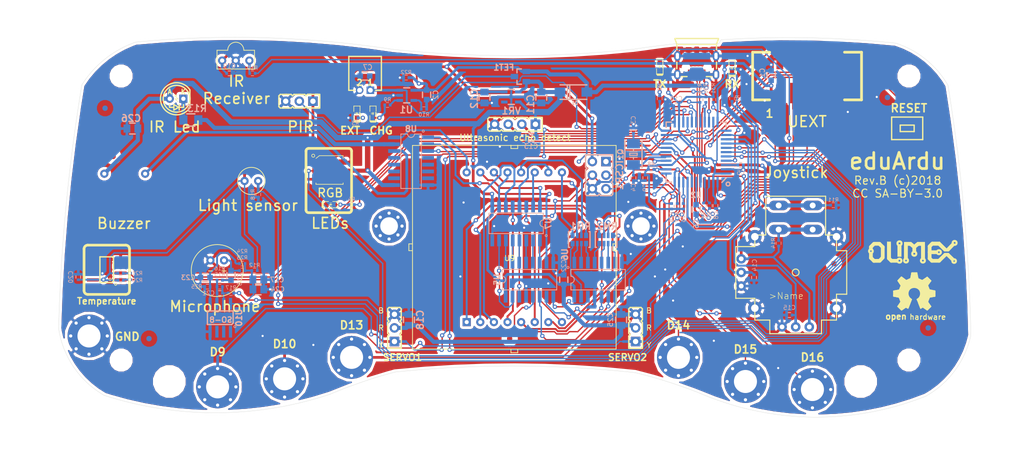
<source format=kicad_pcb>
(kicad_pcb (version 20171130) (host pcbnew 6.0.0-rc1-unknown-ff6a348~66~ubuntu18.04.1)
  (layers (0 F.Cu signal) (31 B.Cu signal) (34 B.Paste user) (35 F.Paste user) (36 B.SilkS user) (37 F.SilkS user) (38 B.Mask user) (39 F.Mask user) (44 Edge.Cuts user))
  (net 0 "")
  (net 1 "Net-(BAT_CON1-Pad1)")
  (net 2 LEDMVDD)
  (net 3 +3.3VD)
  (net 4 /VBUS)
  (net 5 "Net-(C3-Pad2)")
  (net 6 "Net-(C4-Pad2)")
  (net 7 /AREF)
  (net 8 "Net-(C6-Pad1)")
  (net 9 /A1)
  (net 10 /A0)
  (net 11 "Net-(C16-Pad2)")
  (net 12 /A3)
  (net 13 LEDMDATA)
  (net 14 LEDMSCK)
  (net 15 /MISO)
  (net 16 /HWB)
  (net 17 "Net-(JS1-Pad8)")
  (net 18 "Net-(LED1-Pad1)")
  (net 19 "Net-(LED2-Pad1)")
  (net 20 "Net-(LED3-Pad1)")
  (net 21 "Net-(LED4-Pad2)")
  (net 22 "Net-(LED5-Pad4)")
  (net 23 /A4)
  (net 24 /RGBO)
  (net 25 "Net-(LED6-Pad1)")
  (net 26 "Net-(LED7-Pad1)")
  (net 27 /RXLED)
  (net 28 /TXLED)
  (net 29 /D12)
  (net 30 /D_N)
  (net 31 /USB_N)
  (net 32 /D_P)
  (net 33 /USB_P)
  (net 34 /D5)
  (net 35 "Net-(R9-Pad1)")
  (net 36 "Net-(R10-Pad2)")
  (net 37 "Net-(R19-Pad2)")
  (net 38 /D7)
  (net 39 /D2)
  (net 40 /D3)
  (net 41 /D9)
  (net 42 /D10)
  (net 43 LEDMLATCH)
  (net 44 /D0)
  (net 45 /D1)
  (net 46 /D4)
  (net 47 /D8)
  (net 48 /A2)
  (net 49 "Net-(U4-Pad3)")
  (net 50 "Net-(USB1-Pad4)")
  (net 51 BUZZER)
  (net 52 RESET)
  (net 53 IRLED)
  (net 54 D6)
  (net 55 IRTX)
  (net 56 "Net-(U5-Pad15)")
  (net 57 "Net-(U5-Pad9)")
  (net 58 "Net-(U5-Pad7)")
  (net 59 "Net-(U5-Pad6)")
  (net 60 "Net-(U5-Pad5)")
  (net 61 "Net-(U5-Pad4)")
  (net 62 "Net-(U5-Pad3)")
  (net 63 "Net-(U5-Pad2)")
  (net 64 "Net-(U5-Pad1)")
  (net 65 "Net-(U6-Pad9)")
  (net 66 "/Led Matrice 8x8/C1")
  (net 67 "/Led Matrice 8x8/C2")
  (net 68 "/Led Matrice 8x8/C3")
  (net 69 "/Led Matrice 8x8/C4")
  (net 70 "/Led Matrice 8x8/C5")
  (net 71 "/Led Matrice 8x8/C6")
  (net 72 "/Led Matrice 8x8/C7")
  (net 73 "/Led Matrice 8x8/C8")
  (net 74 "Net-(U8-Pad13)")
  (net 75 "Net-(U8-Pad12)")
  (net 76 "Net-(U8-Pad11)")
  (net 77 "Net-(U8-Pad10)")
  (net 78 "Net-(U8-Pad7)")
  (net 79 "Net-(U8-Pad6)")
  (net 80 "Net-(U8-Pad5)")
  (net 81 "Net-(U8-Pad4)")
  (net 82 "/Led Matrice 8x8/R2")
  (net 83 "/Led Matrice 8x8/R4")
  (net 84 "/Led Matrice 8x8/R1")
  (net 85 "/Led Matrice 8x8/R3")
  (net 86 "/Led Matrice 8x8/R6")
  (net 87 "/Led Matrice 8x8/R8")
  (net 88 "/Led Matrice 8x8/R7")
  (net 89 "/Led Matrice 8x8/R5")
  (net 90 "Net-(RM1-Pad3)")
  (net 91 "Net-(RM1-Pad2)")
  (net 92 "Net-(RM1-Pad4)")
  (net 93 "Net-(RM1-Pad1)")
  (net 94 "Net-(RM2-Pad3)")
  (net 95 "Net-(RM2-Pad2)")
  (net 96 "Net-(RM2-Pad4)")
  (net 97 "Net-(RM2-Pad1)")
  (net 98 "Net-(C16-Pad1)")
  (net 99 "Net-(C17-Pad2)")
  (net 100 "Net-(C21-Pad2)")
  (net 101 "Net-(C21-Pad1)")
  (net 102 "Net-(C23-Pad1)")
  (net 103 GND)
  (net 104 /A5)
  (module OLIMEX_LEDs-FP:LED-5mm-PTH-AK (layer F.Cu) (at 66.34 29.24)
    (fp_text reference LED7 hide)
    (fp_text value IR333)
    (fp_text user K (at 1.27 -1.3) (layer F.SilkS) (effects (font (size 0.889 0.889) (thickness 0.2032))))
    (fp_text user A (at -1.27 -1.3) (layer F.SilkS) (effects (font (size 0.889 0.889) (thickness 0.2032))))
    (pad 1 thru_hole rect (at 1.27 0 180) (size 1.524 1.524) (drill 0.8) (layers *.Cu *.Mask) (net 26 "Net-(LED7-Pad1)"))
    (pad 2 thru_hole circle (at -1.27 0 180) (size 1.524 1.524) (drill 0.8) (layers *.Cu *.Mask) (net 2 LEDMVDD))
  )
  (module OLIMEX_Connectors-FP:UEXTM-SMD (layer F.Cu) (at 184 25 180)
    (fp_text reference UEXT1 hide)
    (fp_text value BH10S)
    (pad 10 smd rect (at -5.08 3.175 180) (size 1.27 3.81) (layers F.Cu F.Paste F.Mask) (net 104 /A5) (clearance 0.0508))
    (pad 9 smd rect (at -5.08 -3.175 180) (size 1.27 3.81) (layers F.Cu F.Paste F.Mask) (net 14 LEDMSCK) (clearance 0.0508))
    (pad 8 smd rect (at -2.54 3.175 180) (size 1.27 3.81) (layers F.Cu F.Paste F.Mask) (net 13 LEDMDATA) (clearance 0.0508))
    (pad 7 smd rect (at -2.54 -3.175 180) (size 1.27 3.81) (layers F.Cu F.Paste F.Mask) (net 15 /MISO) (clearance 0.0508))
    (pad 6 smd rect (at 0 3.175 180) (size 1.27 3.81) (layers F.Cu F.Paste F.Mask) (net 39 /D2) (clearance 0.0508))
    (pad 5 smd rect (at 0 -3.175 180) (size 1.27 3.81) (layers F.Cu F.Paste F.Mask) (net 40 /D3) (clearance 0.0508))
    (pad 4 smd rect (at 2.54 3.175 180) (size 1.27 3.81) (layers F.Cu F.Paste F.Mask) (net 44 /D0) (clearance 0.0508))
    (pad 3 smd rect (at 2.54 -3.175 180) (size 1.27 3.81) (layers F.Cu F.Paste F.Mask) (net 45 /D1) (clearance 0.0508))
    (pad 2 smd rect (at 5.08 3.175 180) (size 1.27 3.81) (layers F.Cu F.Paste F.Mask) (net 103 GND) (clearance 0.0508))
    (pad 1 smd rect (at 5.08 -3.175 180) (size 1.27 3.81) (layers F.Cu F.Paste F.Mask) (net 3 +3.3VD) (clearance 0.0508))
  )
  (module OLIMEX_LEDs-FP:WS2812_NO_SILK (layer F.Cu) (at 94.89 42.66)
    (fp_text reference LED5)
    (fp_text value WS2812S)
    (pad 6 smd rect (at 2.45 -1.6 90) (size 1 1.524) (layers F.Cu F.Paste F.Mask) (net 103 GND))
    (pad 5 smd rect (at 2.45 0 90) (size 1 1.524) (layers F.Cu F.Paste F.Mask) (net 2 LEDMVDD))
    (pad 4 smd rect (at 2.45 1.6 90) (size 1 1.524) (layers F.Cu F.Paste F.Mask) (net 22 "Net-(LED5-Pad4)"))
    (pad 3 smd rect (at -2.45 1.6 90) (size 1 1.524) (layers F.Cu F.Paste F.Mask) (net 3 +3.3VD))
    (pad 2 smd rect (at -2.45 0 90) (size 1 1.524) (layers F.Cu F.Paste F.Mask) (net 23 /A4))
    (pad 1 smd rect (at -2.45 -1.6 90) (size 1 1.524) (layers F.Cu F.Paste F.Mask) (net 24 /RGBO))
  )
  (module OLIMEX_LEDs-FP:GYX1588AB (layer F.Cu) (at 129.37 56.95)
    (fp_text reference U9 (at -0.87 2.05) (layer F.SilkS))
    (fp_text value GYX1588AB)
    (pad 16 thru_hole circle (at -8.89 -13.97) (size 1.524 1.524) (drill 0.762) (layers *.Cu *.Mask) (net 73 "/Led Matrice 8x8/C8"))
    (pad 15 thru_hole circle (at -6.35 -13.97) (size 1.524 1.524) (drill 0.762) (layers *.Cu *.Mask) (net 72 "/Led Matrice 8x8/C7"))
    (pad 14 thru_hole circle (at -3.81 -13.97) (size 1.524 1.524) (drill 0.762) (layers *.Cu *.Mask) (net 82 "/Led Matrice 8x8/R2"))
    (pad 13 thru_hole circle (at -1.27 -13.97) (size 1.524 1.524) (drill 0.762) (layers *.Cu *.Mask) (net 66 "/Led Matrice 8x8/C1"))
    (pad 12 thru_hole circle (at 1.27 -13.97) (size 1.524 1.524) (drill 0.762) (layers *.Cu *.Mask) (net 83 "/Led Matrice 8x8/R4"))
    (pad 11 thru_hole circle (at 3.81 -13.97) (size 1.524 1.524) (drill 0.762) (layers *.Cu *.Mask) (net 71 "/Led Matrice 8x8/C6"))
    (pad 10 thru_hole circle (at 6.35 -13.97) (size 1.524 1.524) (drill 0.762) (layers *.Cu *.Mask) (net 69 "/Led Matrice 8x8/C4"))
    (pad 9 thru_hole circle (at 8.89 -13.97) (size 1.524 1.524) (drill 0.762) (layers *.Cu *.Mask) (net 84 "/Led Matrice 8x8/R1"))
    (pad 8 thru_hole circle (at 8.89 13.97) (size 1.524 1.524) (drill 0.762) (layers *.Cu *.Mask) (net 85 "/Led Matrice 8x8/R3"))
    (pad 7 thru_hole circle (at 6.35 13.97) (size 1.524 1.524) (drill 0.762) (layers *.Cu *.Mask) (net 86 "/Led Matrice 8x8/R6"))
    (pad 6 thru_hole circle (at 3.81 13.97) (size 1.524 1.524) (drill 0.762) (layers *.Cu *.Mask) (net 70 "/Led Matrice 8x8/C5"))
    (pad 5 thru_hole circle (at 1.27 13.97) (size 1.524 1.524) (drill 0.762) (layers *.Cu *.Mask) (net 87 "/Led Matrice 8x8/R8"))
    (pad 4 thru_hole circle (at -1.27 13.97) (size 1.524 1.524) (drill 0.762) (layers *.Cu *.Mask) (net 68 "/Led Matrice 8x8/C3"))
    (pad 3 thru_hole circle (at -3.81 13.97) (size 1.524 1.524) (drill 0.762) (layers *.Cu *.Mask) (net 67 "/Led Matrice 8x8/C2"))
    (pad 2 thru_hole circle (at -6.35 13.97) (size 1.524 1.524) (drill 0.762) (layers *.Cu *.Mask) (net 88 "/Led Matrice 8x8/R7"))
    (pad 1 thru_hole rect (at -8.89 13.97) (size 1.524 1.524) (drill 0.762) (layers *.Cu *.Mask) (net 89 "/Led Matrice 8x8/R5"))
  )
  (module OLIMEX_RLC-FP:C_0805_5MIL_DWS (layer B.Cu) (at 58.1 34.8 180)
    (fp_text reference C26 (at 0.25 1.905 180) (layer B.SilkS) (effects (font (size 1.27 1.27) (thickness 0.254)) (justify mirror)))
    (fp_text value 47uF)
    (pad 2 smd rect (at 1.016 0 90) (size 1.524 1.27) (layers B.Cu B.Paste B.Mask) (net 103 GND))
    (pad 1 smd rect (at -1.016 0 90) (size 1.524 1.27) (layers B.Cu B.Paste B.Mask) (net 2 LEDMVDD))
  )
  (module OLIMEX_RLC-FP:C_0805_5MIL_DWS (layer B.Cu) (at 81.6 63 180)
    (fp_text reference C17 (at -3.5 0 180) (layer B.SilkS) (effects (font (size 0.9 0.9)) (justify mirror)))
    (fp_text value 47uF)
    (pad 2 smd rect (at 1.016 0 90) (size 1.524 1.27) (layers B.Cu B.Paste B.Mask) (net 99 "Net-(C17-Pad2)"))
    (pad 1 smd rect (at -1.016 0 90) (size 1.524 1.27) (layers B.Cu B.Paste B.Mask) (net 103 GND))
  )
  (module OLIMEX_RLC-FP:C_0805_5MIL_DWS (layer B.Cu) (at 81.6 64.8 180)
    (fp_text reference C24 (at -3.6 0 180) (layer B.SilkS) (effects (font (size 0.9 0.9)) (justify mirror)))
    (fp_text value 47uF)
    (pad 2 smd rect (at 1.016 0 90) (size 1.524 1.27) (layers B.Cu B.Paste B.Mask) (net 99 "Net-(C17-Pad2)"))
    (pad 1 smd rect (at -1.016 0 90) (size 1.524 1.27) (layers B.Cu B.Paste B.Mask) (net 103 GND))
  )
  (module OLIMEX_RLC-FP:C_0805_5MIL_DWS (layer B.Cu) (at 149.3 70.5 90)
    (fp_text reference C25 (at 0 -2 90) (layer B.SilkS) (effects (font (size 0.9 0.9)) (justify mirror)))
    (fp_text value 47uF)
    (pad 2 smd rect (at 1.016 0) (size 1.524 1.27) (layers B.Cu B.Paste B.Mask) (net 103 GND))
    (pad 1 smd rect (at -1.016 0) (size 1.524 1.27) (layers B.Cu B.Paste B.Mask) (net 2 LEDMVDD))
  )
  (module OLIMEX_RLC-FP:C_0603_5MIL_DWS (layer B.Cu) (at 138.6 63 90)
    (fp_text reference C22 (at 2.6 0 90) (layer B.SilkS) (effects (font (size 0.8 0.8) (thickness 0.1)) (justify mirror)))
    (fp_text value 1uF)
    (pad 2 smd rect (at 0.889 0 90) (size 1.016 1.016) (layers B.Cu B.Paste B.Mask) (net 103 GND) (clearance 0.0508))
    (pad 1 smd rect (at -0.889 0 90) (size 1.016 1.016) (layers B.Cu B.Paste B.Mask) (net 2 LEDMVDD) (clearance 0.0508))
  )
  (module OLIMEX_RLC-FP:C_0603_5MIL_DWS (layer B.Cu) (at 76.5 62.2 90)
    (fp_text reference C16 (at -0.8 1.6 90) (layer B.SilkS) (effects (font (size 0.8 0.8) (thickness 0.1)) (justify mirror)))
    (fp_text value 1uF)
    (pad 2 smd rect (at 0.889 0 90) (size 1.016 1.016) (layers B.Cu B.Paste B.Mask) (net 11 "Net-(C16-Pad2)") (clearance 0.0508))
    (pad 1 smd rect (at -0.889 0 90) (size 1.016 1.016) (layers B.Cu B.Paste B.Mask) (net 98 "Net-(C16-Pad1)") (clearance 0.0508))
  )
  (module OLIMEX_RLC-FP:R_0402_5MIL_DWS (layer B.Cu) (at 166.5 29.4 270)
    (fp_text reference R31 (at -2.1 0 270) (layer B.SilkS) (effects (font (size 0.7 0.7) (thickness 0.1)) (justify mirror)))
    (fp_text value 10M)
    (pad 2 smd rect (at 0.508 0 270) (size 0.5 0.55) (layers B.Cu B.Paste B.Mask) (net 104 /A5))
    (pad 1 smd rect (at -0.508 0 90) (size 0.5 0.55) (layers B.Cu B.Paste B.Mask) (net 3 +3.3VD))
  )
  (module OLIMEX_RLC-FP:R_0402_5MIL_DWS (layer B.Cu) (at 165.1 29.4 270)
    (fp_text reference R30 (at -2.1 0 270) (layer B.SilkS) (effects (font (size 0.7 0.7) (thickness 0.1)) (justify mirror)))
    (fp_text value 10M)
    (pad 2 smd rect (at 0.508 0 270) (size 0.5 0.55) (layers B.Cu B.Paste B.Mask) (net 42 /D10))
    (pad 1 smd rect (at -0.508 0 90) (size 0.5 0.55) (layers B.Cu B.Paste B.Mask) (net 3 +3.3VD))
  )
  (module OLIMEX_RLC-FP:R_0402_5MIL_DWS (layer B.Cu) (at 164 29.4 270)
    (fp_text reference R29 (at -2.1 0 270) (layer B.SilkS) (effects (font (size 0.7 0.7) (thickness 0.1)) (justify mirror)))
    (fp_text value 10M)
    (pad 2 smd rect (at 0.508 0 270) (size 0.5 0.55) (layers B.Cu B.Paste B.Mask) (net 41 /D9))
    (pad 1 smd rect (at -0.508 0 90) (size 0.5 0.55) (layers B.Cu B.Paste B.Mask) (net 3 +3.3VD))
  )
  (module OLIMEX_RLC-FP:R_0402_5MIL_DWS (layer B.Cu) (at 158.7 49.3 90)
    (fp_text reference R28 (at -2 0 90) (layer B.SilkS) (effects (font (size 0.7 0.7) (thickness 0.1)) (justify mirror)))
    (fp_text value 10M)
    (pad 2 smd rect (at 0.508 0 90) (size 0.5 0.55) (layers B.Cu B.Paste B.Mask) (net 15 /MISO))
    (pad 1 smd rect (at -0.508 0 270) (size 0.5 0.55) (layers B.Cu B.Paste B.Mask) (net 3 +3.3VD))
  )
  (module OLIMEX_RLC-FP:R_0402_5MIL_DWS (layer B.Cu) (at 159.8 49.3 90)
    (fp_text reference R27 (at -2 0 90) (layer B.SilkS) (effects (font (size 0.7 0.7) (thickness 0.1)) (justify mirror)))
    (fp_text value 10M)
    (pad 2 smd rect (at 0.508 0 90) (size 0.5 0.55) (layers B.Cu B.Paste B.Mask) (net 13 LEDMDATA))
    (pad 1 smd rect (at -0.508 0 270) (size 0.5 0.55) (layers B.Cu B.Paste B.Mask) (net 3 +3.3VD))
  )
  (module OLIMEX_RLC-FP:R_0402_5MIL_DWS (layer B.Cu) (at 160.9 49.3 90)
    (fp_text reference R26 (at -2 0 90) (layer B.SilkS) (effects (font (size 0.7 0.7) (thickness 0.1)) (justify mirror)))
    (fp_text value 10M)
    (pad 2 smd rect (at 0.508 0 90) (size 0.5 0.55) (layers B.Cu B.Paste B.Mask) (net 14 LEDMSCK))
    (pad 1 smd rect (at -0.508 0 270) (size 0.5 0.55) (layers B.Cu B.Paste B.Mask) (net 3 +3.3VD))
  )
  (module OLIMEX_Other-FP:Mounting_hole_Shield_4.3mm (layer F.Cu) (at 160 77.5)
    (fp_text reference CC7 hide)
    (fp_text value TESTPAD hide)
    (pad 1 thru_hole circle (at -3.413 0) (size 1.2 1.2) (drill 0.6) (layers *.Cu *.Mask) (net 15 /MISO))
    (pad 1 thru_hole circle (at 3.413 0) (size 1.2 1.2) (drill 0.6) (layers *.Cu *.Mask) (net 15 /MISO))
    (pad 1 thru_hole circle (at 2.4 2.4) (size 1.2 1.2) (drill 0.6) (layers *.Cu *.Mask) (net 15 /MISO))
    (pad 1 thru_hole circle (at -2.4 2.4) (size 1.2 1.2) (drill 0.6) (layers *.Cu *.Mask) (net 15 /MISO))
    (pad 1 thru_hole circle (at 2.4 -2.4) (size 1.2 1.2) (drill 0.6) (layers *.Cu *.Mask) (net 15 /MISO))
    (pad 1 thru_hole circle (at -2.4 -2.4) (size 1.2 1.2) (drill 0.6) (layers *.Cu *.Mask) (net 15 /MISO))
    (pad 1 thru_hole circle (at 0 3.413) (size 1.2 1.2) (drill 0.6) (layers *.Cu *.Mask) (net 15 /MISO))
    (pad 1 thru_hole circle (at 0 -3.413) (size 1.2 1.2) (drill 0.6) (layers *.Cu *.Mask) (net 15 /MISO))
    (pad 1 thru_hole circle (at 0 0) (size 8 8) (drill 4.3) (layers *.Cu *.Mask) (net 15 /MISO))
  )
  (module OLIMEX_Other-FP:Mounting_hole_Shield_4.3mm (layer F.Cu) (at 185 83.5)
    (fp_text reference CC6 hide)
    (fp_text value TESTPAD hide)
    (pad 1 thru_hole circle (at -3.413 0) (size 1.2 1.2) (drill 0.6) (layers *.Cu *.Mask) (net 13 LEDMDATA))
    (pad 1 thru_hole circle (at 3.413 0) (size 1.2 1.2) (drill 0.6) (layers *.Cu *.Mask) (net 13 LEDMDATA))
    (pad 1 thru_hole circle (at 2.4 2.4) (size 1.2 1.2) (drill 0.6) (layers *.Cu *.Mask) (net 13 LEDMDATA))
    (pad 1 thru_hole circle (at -2.4 2.4) (size 1.2 1.2) (drill 0.6) (layers *.Cu *.Mask) (net 13 LEDMDATA))
    (pad 1 thru_hole circle (at 2.4 -2.4) (size 1.2 1.2) (drill 0.6) (layers *.Cu *.Mask) (net 13 LEDMDATA))
    (pad 1 thru_hole circle (at -2.4 -2.4) (size 1.2 1.2) (drill 0.6) (layers *.Cu *.Mask) (net 13 LEDMDATA))
    (pad 1 thru_hole circle (at 0 3.413) (size 1.2 1.2) (drill 0.6) (layers *.Cu *.Mask) (net 13 LEDMDATA))
    (pad 1 thru_hole circle (at 0 -3.413) (size 1.2 1.2) (drill 0.6) (layers *.Cu *.Mask) (net 13 LEDMDATA))
    (pad 1 thru_hole circle (at 0 0) (size 8 8) (drill 4.3) (layers *.Cu *.Mask) (net 13 LEDMDATA))
  )
  (module OLIMEX_Other-FP:Mounting_hole_Shield_4.3mm (layer F.Cu) (at 172.5 82)
    (fp_text reference CC5 hide)
    (fp_text value TESTPAD hide)
    (pad 1 thru_hole circle (at -3.413 0) (size 1.2 1.2) (drill 0.6) (layers *.Cu *.Mask) (net 14 LEDMSCK))
    (pad 1 thru_hole circle (at 3.413 0) (size 1.2 1.2) (drill 0.6) (layers *.Cu *.Mask) (net 14 LEDMSCK))
    (pad 1 thru_hole circle (at 2.4 2.4) (size 1.2 1.2) (drill 0.6) (layers *.Cu *.Mask) (net 14 LEDMSCK))
    (pad 1 thru_hole circle (at -2.4 2.4) (size 1.2 1.2) (drill 0.6) (layers *.Cu *.Mask) (net 14 LEDMSCK))
    (pad 1 thru_hole circle (at 2.4 -2.4) (size 1.2 1.2) (drill 0.6) (layers *.Cu *.Mask) (net 14 LEDMSCK))
    (pad 1 thru_hole circle (at -2.4 -2.4) (size 1.2 1.2) (drill 0.6) (layers *.Cu *.Mask) (net 14 LEDMSCK))
    (pad 1 thru_hole circle (at 0 3.413) (size 1.2 1.2) (drill 0.6) (layers *.Cu *.Mask) (net 14 LEDMSCK))
    (pad 1 thru_hole circle (at 0 -3.413) (size 1.2 1.2) (drill 0.6) (layers *.Cu *.Mask) (net 14 LEDMSCK))
    (pad 1 thru_hole circle (at 0 0) (size 8 8) (drill 4.3) (layers *.Cu *.Mask) (net 14 LEDMSCK))
  )
  (module OLIMEX_Other-FP:Mounting_hole_Shield_4.3mm (layer F.Cu) (at 50 73.5)
    (fp_text reference CC4 hide)
    (fp_text value TESTPAD hide)
    (pad 1 thru_hole circle (at -3.413 0) (size 1.2 1.2) (drill 0.6) (layers *.Cu *.Mask) (net 103 GND))
    (pad 1 thru_hole circle (at 3.413 0) (size 1.2 1.2) (drill 0.6) (layers *.Cu *.Mask) (net 103 GND))
    (pad 1 thru_hole circle (at 2.4 2.4) (size 1.2 1.2) (drill 0.6) (layers *.Cu *.Mask) (net 103 GND))
    (pad 1 thru_hole circle (at -2.4 2.4) (size 1.2 1.2) (drill 0.6) (layers *.Cu *.Mask) (net 103 GND))
    (pad 1 thru_hole circle (at 2.4 -2.4) (size 1.2 1.2) (drill 0.6) (layers *.Cu *.Mask) (net 103 GND))
    (pad 1 thru_hole circle (at -2.4 -2.4) (size 1.2 1.2) (drill 0.6) (layers *.Cu *.Mask) (net 103 GND))
    (pad 1 thru_hole circle (at 0 3.413) (size 1.2 1.2) (drill 0.6) (layers *.Cu *.Mask) (net 103 GND))
    (pad 1 thru_hole circle (at 0 -3.413) (size 1.2 1.2) (drill 0.6) (layers *.Cu *.Mask) (net 103 GND))
    (pad 1 thru_hole circle (at 0 0) (size 8 8) (drill 4.3) (layers *.Cu *.Mask) (net 103 GND))
  )
  (module OLIMEX_Other-FP:Mounting_hole_Shield_4.3mm (layer F.Cu) (at 99 77.5)
    (fp_text reference CC3 hide)
    (fp_text value TESTPAD hide)
    (pad 1 thru_hole circle (at -3.413 0) (size 1.2 1.2) (drill 0.6) (layers *.Cu *.Mask) (net 104 /A5))
    (pad 1 thru_hole circle (at 3.413 0) (size 1.2 1.2) (drill 0.6) (layers *.Cu *.Mask) (net 104 /A5))
    (pad 1 thru_hole circle (at 2.4 2.4) (size 1.2 1.2) (drill 0.6) (layers *.Cu *.Mask) (net 104 /A5))
    (pad 1 thru_hole circle (at -2.4 2.4) (size 1.2 1.2) (drill 0.6) (layers *.Cu *.Mask) (net 104 /A5))
    (pad 1 thru_hole circle (at 2.4 -2.4) (size 1.2 1.2) (drill 0.6) (layers *.Cu *.Mask) (net 104 /A5))
    (pad 1 thru_hole circle (at -2.4 -2.4) (size 1.2 1.2) (drill 0.6) (layers *.Cu *.Mask) (net 104 /A5))
    (pad 1 thru_hole circle (at 0 3.413) (size 1.2 1.2) (drill 0.6) (layers *.Cu *.Mask) (net 104 /A5))
    (pad 1 thru_hole circle (at 0 -3.413) (size 1.2 1.2) (drill 0.6) (layers *.Cu *.Mask) (net 104 /A5))
    (pad 1 thru_hole circle (at 0 0) (size 8 8) (drill 4.3) (layers *.Cu *.Mask) (net 104 /A5))
  )
  (module OLIMEX_Other-FP:Mounting_hole_Shield_4.3mm (layer F.Cu) (at 86.5 81.5)
    (fp_text reference CC2 hide)
    (fp_text value TESTPAD hide)
    (pad 1 thru_hole circle (at -3.413 0) (size 1.2 1.2) (drill 0.6) (layers *.Cu *.Mask) (net 42 /D10))
    (pad 1 thru_hole circle (at 3.413 0) (size 1.2 1.2) (drill 0.6) (layers *.Cu *.Mask) (net 42 /D10))
    (pad 1 thru_hole circle (at 2.4 2.4) (size 1.2 1.2) (drill 0.6) (layers *.Cu *.Mask) (net 42 /D10))
    (pad 1 thru_hole circle (at -2.4 2.4) (size 1.2 1.2) (drill 0.6) (layers *.Cu *.Mask) (net 42 /D10))
    (pad 1 thru_hole circle (at 2.4 -2.4) (size 1.2 1.2) (drill 0.6) (layers *.Cu *.Mask) (net 42 /D10))
    (pad 1 thru_hole circle (at -2.4 -2.4) (size 1.2 1.2) (drill 0.6) (layers *.Cu *.Mask) (net 42 /D10))
    (pad 1 thru_hole circle (at 0 3.413) (size 1.2 1.2) (drill 0.6) (layers *.Cu *.Mask) (net 42 /D10))
    (pad 1 thru_hole circle (at 0 -3.413) (size 1.2 1.2) (drill 0.6) (layers *.Cu *.Mask) (net 42 /D10))
    (pad 1 thru_hole circle (at 0 0) (size 8 8) (drill 4.3) (layers *.Cu *.Mask) (net 42 /D10))
  )
  (module OLIMEX_Other-FP:Mounting_hole_Shield_4.3mm (layer F.Cu) (at 74 83)
    (fp_text reference CC1 hide)
    (fp_text value TESTPAD hide)
    (pad 1 thru_hole circle (at -3.413 0) (size 1.2 1.2) (drill 0.6) (layers *.Cu *.Mask) (net 41 /D9))
    (pad 1 thru_hole circle (at 3.413 0) (size 1.2 1.2) (drill 0.6) (layers *.Cu *.Mask) (net 41 /D9))
    (pad 1 thru_hole circle (at 2.4 2.4) (size 1.2 1.2) (drill 0.6) (layers *.Cu *.Mask) (net 41 /D9))
    (pad 1 thru_hole circle (at -2.4 2.4) (size 1.2 1.2) (drill 0.6) (layers *.Cu *.Mask) (net 41 /D9))
    (pad 1 thru_hole circle (at 2.4 -2.4) (size 1.2 1.2) (drill 0.6) (layers *.Cu *.Mask) (net 41 /D9))
    (pad 1 thru_hole circle (at -2.4 -2.4) (size 1.2 1.2) (drill 0.6) (layers *.Cu *.Mask) (net 41 /D9))
    (pad 1 thru_hole circle (at 0 3.413) (size 1.2 1.2) (drill 0.6) (layers *.Cu *.Mask) (net 41 /D9))
    (pad 1 thru_hole circle (at 0 -3.413) (size 1.2 1.2) (drill 0.6) (layers *.Cu *.Mask) (net 41 /D9))
    (pad 1 thru_hole circle (at 0 0) (size 8 8) (drill 4.3) (layers *.Cu *.Mask) (net 41 /D9))
  )
  (module OLIMEX_RLC-FP:C_0603_5MIL_DWS (layer B.Cu) (at 71.7 62.6 180)
    (fp_text reference C23 (at 3.2 0 180) (layer B.SilkS) (effects (font (size 0.9 0.9)) (justify mirror)))
    (fp_text value 1uF)
    (pad 2 smd rect (at 0.889 0 180) (size 1.016 1.016) (layers B.Cu B.Paste B.Mask) (net 103 GND) (clearance 0.0508))
    (pad 1 smd rect (at -0.889 0 180) (size 1.016 1.016) (layers B.Cu B.Paste B.Mask) (net 102 "Net-(C23-Pad1)") (clearance 0.0508))
  )
  (module OLIMEX_Connectors-FP:LIPO_BAT-CON2DW02R (layer F.Cu) (at 101.5 24.5 180)
    (fp_text reference BAT_CON1 hide)
    (fp_text value "LiPo 3.7V")
    (fp_text user 1 (at -0.98298 -1.67894 180) (layer F.SilkS) (effects (font (size 1.1 1.1) (thickness 0.254))))
    (fp_text user 2 (at 1.02108 -1.72974 180) (layer F.SilkS) (effects (font (size 1.1 1.1) (thickness 0.254))))
    (pad 2 thru_hole circle (at 1.0033 -3.15468 180) (size 1.4 1.4) (drill 0.9) (layers *.Cu *.Mask) (net 103 GND))
    (pad 1 thru_hole rect (at -1.00838 -3.15214 180) (size 1.4 1.4) (drill 0.9) (layers *.Cu *.Mask) (net 1 "Net-(BAT_CON1-Pad1)"))
  )
  (module OLIMEX_Other-FP:Mounting_hole_Shield_3.3mm (layer F.Cu) (at 106 53)
    (fp_text reference MountingHoleShield** hide)
    (fp_text value Mounting_hole_Shield_3.3mm hide)
    (pad GND1 thru_hole circle (at 0 0) (size 6.3 6.3) (drill 3.3) (layers *.Cu *.Mask))
    (pad GND1 thru_hole circle (at 0 -2.413) (size 1.2 1.2) (drill 0.6) (layers *.Cu *.Mask))
    (pad GND1 thru_hole circle (at 0 2.413) (size 1.2 1.2) (drill 0.6) (layers *.Cu *.Mask))
    (pad GND1 thru_hole circle (at -1.651 -1.651) (size 1.2 1.2) (drill 0.6) (layers *.Cu *.Mask))
    (pad GND1 thru_hole circle (at 1.651 -1.651) (size 1.2 1.2) (drill 0.6) (layers *.Cu *.Mask))
    (pad GND1 thru_hole circle (at -1.651 1.778) (size 1.2 1.2) (drill 0.6) (layers *.Cu *.Mask))
    (pad GND1 thru_hole circle (at 1.651 1.651) (size 1.2 1.2) (drill 0.6) (layers *.Cu *.Mask))
    (pad GND1 thru_hole circle (at 2.413 0) (size 1.2 1.2) (drill 0.6) (layers *.Cu *.Mask))
    (pad GND1 thru_hole circle (at -2.413 0) (size 1.2 1.2) (drill 0.6) (layers *.Cu *.Mask))
  )
  (module OLIMEX_Other-FP:NPTH_2.7mm (layer F.Cu) (at 56 78)
    (fp_text reference MountingHole hide)
    (fp_text value NPTH_2.7mm hide)
    (pad "" np_thru_hole circle (at 0 0) (size 3.3 3.3) (drill 3.3) (layers *.Cu *.Mask) (clearance 0.5588))
  )
  (module OLIMEX_Other-FP:NPTH_2.7mm (layer F.Cu) (at 203 78)
    (fp_text reference MountingHole hide)
    (fp_text value NPTH_2.7mm hide)
    (pad "" np_thru_hole circle (at 0 0) (size 3.3 3.3) (drill 3.3) (layers *.Cu *.Mask) (clearance 0.5588))
  )
  (module OLIMEX_Other-FP:NPTH_2.7mm (layer F.Cu) (at 203 25)
    (fp_text reference MountingHole hide)
    (fp_text value NPTH_2.7mm hide)
    (pad "" np_thru_hole circle (at 0 0) (size 3.3 3.3) (drill 3.3) (layers *.Cu *.Mask) (clearance 0.5588))
  )
  (module OLIMEX_Other-FP:NPTH_2.7mm (layer F.Cu) (at 65 82)
    (fp_text reference MountingHole hide)
    (fp_text value NPTH_2.7mm hide)
    (pad "" np_thru_hole circle (at 0 0) (size 5 5) (drill 5) (layers *.Cu *.Mask) (clearance 0.5588))
  )
  (module OLIMEX_Connectors-FP:HN1x3 (layer F.Cu) (at 89.25 29.7 180)
    (fp_text reference PIR1 hide)
    (fp_text value PIR-SB321)
    (pad 3 thru_hole circle (at 2.54 0 180) (size 1.778 1.778) (drill 1) (layers *.Cu *.Mask) (net 103 GND))
    (pad 2 thru_hole circle (at 0 0 180) (size 1.778 1.778) (drill 1) (layers *.Cu *.Mask) (net 34 /D5))
    (pad 1 thru_hole rect (at -2.54 0 180) (size 1.778 1.778) (drill 1) (layers *.Cu *.Mask) (net 3 +3.3VD))
  )
  (module OLIMEX_IC-FP:RPM7236-H8-V (layer F.Cu) (at 77.39 22.19 180)
    (fp_text reference U3 hide)
    (fp_text value RPM7236-H8)
    (pad 3 thru_hole circle (at 2.54 0.08 180) (size 1.524 1.524) (drill 0.8) (layers *.Cu *.Mask) (net 3 +3.3VD))
    (pad 2 thru_hole circle (at 0 0.08 180) (size 1.524 1.524) (drill 0.8) (layers *.Cu *.Mask) (net 103 GND))
    (pad 1 thru_hole circle (at -2.54 0.08 180) (size 1.524 1.524) (drill 0.8) (layers *.Cu *.Mask) (net 37 "Net-(R19-Pad2)"))
  )
  (module OLIMEX_IC-FP:SO-8 (layer B.Cu) (at 74.5 70.1 180)
    (fp_text reference U10 (at -3.48996 0.00762 90) (layer B.SilkS) (effects (font (size 1.1 1.1) (thickness 0.254)) (justify mirror)))
    (fp_text value LM358)
    (fp_text user SO-8 (at -0.1 -0.4 180) (layer B.SilkS) (effects (font (size 1.016 1.016) (thickness 0.2032)) (justify mirror)))
    (pad 8 smd rect (at -1.905 2.6 180) (size 0.6 2.2) (layers B.Cu B.Paste B.Mask) (net 99 "Net-(C17-Pad2)") (clearance 0.0508))
    (pad 7 smd rect (at -0.635 2.6 180) (size 0.6 2.2) (layers B.Cu B.Paste B.Mask) (net 100 "Net-(C21-Pad2)") (clearance 0.0508))
    (pad 6 smd rect (at 0.635 2.6 180) (size 0.6 2.2) (layers B.Cu B.Paste B.Mask) (net 101 "Net-(C21-Pad1)") (clearance 0.0508))
    (pad 5 smd rect (at 1.905 2.6 180) (size 0.6 2.2) (layers B.Cu B.Paste B.Mask) (net 102 "Net-(C23-Pad1)") (clearance 0.0508))
    (pad 4 smd rect (at 1.905 -2.6 180) (size 0.6 2.2) (layers B.Cu B.Paste B.Mask) (net 103 GND) (clearance 0.0508))
    (pad 3 smd rect (at 0.635 -2.6 180) (size 0.6 2.2) (layers B.Cu B.Paste B.Mask) (clearance 0.0508))
    (pad 2 smd rect (at -0.635 -2.6 180) (size 0.6 2.2) (layers B.Cu B.Paste B.Mask) (clearance 0.0508))
    (pad 1 smd rect (at -1.905 -2.6 180) (size 0.6 2.2) (layers B.Cu B.Paste B.Mask) (clearance 0.0508))
  )
  (module OLIMEX_RLC-FP:R_0402_5MIL_DWS (layer B.Cu) (at 81.6 47.1 270)
    (fp_text reference R18 (at 0 1 270) (layer B.SilkS) (effects (font (size 0.7 0.7) (thickness 0.1)) (justify mirror)))
    (fp_text value 10K)
    (pad 2 smd rect (at 0.508 0 270) (size 0.5 0.55) (layers B.Cu B.Paste B.Mask) (net 103 GND))
    (pad 1 smd rect (at -0.508 0 90) (size 0.5 0.55) (layers B.Cu B.Paste B.Mask) (net 48 /A2))
  )
  (module OLIMEX_RLC-FP:R_0402_5MIL_DWS (layer B.Cu) (at 76.5 65.5 180)
    (fp_text reference R17 (at 0 1 180) (layer B.SilkS) (effects (font (size 0.7 0.7) (thickness 0.1)) (justify mirror)))
    (fp_text value 100R)
    (pad 2 smd rect (at 0.508 0 180) (size 0.5 0.55) (layers B.Cu B.Paste B.Mask) (net 100 "Net-(C21-Pad2)"))
    (pad 1 smd rect (at -0.508 0) (size 0.5 0.55) (layers B.Cu B.Paste B.Mask) (net 12 /A3))
  )
  (module OLIMEX_RLC-FP:R_0402_5MIL_DWS (layer B.Cu) (at 74.392 64.3 180)
    (fp_text reference R16 (at 0 3.4 180) (layer B.SilkS) (effects (font (size 0.7 0.7) (thickness 0.1)) (justify mirror)))
    (fp_text value 100K)
    (pad 2 smd rect (at 0.508 0 180) (size 0.5 0.55) (layers B.Cu B.Paste B.Mask) (net 101 "Net-(C21-Pad1)"))
    (pad 1 smd rect (at -0.508 0) (size 0.5 0.55) (layers B.Cu B.Paste B.Mask) (net 100 "Net-(C21-Pad2)"))
  )
  (module OLIMEX_RLC-FP:R_0402_5MIL_DWS (layer B.Cu) (at 74.4 63.1)
    (fp_text reference R15 (at 0 -1.1) (layer B.SilkS) (effects (font (size 0.7 0.7) (thickness 0.1)) (justify mirror)))
    (fp_text value 1K)
    (pad 2 smd rect (at 0.508 0) (size 0.5 0.55) (layers B.Cu B.Paste B.Mask) (net 98 "Net-(C16-Pad1)"))
    (pad 1 smd rect (at -0.508 0 180) (size 0.5 0.55) (layers B.Cu B.Paste B.Mask) (net 101 "Net-(C21-Pad1)"))
  )
  (module OLIMEX_RLC-FP:R_PHOTO (layer F.Cu) (at 80.3 44.58)
    (fp_text reference R7 hide)
    (fp_text value R_PHOTO)
    (pad 2 thru_hole circle (at 1.27 0) (size 1.524 1.524) (drill 0.762) (layers *.Cu *.Mask) (net 48 /A2))
    (pad 1 thru_hole circle (at -1.27 0) (size 1.524 1.524) (drill 0.762) (layers *.Cu *.Mask) (net 3 +3.3VD))
  )
  (module OLIMEX_Connectors-FP:USB-MICRO_MISB-SWMM-5B_LF (layer F.Cu) (at 163.4 21.5 90)
    (fp_text reference USB1 hide)
    (fp_text value USB-MICRO)
    (pad 1 smd rect (at -3.1 1.387 180) (size 0.5 1.6) (layers F.Cu F.Paste F.Mask) (net 4 /VBUS))
    (pad 2 smd rect (at -3.1 0.65 180) (size 0.325 1.8) (layers F.Cu F.Paste F.Mask) (net 30 /D_N))
    (pad 3 smd rect (at -3.1 0 180) (size 0.325 1.8) (layers F.Cu F.Paste F.Mask) (net 32 /D_P))
    (pad 4 smd rect (at -3.1 -0.65 180) (size 0.325 1.8) (layers F.Cu F.Paste F.Mask) (net 50 "Net-(USB1-Pad4)"))
    (pad 5 smd rect (at -3.1 -1.387 180) (size 0.5 1.6) (layers F.Cu F.Paste F.Mask) (net 103 GND))
    (pad "" np_thru_hole circle (at -1.9 2 180) (size 0.6 0.6) (drill 0.6) (layers *.Cu *.Mask))
    (pad "" np_thru_hole circle (at -1.9 -2 180) (size 0.6 0.6) (drill 0.6) (layers *.Cu *.Mask))
    (pad 0 smd rect (at 1.4 1.5 180) (size 1.1 1) (layers F.Cu F.Paste F.Mask) (net 103 GND))
    (pad 0 smd rect (at 1.4 -1.5 180) (size 1.1 1) (layers F.Cu F.Paste F.Mask) (net 103 GND))
    (pad 0 thru_hole oval (at 0.25 3.6 180) (size 1.2 1.8) (drill oval 0.6 1.2) (layers *.Cu *.Mask) (net 103 GND))
    (pad 0 thru_hole oval (at -3.22 3.6 180) (size 1.2 1.8) (drill oval 0.6 1.2) (layers *.Cu *.Mask) (net 103 GND))
    (pad 0 thru_hole oval (at -3.22 -3.6 180) (size 1.2 1.8) (drill oval 0.6 1.2) (layers *.Cu *.Mask) (net 103 GND))
    (pad 0 thru_hole oval (at 0.25 -3.6 180) (size 1.2 1.8) (drill oval 0.6 1.2) (layers *.Cu *.Mask) (net 103 GND))
  )
  (module OLIMEX_Regulators-FP:SOT-23-5 (layer B.Cu) (at 128.8 28.9)
    (fp_text reference VR1 (at 0 2.6) (layer B.SilkS) (effects (font (size 1.27 1.27) (thickness 0.254)) (justify mirror)))
    (fp_text value AP1231-3.3V)
    (pad 1 smd rect (at 1.3 -0.95) (size 1.2 0.55) (layers B.Cu B.Paste B.Mask) (net 2 LEDMVDD) (clearance 0.0508))
    (pad 2 smd rect (at 1.3 0) (size 1.2 0.55) (layers B.Cu B.Paste B.Mask) (net 103 GND) (clearance 0.0508))
    (pad 3 smd rect (at 1.3 0.95) (size 1.2 0.55) (layers B.Cu B.Paste B.Mask) (net 2 LEDMVDD) (clearance 0.0508))
    (pad 5 smd rect (at -1.3 -0.95) (size 1.2 0.55) (layers B.Cu B.Paste B.Mask) (net 3 +3.3VD) (clearance 0.0508))
    (pad 4 smd rect (at -1.3 0.95) (size 1.2 0.55) (layers B.Cu B.Paste B.Mask) (clearance 0.0508))
  )
  (module OLIMEX_IC-FP:SO-8 (layer F.Cu) (at 53.305566 61.136369 90)
    (fp_text reference U4 hide)
    (fp_text value TCN75)
    (pad 8 smd rect (at -1.905 -2.6 90) (size 0.6 2.2) (layers F.Cu F.Paste F.Mask) (net 3 +3.3VD) (clearance 0.0508))
    (pad 7 smd rect (at -0.635 -2.6 90) (size 0.6 2.2) (layers F.Cu F.Paste F.Mask) (net 103 GND) (clearance 0.0508))
    (pad 6 smd rect (at 0.635 -2.6 90) (size 0.6 2.2) (layers F.Cu F.Paste F.Mask) (net 103 GND) (clearance 0.0508))
    (pad 5 smd rect (at 1.905 -2.6 90) (size 0.6 2.2) (layers F.Cu F.Paste F.Mask) (net 103 GND) (clearance 0.0508))
    (pad 4 smd rect (at 1.905 2.6 90) (size 0.6 2.2) (layers F.Cu F.Paste F.Mask) (net 103 GND) (clearance 0.0508))
    (pad 3 smd rect (at 0.635 2.6 90) (size 0.6 2.2) (layers F.Cu F.Paste F.Mask) (net 49 "Net-(U4-Pad3)") (clearance 0.0508))
    (pad 2 smd rect (at -0.635 2.6 90) (size 0.6 2.2) (layers F.Cu F.Paste F.Mask) (net 40 /D3) (clearance 0.0508))
    (pad 1 smd rect (at -1.905 2.6 90) (size 0.6 2.2) (layers F.Cu F.Paste F.Mask) (net 39 /D2) (clearance 0.0508))
  )
  (module OLIMEX_Regulators-FP:SOT-23-5 (layer B.Cu) (at 109.3 28.6 180)
    (fp_text reference U1 (at 0.1 -2.7 180) (layer B.SilkS) (effects (font (size 1.27 1.27) (thickness 0.254)) (justify mirror)))
    (fp_text value "BL4054B-42TPRN(SOT23-5)")
    (pad 1 smd rect (at 1.3 -0.95 180) (size 1.2 0.55) (layers B.Cu B.Paste B.Mask) (net 35 "Net-(R9-Pad1)") (clearance 0.0508))
    (pad 2 smd rect (at 1.3 0 180) (size 1.2 0.55) (layers B.Cu B.Paste B.Mask) (net 103 GND) (clearance 0.0508))
    (pad 3 smd rect (at 1.3 0.95 180) (size 1.2 0.55) (layers B.Cu B.Paste B.Mask) (net 1 "Net-(BAT_CON1-Pad1)") (clearance 0.0508))
    (pad 5 smd rect (at -1.3 -0.95 180) (size 1.2 0.55) (layers B.Cu B.Paste B.Mask) (net 36 "Net-(R10-Pad2)") (clearance 0.0508))
    (pad 4 smd rect (at -1.3 0.95 180) (size 1.2 0.55) (layers B.Cu B.Paste B.Mask) (net 4 /VBUS) (clearance 0.0508))
  )
  (module OLIMEX_RLC-FP:R_0402_5MIL_DWS (layer B.Cu) (at 72.1 64.3 180)
    (fp_text reference R25 (at 2 0 180) (layer B.SilkS) (effects (font (size 0.7 0.7) (thickness 0.1)) (justify mirror)))
    (fp_text value 10K)
    (pad 2 smd rect (at 0.508 0 180) (size 0.5 0.55) (layers B.Cu B.Paste B.Mask) (net 103 GND))
    (pad 1 smd rect (at -0.508 0) (size 0.5 0.55) (layers B.Cu B.Paste B.Mask) (net 102 "Net-(C23-Pad1)"))
  )
  (module OLIMEX_RLC-FP:R_0402_5MIL_DWS (layer B.Cu) (at 78.6 60 180)
    (fp_text reference R24 (at 0 2.3 180) (layer B.SilkS) (effects (font (size 0.7 0.7) (thickness 0.1)) (justify mirror)))
    (fp_text value 20K)
    (pad 2 smd rect (at 0.508 0 180) (size 0.5 0.55) (layers B.Cu B.Paste B.Mask) (net 102 "Net-(C23-Pad1)"))
    (pad 1 smd rect (at -0.508 0) (size 0.5 0.55) (layers B.Cu B.Paste B.Mask) (net 99 "Net-(C17-Pad2)"))
  )
  (module OLIMEX_RLC-FP:R_0402_5MIL_DWS (layer B.Cu) (at 78.6 61.3 180)
    (fp_text reference R23 (at 0 2.4 180) (layer B.SilkS) (effects (font (size 0.7 0.7) (thickness 0.1)) (justify mirror)))
    (fp_text value 2K)
    (pad 2 smd rect (at 0.508 0 180) (size 0.5 0.55) (layers B.Cu B.Paste B.Mask) (net 11 "Net-(C16-Pad2)"))
    (pad 1 smd rect (at -0.508 0) (size 0.5 0.55) (layers B.Cu B.Paste B.Mask) (net 99 "Net-(C17-Pad2)"))
  )
  (module OLIMEX_RLC-FP:R_0402_5MIL_DWS (layer B.Cu) (at 109.2 25.3 180)
    (fp_text reference R22 (at 0 1 180) (layer B.SilkS) (effects (font (size 0.7 0.7) (thickness 0.1)) (justify mirror)))
    (fp_text value 10K)
    (pad 2 smd rect (at 0.508 0 180) (size 0.5 0.55) (layers B.Cu B.Paste B.Mask) (net 103 GND))
    (pad 1 smd rect (at -0.508 0) (size 0.5 0.55) (layers B.Cu B.Paste B.Mask) (net 4 /VBUS))
  )
  (module OLIMEX_RLC-FP:R_0402_5MIL_DWS (layer B.Cu) (at 55.9 61.8 180)
    (fp_text reference R21 (at -3.1 0 180) (layer B.SilkS) (effects (font (size 0.7 0.7) (thickness 0.1)) (justify mirror)))
    (fp_text value 10K)
    (pad 2 smd rect (at 0.508 0 180) (size 0.5 0.55) (layers B.Cu B.Paste B.Mask) (net 3 +3.3VD))
    (pad 1 smd rect (at -0.508 0) (size 0.5 0.55) (layers B.Cu B.Paste B.Mask) (net 40 /D3))
  )
  (module OLIMEX_RLC-FP:R_0402_5MIL_DWS (layer B.Cu) (at 55.908 63.1 180)
    (fp_text reference R20 (at -3.092 0 180) (layer B.SilkS) (effects (font (size 0.7 0.7) (thickness 0.1)) (justify mirror)))
    (fp_text value 10K)
    (pad 2 smd rect (at 0.508 0 180) (size 0.5 0.55) (layers B.Cu B.Paste B.Mask) (net 3 +3.3VD))
    (pad 1 smd rect (at -0.508 0) (size 0.5 0.55) (layers B.Cu B.Paste B.Mask) (net 39 /D2))
  )
  (module OLIMEX_RLC-FP:R_0402_5MIL_DWS (layer B.Cu) (at 80.5 24.5 180)
    (fp_text reference R19 (at 0 1 180) (layer B.SilkS) (effects (font (size 0.7 0.7) (thickness 0.1)) (justify mirror)))
    (fp_text value 100R)
    (pad 2 smd rect (at 0.508 0 180) (size 0.5 0.55) (layers B.Cu B.Paste B.Mask) (net 37 "Net-(R19-Pad2)"))
    (pad 1 smd rect (at -0.508 0) (size 0.5 0.55) (layers B.Cu B.Paste B.Mask) (net 38 /D7))
  )
  (module OLIMEX_RLC-FP:R_0402_5MIL_DWS (layer B.Cu) (at 178.7 56.2 270)
    (fp_text reference R14 (at 0 1 270) (layer B.SilkS) (effects (font (size 0.7 0.7) (thickness 0.1)) (justify mirror)))
    (fp_text value 100R)
    (pad 2 smd rect (at 0.508 0 270) (size 0.5 0.55) (layers B.Cu B.Paste B.Mask) (net 3 +3.3VD))
    (pad 1 smd rect (at -0.508 0 90) (size 0.5 0.55) (layers B.Cu B.Paste B.Mask) (net 17 "Net-(JS1-Pad8)"))
  )
  (module OLIMEX_RLC-FP:R_1206_5MIL_DWS (layer B.Cu) (at 69 33.2 180)
    (fp_text reference R13 (at -1.143 2.159 180) (layer B.SilkS) (effects (font (size 1.27 1.27) (thickness 0.254)) (justify mirror)))
    (fp_text value 6.8R)
    (pad 2 smd rect (at 1.397 0 180) (size 1.524 1.778) (layers B.Cu B.Paste B.Mask) (net 26 "Net-(LED7-Pad1)"))
    (pad 1 smd rect (at -1.397 0 180) (size 1.524 1.778) (layers B.Cu B.Paste B.Mask) (net 53 IRLED))
  )
  (module OLIMEX_RLC-FP:R_0402_5MIL_DWS (layer B.Cu) (at 80.9 61.3)
    (fp_text reference R12 (at 0 -1) (layer B.SilkS) (effects (font (size 0.7 0.7) (thickness 0.1)) (justify mirror)))
    (fp_text value 22R)
    (pad 2 smd rect (at 0.508 0) (size 0.5 0.55) (layers B.Cu B.Paste B.Mask) (net 3 +3.3VD))
    (pad 1 smd rect (at -0.508 0 180) (size 0.5 0.55) (layers B.Cu B.Paste B.Mask) (net 99 "Net-(C17-Pad2)"))
  )
  (module OLIMEX_RLC-FP:R_0402_5MIL_DWS (layer B.Cu) (at 188.9 49.1 180)
    (fp_text reference R11 (at 0 1 180) (layer B.SilkS) (effects (font (size 0.7 0.7) (thickness 0.1)) (justify mirror)))
    (fp_text value 10K)
    (pad 2 smd rect (at 0.508 0 180) (size 0.5 0.55) (layers B.Cu B.Paste B.Mask) (net 16 /HWB))
    (pad 1 smd rect (at -0.508 0) (size 0.5 0.55) (layers B.Cu B.Paste B.Mask) (net 103 GND))
  )
  (module OLIMEX_RLC-FP:R_0402_5MIL_DWS (layer B.Cu) (at 112.5 31.2 180)
    (fp_text reference R10 (at 0 -1 180) (layer B.SilkS) (effects (font (size 0.7 0.7) (thickness 0.1)) (justify mirror)))
    (fp_text value 10K)
    (pad 2 smd rect (at 0.508 0 180) (size 0.5 0.55) (layers B.Cu B.Paste B.Mask) (net 36 "Net-(R10-Pad2)"))
    (pad 1 smd rect (at -0.508 0) (size 0.5 0.55) (layers B.Cu B.Paste B.Mask) (net 103 GND))
  )
  (module OLIMEX_RLC-FP:R_0402_5MIL_DWS (layer B.Cu) (at 105.7 30.4 180)
    (fp_text reference R9 (at 0 1 180) (layer B.SilkS) (effects (font (size 0.7 0.7) (thickness 0.1)) (justify mirror)))
    (fp_text value 2K)
    (pad 2 smd rect (at 0.508 0 180) (size 0.5 0.55) (layers B.Cu B.Paste B.Mask) (net 25 "Net-(LED6-Pad1)"))
    (pad 1 smd rect (at -0.508 0) (size 0.5 0.55) (layers B.Cu B.Paste B.Mask) (net 35 "Net-(R9-Pad1)"))
  )
  (module OLIMEX_RLC-FP:R_0402_5MIL_DWS (layer B.Cu) (at 154.9 42.4 180)
    (fp_text reference R8 (at 0 1 180) (layer B.SilkS) (effects (font (size 0.7 0.7) (thickness 0.1)) (justify mirror)))
    (fp_text value 10K)
    (pad 2 smd rect (at 0.508 0 180) (size 0.5 0.55) (layers B.Cu B.Paste B.Mask) (net 3 +3.3VD))
    (pad 1 smd rect (at -0.508 0) (size 0.5 0.55) (layers B.Cu B.Paste B.Mask) (net 52 RESET))
  )
  (module OLIMEX_RLC-FP:R_0402_5MIL_DWS (layer B.Cu) (at 164.7 49.2 270)
    (fp_text reference R6 (at 1.8 0 270) (layer B.SilkS) (effects (font (size 0.7 0.7) (thickness 0.1)) (justify mirror)))
    (fp_text value 22R)
    (pad 2 smd rect (at 0.508 0 270) (size 0.5 0.55) (layers B.Cu B.Paste B.Mask) (net 32 /D_P))
    (pad 1 smd rect (at -0.508 0 90) (size 0.5 0.55) (layers B.Cu B.Paste B.Mask) (net 33 /USB_P))
  )
  (module OLIMEX_RLC-FP:R_0402_5MIL_DWS (layer B.Cu) (at 165.8 49.2 270)
    (fp_text reference R5 (at 1.8 0 270) (layer B.SilkS) (effects (font (size 0.7 0.7) (thickness 0.1)) (justify mirror)))
    (fp_text value 22R)
    (pad 2 smd rect (at 0.508 0 270) (size 0.5 0.55) (layers B.Cu B.Paste B.Mask) (net 30 /D_N))
    (pad 1 smd rect (at -0.508 0 90) (size 0.5 0.55) (layers B.Cu B.Paste B.Mask) (net 31 /USB_N))
  )
  (module OLIMEX_RLC-FP:R_0402_5MIL_DWS (layer B.Cu) (at 99 49 180)
    (fp_text reference R4 (at 0 1 180) (layer B.SilkS) (effects (font (size 0.7 0.7) (thickness 0.1)) (justify mirror)))
    (fp_text value 2K)
    (pad 2 smd rect (at 0.508 0 180) (size 0.5 0.55) (layers B.Cu B.Paste B.Mask) (net 21 "Net-(LED4-Pad2)"))
    (pad 1 smd rect (at -0.508 0) (size 0.5 0.55) (layers B.Cu B.Paste B.Mask) (net 29 /D12))
  )
  (module OLIMEX_RLC-FP:R_0402_5MIL_DWS (layer B.Cu) (at 99.7 32.8)
    (fp_text reference R3 (at 0 1) (layer B.SilkS) (effects (font (size 0.7 0.7) (thickness 0.1)) (justify mirror)))
    (fp_text value 10K)
    (pad 2 smd rect (at 0.508 0) (size 0.5 0.55) (layers B.Cu B.Paste B.Mask) (net 20 "Net-(LED3-Pad1)"))
    (pad 1 smd rect (at -0.508 0 180) (size 0.5 0.55) (layers B.Cu B.Paste B.Mask) (net 103 GND))
  )
  (module OLIMEX_RLC-FP:R_0402_5MIL_DWS (layer B.Cu) (at 156.5 29.2 90)
    (fp_text reference R2 (at 2.1 0 90) (layer B.SilkS) (effects (font (size 0.7 0.7) (thickness 0.1)) (justify mirror)))
    (fp_text value 10K)
    (pad 2 smd rect (at 0.508 0 90) (size 0.5 0.55) (layers B.Cu B.Paste B.Mask) (net 19 "Net-(LED2-Pad1)"))
    (pad 1 smd rect (at -0.508 0 270) (size 0.5 0.55) (layers B.Cu B.Paste B.Mask) (net 28 /TXLED))
  )
  (module OLIMEX_RLC-FP:R_0402_5MIL_DWS (layer B.Cu) (at 170 29.2 90)
    (fp_text reference R1 (at 0 1 90) (layer B.SilkS) (effects (font (size 0.7 0.7) (thickness 0.1)) (justify mirror)))
    (fp_text value 2K)
    (pad 2 smd rect (at 0.508 0 90) (size 0.5 0.55) (layers B.Cu B.Paste B.Mask) (net 18 "Net-(LED1-Pad1)"))
    (pad 1 smd rect (at -0.508 0 270) (size 0.5 0.55) (layers B.Cu B.Paste B.Mask) (net 27 /RXLED))
  )
  (module OLIMEX_LEDs-FP:LED_0603_KA (layer F.Cu) (at 103 32 90)
    (fp_text reference LED6 hide)
    (fp_text value yellow)
    (pad 1 smd rect (at -0.762 0 270) (size 0.8 0.8) (layers F.Cu F.Paste F.Mask) (net 25 "Net-(LED6-Pad1)"))
    (pad 2 smd rect (at 0.762 0 270) (size 0.8 0.8) (layers F.Cu F.Paste F.Mask) (net 4 /VBUS))
  )
  (module OLIMEX_LEDs-FP:LED_0603_KA (layer F.Cu) (at 95.09 49)
    (fp_text reference LED4 hide)
    (fp_text value yellow)
    (pad 1 smd rect (at -0.762 0 180) (size 0.8 0.8) (layers F.Cu F.Paste F.Mask) (net 103 GND))
    (pad 2 smd rect (at 0.762 0 180) (size 0.8 0.8) (layers F.Cu F.Paste F.Mask) (net 21 "Net-(LED4-Pad2)"))
  )
  (module OLIMEX_LEDs-FP:LED_0603_KA (layer F.Cu) (at 100 32 90)
    (fp_text reference LED3 hide)
    (fp_text value green)
    (pad 1 smd rect (at -0.762 0 270) (size 0.8 0.8) (layers F.Cu F.Paste F.Mask) (net 20 "Net-(LED3-Pad1)"))
    (pad 2 smd rect (at 0.762 0 270) (size 0.8 0.8) (layers F.Cu F.Paste F.Mask) (net 4 /VBUS))
  )
  (module OLIMEX_LEDs-FP:LED_0603_KA (layer F.Cu) (at 156.5 23.262 90)
    (fp_text reference LED2 hide)
    (fp_text value green)
    (pad 1 smd rect (at -0.762 0 270) (size 0.8 0.8) (layers F.Cu F.Paste F.Mask) (net 19 "Net-(LED2-Pad1)"))
    (pad 2 smd rect (at 0.762 0 270) (size 0.8 0.8) (layers F.Cu F.Paste F.Mask) (net 3 +3.3VD))
  )
  (module OLIMEX_LEDs-FP:LED_0603_KA (layer F.Cu) (at 170 23.5 90)
    (fp_text reference LED1 hide)
    (fp_text value yellow)
    (pad 1 smd rect (at -0.762 0 270) (size 0.8 0.8) (layers F.Cu F.Paste F.Mask) (net 18 "Net-(LED1-Pad1)"))
    (pad 2 smd rect (at 0.762 0 270) (size 0.8 0.8) (layers F.Cu F.Paste F.Mask) (net 3 +3.3VD))
  )
  (module OLIMEX_Transistors-FP:SOT23 (layer B.Cu) (at 130.5 25.1)
    (fp_text reference FET1 (at -3.1 -1.7) (layer B.SilkS) (effects (font (size 1.1 1.1) (thickness 0.254)) (justify mirror)))
    (fp_text value IRML6402)
    (pad 3 smd rect (at -1.10236 -0.00254) (size 1.4 1) (layers B.Cu B.Paste B.Mask) (net 1 "Net-(BAT_CON1-Pad1)") (clearance 0.0508))
    (pad 2 smd rect (at 1.10744 0.9525) (size 1.4 1) (layers B.Cu B.Paste B.Mask) (net 2 LEDMVDD) (clearance 0.0508))
    (pad 1 smd rect (at 1.10744 -0.94996) (size 1.4 1) (layers B.Cu B.Paste B.Mask) (net 4 /VBUS) (clearance 0.0508))
  )
  (module OLIMEX_Diodes-FP:SMA-KA (layer B.Cu) (at 140.4 28)
    (fp_text reference D1 (at 0.254 2.032 -180) (layer B.SilkS) (effects (font (size 0.635 0.635) (thickness 0.15875)) (justify mirror)))
    (fp_text value SS14)
    (pad 1 smd rect (at -2.5 0) (size 2 1.7) (layers B.Cu B.Paste B.Mask) (net 2 LEDMVDD))
    (pad 2 smd rect (at 2.5 0) (size 2 1.7) (layers B.Cu B.Paste B.Mask) (net 4 /VBUS))
  )
  (module OLIMEX_RLC-FP:C_0402_5MIL_DWS (layer B.Cu) (at 74.4 65.5)
    (fp_text reference C21 (at -2.1 0) (layer B.SilkS) (effects (font (size 0.8 0.8) (thickness 0.1)) (justify mirror)))
    (fp_text value 47pF)
    (pad 2 smd rect (at 0.508 0) (size 0.5 0.55) (layers B.Cu B.Paste B.Mask) (net 100 "Net-(C21-Pad2)"))
    (pad 1 smd rect (at -0.508 0 180) (size 0.5 0.55) (layers B.Cu B.Paste B.Mask) (net 101 "Net-(C21-Pad1)"))
  )
  (module OLIMEX_RLC-FP:C_0402_5MIL_DWS (layer B.Cu) (at 48 62.5 270)
    (fp_text reference C20 (at 0 1.397 270) (layer B.SilkS) (effects (font (size 0.8 0.8) (thickness 0.1)) (justify mirror)))
    (fp_text value 100nF)
    (pad 2 smd rect (at 0.508 0 270) (size 0.5 0.55) (layers B.Cu B.Paste B.Mask) (net 3 +3.3VD))
    (pad 1 smd rect (at -0.508 0 90) (size 0.5 0.55) (layers B.Cu B.Paste B.Mask) (net 103 GND))
  )
  (module OLIMEX_RLC-FP:C_0402_5MIL_DWS (layer B.Cu) (at 76.2 24.5 180)
    (fp_text reference C19 (at 0 1.397 180) (layer B.SilkS) (effects (font (size 0.8 0.8) (thickness 0.1)) (justify mirror)))
    (fp_text value 100nF)
    (pad 2 smd rect (at 0.508 0 180) (size 0.5 0.55) (layers B.Cu B.Paste B.Mask) (net 3 +3.3VD))
    (pad 1 smd rect (at -0.508 0) (size 0.5 0.55) (layers B.Cu B.Paste B.Mask) (net 103 GND))
  )
  (module OLIMEX_RLC-FP:C_0805_5MIL_DWS (layer B.Cu) (at 109.7 70.5 270)
    (fp_text reference C18 (at 0 -2.1 270) (layer B.SilkS) (effects (font (size 1.27 1.27) (thickness 0.254)) (justify mirror)))
    (fp_text value 47uF)
    (pad 2 smd rect (at 1.016 0 180) (size 1.524 1.27) (layers B.Cu B.Paste B.Mask) (net 2 LEDMVDD))
    (pad 1 smd rect (at -1.016 0 180) (size 1.524 1.27) (layers B.Cu B.Paste B.Mask) (net 103 GND))
  )
  (module OLIMEX_RLC-FP:C_0402_5MIL_DWS (layer B.Cu) (at 180.7 69.6 180)
    (fp_text reference C15 (at 0 1.397 180) (layer B.SilkS) (effects (font (size 0.8 0.8) (thickness 0.1)) (justify mirror)))
    (fp_text value 100nF)
    (pad 2 smd rect (at 0.508 0 180) (size 0.5 0.55) (layers B.Cu B.Paste B.Mask) (net 103 GND))
    (pad 1 smd rect (at -0.508 0) (size 0.5 0.55) (layers B.Cu B.Paste B.Mask) (net 10 /A0))
  )
  (module OLIMEX_RLC-FP:C_0402_5MIL_DWS (layer B.Cu) (at 174.1 62.6 270)
    (fp_text reference C14 (at -2.3 -0.1 270) (layer B.SilkS) (effects (font (size 0.8 0.8) (thickness 0.1)) (justify mirror)))
    (fp_text value 100nF)
    (pad 2 smd rect (at 0.508 0 270) (size 0.5 0.55) (layers B.Cu B.Paste B.Mask) (net 103 GND))
    (pad 1 smd rect (at -0.508 0 90) (size 0.5 0.55) (layers B.Cu B.Paste B.Mask) (net 9 /A1))
  )
  (module OLIMEX_RLC-FP:C_0603_5MIL_DWS (layer B.Cu) (at 132.5 36.4 180)
    (fp_text reference C13 (at 0 -1.7 180) (layer B.SilkS) (effects (font (size 0.9 0.9)) (justify mirror)))
    (fp_text value 1uF)
    (pad 2 smd rect (at 0.889 0 180) (size 1.016 1.016) (layers B.Cu B.Paste B.Mask) (net 103 GND) (clearance 0.0508))
    (pad 1 smd rect (at -0.889 0 180) (size 1.016 1.016) (layers B.Cu B.Paste B.Mask) (net 2 LEDMVDD) (clearance 0.0508))
  )
  (module OLIMEX_RLC-FP:C_0805_5MIL_DWS (layer B.Cu) (at 123.8 29 270)
    (fp_text reference C12 (at 0.25 1.905 270) (layer B.SilkS) (effects (font (size 1.27 1.27) (thickness 0.254)) (justify mirror)))
    (fp_text value 47uF)
    (pad 2 smd rect (at 1.016 0 180) (size 1.524 1.27) (layers B.Cu B.Paste B.Mask) (net 103 GND))
    (pad 1 smd rect (at -1.016 0 180) (size 1.524 1.27) (layers B.Cu B.Paste B.Mask) (net 3 +3.3VD))
  )
  (module OLIMEX_RLC-FP:C_0805_5MIL_DWS (layer B.Cu) (at 134.4 29 270)
    (fp_text reference C11 (at 1.3 2 270) (layer B.SilkS) (effects (font (size 1.27 1.27) (thickness 0.254)) (justify mirror)))
    (fp_text value 47uF)
    (pad 2 smd rect (at 1.016 0 180) (size 1.524 1.27) (layers B.Cu B.Paste B.Mask) (net 103 GND))
    (pad 1 smd rect (at -1.016 0 180) (size 1.524 1.27) (layers B.Cu B.Paste B.Mask) (net 2 LEDMVDD))
  )
  (module OLIMEX_RLC-FP:C_0402_5MIL_DWS (layer B.Cu) (at 159.6 30.6 180)
    (fp_text reference C10 (at 0 1.397 180) (layer B.SilkS) (effects (font (size 0.8 0.8) (thickness 0.1)) (justify mirror)))
    (fp_text value 100nF)
    (pad 2 smd rect (at 0.508 0 180) (size 0.5 0.55) (layers B.Cu B.Paste B.Mask) (net 103 GND))
    (pad 1 smd rect (at -0.508 0) (size 0.5 0.55) (layers B.Cu B.Paste B.Mask) (net 3 +3.3VD))
  )
  (module OLIMEX_RLC-FP:C_0402_5MIL_DWS (layer B.Cu) (at 153.8 44 270)
    (fp_text reference C9 (at 1.8 0 270) (layer B.SilkS) (effects (font (size 0.8 0.8) (thickness 0.1)) (justify mirror)))
    (fp_text value 100nF)
    (pad 2 smd rect (at 0.508 0 270) (size 0.5 0.55) (layers B.Cu B.Paste B.Mask) (net 103 GND))
    (pad 1 smd rect (at -0.508 0 90) (size 0.5 0.55) (layers B.Cu B.Paste B.Mask) (net 3 +3.3VD))
  )
  (module OLIMEX_RLC-FP:C_0402_5MIL_DWS (layer B.Cu) (at 166.9 49.2 270)
    (fp_text reference C8 (at 1.8 -0.1 90) (layer B.SilkS) (effects (font (size 0.8 0.8) (thickness 0.1)) (justify mirror)))
    (fp_text value 100nF)
    (pad 2 smd rect (at 0.508 0 270) (size 0.5 0.55) (layers B.Cu B.Paste B.Mask) (net 103 GND))
    (pad 1 smd rect (at -0.508 0 90) (size 0.5 0.55) (layers B.Cu B.Paste B.Mask) (net 3 +3.3VD))
  )
  (module OLIMEX_RLC-FP:C_0603_5MIL_DWS (layer B.Cu) (at 101.5 25 180)
    (fp_text reference C7 (at -0.508 1.651 180) (layer B.SilkS) (effects (font (size 0.9 0.9)) (justify mirror)))
    (fp_text value 2.2uF)
    (pad 2 smd rect (at 0.889 0 180) (size 1.016 1.016) (layers B.Cu B.Paste B.Mask) (net 103 GND) (clearance 0.0508))
    (pad 1 smd rect (at -0.889 0 180) (size 1.016 1.016) (layers B.Cu B.Paste B.Mask) (net 1 "Net-(BAT_CON1-Pad1)") (clearance 0.0508))
  )
  (module OLIMEX_RLC-FP:C_0603_5MIL_DWS (layer B.Cu) (at 163.3 49.9 270)
    (fp_text reference C6 (at 2.7 0 270) (layer B.SilkS) (effects (font (size 0.9 0.9)) (justify mirror)))
    (fp_text value 1uF)
    (pad 2 smd rect (at 0.889 0 270) (size 1.016 1.016) (layers B.Cu B.Paste B.Mask) (net 103 GND) (clearance 0.0508))
    (pad 1 smd rect (at -0.889 0 270) (size 1.016 1.016) (layers B.Cu B.Paste B.Mask) (net 8 "Net-(C6-Pad1)") (clearance 0.0508))
  )
  (module OLIMEX_RLC-FP:C_0402_5MIL_DWS (layer B.Cu) (at 171.6 41.6)
    (fp_text reference C5 (at 0 1.397) (layer B.SilkS) (effects (font (size 0.8 0.8) (thickness 0.1)) (justify mirror)))
    (fp_text value 100nF)
    (pad 2 smd rect (at 0.508 0) (size 0.5 0.55) (layers B.Cu B.Paste B.Mask) (net 103 GND))
    (pad 1 smd rect (at -0.508 0 180) (size 0.5 0.55) (layers B.Cu B.Paste B.Mask) (net 7 /AREF))
  )
  (module OLIMEX_RLC-FP:C_0402_5MIL_DWS (layer B.Cu) (at 151.6 44 90)
    (fp_text reference C4 (at -1.8 0 90) (layer B.SilkS) (effects (font (size 0.8 0.8) (thickness 0.1)) (justify mirror)))
    (fp_text value 20pF)
    (pad 2 smd rect (at 0.508 0 90) (size 0.5 0.55) (layers B.Cu B.Paste B.Mask) (net 6 "Net-(C4-Pad2)"))
    (pad 1 smd rect (at -0.508 0 270) (size 0.5 0.55) (layers B.Cu B.Paste B.Mask) (net 103 GND))
  )
  (module OLIMEX_RLC-FP:C_0402_5MIL_DWS (layer B.Cu) (at 151.6 35.2 270)
    (fp_text reference C3 (at -2 0 270) (layer B.SilkS) (effects (font (size 0.8 0.8) (thickness 0.1)) (justify mirror)))
    (fp_text value 20pF)
    (pad 2 smd rect (at 0.508 0 270) (size 0.5 0.55) (layers B.Cu B.Paste B.Mask) (net 5 "Net-(C3-Pad2)"))
    (pad 1 smd rect (at -0.508 0 90) (size 0.5 0.55) (layers B.Cu B.Paste B.Mask) (net 103 GND))
  )
  (module OLIMEX_RLC-FP:C_0603_5MIL_DWS (layer B.Cu) (at 113 28.5 270)
    (fp_text reference C2 (at 0 -1.7 270) (layer B.SilkS) (effects (font (size 0.9 0.9)) (justify mirror)))
    (fp_text value 2.2uF)
    (pad 2 smd rect (at 0.889 0 270) (size 1.016 1.016) (layers B.Cu B.Paste B.Mask) (net 103 GND) (clearance 0.0508))
    (pad 1 smd rect (at -0.889 0 270) (size 1.016 1.016) (layers B.Cu B.Paste B.Mask) (net 4 /VBUS) (clearance 0.0508))
  )
  (module OLIMEX_RLC-FP:C_0603_5MIL_DWS (layer B.Cu) (at 177.3 24.9 270)
    (fp_text reference C1 (at -0.508 1.651 270) (layer B.SilkS) (effects (font (size 0.9 0.9)) (justify mirror)))
    (fp_text value 1uF)
    (pad 2 smd rect (at 0.889 0 270) (size 1.016 1.016) (layers B.Cu B.Paste B.Mask) (net 3 +3.3VD) (clearance 0.0508))
    (pad 1 smd rect (at -0.889 0 270) (size 1.016 1.016) (layers B.Cu B.Paste B.Mask) (net 103 GND) (clearance 0.0508))
  )
  (module "OLIMEX_RLC-FP:RA1206_(4X0603)_4B8_mine" (layer B.Cu) (at 146.5 55.5 180)
    (fp_text reference RM2 (at -0.2032 2.4638 180) (layer B.SilkS) (effects (font (size 1.27 1.27) (thickness 0.254)) (justify mirror)))
    (fp_text value "RA1206_(4x0603)_4B8_22R")
    (pad 3 smd rect (at 0.381 -0.762 180) (size 0.508 1.016) (layers B.Cu B.Paste B.Mask) (net 94 "Net-(RM2-Pad3)") (clearance 0.0508))
    (pad 2 smd rect (at -0.381 -0.762 180) (size 0.508 1.016) (layers B.Cu B.Paste B.Mask) (net 95 "Net-(RM2-Pad2)") (clearance 0.0508))
    (pad 6 smd rect (at 0.381 0.762 180) (size 0.508 1.016) (layers B.Cu B.Paste B.Mask) (net 86 "/Led Matrice 8x8/R6") (clearance 0.0508))
    (pad 7 smd rect (at -0.381 0.762 180) (size 0.508 1.016) (layers B.Cu B.Paste B.Mask) (net 88 "/Led Matrice 8x8/R7") (clearance 0.0508))
    (pad 4 smd rect (at 1.27 -0.762 180) (size 0.762 1.016) (layers B.Cu B.Paste B.Mask) (net 96 "Net-(RM2-Pad4)") (clearance 0.0508))
    (pad 5 smd rect (at 1.27 0.762 180) (size 0.762 1.016) (layers B.Cu B.Paste B.Mask) (net 89 "/Led Matrice 8x8/R5") (clearance 0.0508))
    (pad 1 smd rect (at -1.27 -0.762 180) (size 0.762 1.016) (layers B.Cu B.Paste B.Mask) (net 97 "Net-(RM2-Pad1)") (clearance 0.0508))
    (pad 8 smd rect (at -1.27 0.762 180) (size 0.762 1.016) (layers B.Cu B.Paste B.Mask) (net 87 "/Led Matrice 8x8/R8") (clearance 0.0508))
  )
  (module "OLIMEX_RLC-FP:RA1206_(4X0603)_4B8_mine" (layer B.Cu) (at 141.5 55.5 180)
    (fp_text reference RM1 (at -0.2032 2.4638 180) (layer B.SilkS) (effects (font (size 1.27 1.27) (thickness 0.254)) (justify mirror)))
    (fp_text value "RA1206_(4x0603)_4B8_22R")
    (pad 3 smd rect (at 0.381 -0.762 180) (size 0.508 1.016) (layers B.Cu B.Paste B.Mask) (net 90 "Net-(RM1-Pad3)") (clearance 0.0508))
    (pad 2 smd rect (at -0.381 -0.762 180) (size 0.508 1.016) (layers B.Cu B.Paste B.Mask) (net 91 "Net-(RM1-Pad2)") (clearance 0.0508))
    (pad 6 smd rect (at 0.381 0.762 180) (size 0.508 1.016) (layers B.Cu B.Paste B.Mask) (net 82 "/Led Matrice 8x8/R2") (clearance 0.0508))
    (pad 7 smd rect (at -0.381 0.762 180) (size 0.508 1.016) (layers B.Cu B.Paste B.Mask) (net 85 "/Led Matrice 8x8/R3") (clearance 0.0508))
    (pad 4 smd rect (at 1.27 -0.762 180) (size 0.762 1.016) (layers B.Cu B.Paste B.Mask) (net 92 "Net-(RM1-Pad4)") (clearance 0.0508))
    (pad 5 smd rect (at 1.27 0.762 180) (size 0.762 1.016) (layers B.Cu B.Paste B.Mask) (net 84 "/Led Matrice 8x8/R1") (clearance 0.0508))
    (pad 1 smd rect (at -1.27 -0.762 180) (size 0.762 1.016) (layers B.Cu B.Paste B.Mask) (net 93 "Net-(RM1-Pad1)") (clearance 0.0508))
    (pad 8 smd rect (at -1.27 0.762 180) (size 0.762 1.016) (layers B.Cu B.Paste B.Mask) (net 83 "/Led Matrice 8x8/R4") (clearance 0.0508))
  )
  (module OLIMEX_IC-FP:SO-16 (layer B.Cu) (at 129.7 52.5 180)
    (fp_text reference U7 (at -6.02996 0.00762 90) (layer B.SilkS) (effects (font (size 1.1 1.1) (thickness 0.254)) (justify mirror)))
    (fp_text value ULN2003AD)
    (pad 16 smd rect (at -4.445 3.175 180) (size 0.7 2.2) (layers B.Cu B.Paste B.Mask) (net 72 "/Led Matrice 8x8/C7"))
    (pad 15 smd rect (at -3.175 3.175 180) (size 0.7 2.2) (layers B.Cu B.Paste B.Mask) (net 71 "/Led Matrice 8x8/C6"))
    (pad 14 smd rect (at -1.905 3.175 180) (size 0.7 2.2) (layers B.Cu B.Paste B.Mask) (net 70 "/Led Matrice 8x8/C5"))
    (pad 13 smd rect (at -0.635 3.175 180) (size 0.7 2.2) (layers B.Cu B.Paste B.Mask) (net 69 "/Led Matrice 8x8/C4"))
    (pad 12 smd rect (at 0.635 3.175 180) (size 0.7 2.2) (layers B.Cu B.Paste B.Mask) (net 68 "/Led Matrice 8x8/C3"))
    (pad 11 smd rect (at 1.905 3.175 180) (size 0.7 2.2) (layers B.Cu B.Paste B.Mask) (net 67 "/Led Matrice 8x8/C2"))
    (pad 10 smd rect (at 3.175 3.175 180) (size 0.7 2.2) (layers B.Cu B.Paste B.Mask) (net 66 "/Led Matrice 8x8/C1"))
    (pad 9 smd rect (at 4.445 3.175 180) (size 0.7 2.2) (layers B.Cu B.Paste B.Mask) (net 2 LEDMVDD))
    (pad 8 smd rect (at 4.445 -3.175 180) (size 0.7 2.2) (layers B.Cu B.Paste B.Mask) (net 103 GND))
    (pad 7 smd rect (at 3.175 -3.175 180) (size 0.7 2.2) (layers B.Cu B.Paste B.Mask) (net 56 "Net-(U5-Pad15)"))
    (pad 6 smd rect (at 1.905 -3.175 180) (size 0.7 2.2) (layers B.Cu B.Paste B.Mask) (net 64 "Net-(U5-Pad1)"))
    (pad 5 smd rect (at 0.635 -3.175 180) (size 0.7 2.2) (layers B.Cu B.Paste B.Mask) (net 63 "Net-(U5-Pad2)"))
    (pad 4 smd rect (at -0.635 -3.175 180) (size 0.7 2.2) (layers B.Cu B.Paste B.Mask) (net 62 "Net-(U5-Pad3)"))
    (pad 3 smd rect (at -1.905 -3.175 180) (size 0.7 2.2) (layers B.Cu B.Paste B.Mask) (net 61 "Net-(U5-Pad4)"))
    (pad 2 smd rect (at -3.175 -3.175 180) (size 0.7 2.2) (layers B.Cu B.Paste B.Mask) (net 60 "Net-(U5-Pad5)"))
    (pad 1 smd rect (at -4.445 -3.175 180) (size 0.7 2.2) (layers B.Cu B.Paste B.Mask) (net 59 "Net-(U5-Pad6)"))
  )
  (module OLIMEX_IC-FP:SO-16 (layer B.Cu) (at 132.2 63)
    (fp_text reference U5 (at -6.02996 0.00762 -90) (layer B.SilkS) (effects (font (size 1.1 1.1) (thickness 0.254)) (justify mirror)))
    (fp_text value 74HC595)
    (pad 16 smd rect (at -4.445 3.175) (size 0.7 2.2) (layers B.Cu B.Paste B.Mask) (net 2 LEDMVDD))
    (pad 15 smd rect (at -3.175 3.175) (size 0.7 2.2) (layers B.Cu B.Paste B.Mask) (net 56 "Net-(U5-Pad15)"))
    (pad 14 smd rect (at -1.905 3.175) (size 0.7 2.2) (layers B.Cu B.Paste B.Mask) (net 13 LEDMDATA))
    (pad 13 smd rect (at -0.635 3.175) (size 0.7 2.2) (layers B.Cu B.Paste B.Mask) (net 103 GND))
    (pad 12 smd rect (at 0.635 3.175) (size 0.7 2.2) (layers B.Cu B.Paste B.Mask) (net 43 LEDMLATCH))
    (pad 11 smd rect (at 1.905 3.175) (size 0.7 2.2) (layers B.Cu B.Paste B.Mask) (net 14 LEDMSCK))
    (pad 10 smd rect (at 3.175 3.175) (size 0.7 2.2) (layers B.Cu B.Paste B.Mask) (net 52 RESET))
    (pad 9 smd rect (at 4.445 3.175) (size 0.7 2.2) (layers B.Cu B.Paste B.Mask) (net 57 "Net-(U5-Pad9)"))
    (pad 8 smd rect (at 4.445 -3.175) (size 0.7 2.2) (layers B.Cu B.Paste B.Mask) (net 103 GND))
    (pad 7 smd rect (at 3.175 -3.175) (size 0.7 2.2) (layers B.Cu B.Paste B.Mask) (net 58 "Net-(U5-Pad7)"))
    (pad 6 smd rect (at 1.905 -3.175) (size 0.7 2.2) (layers B.Cu B.Paste B.Mask) (net 59 "Net-(U5-Pad6)"))
    (pad 5 smd rect (at 0.635 -3.175) (size 0.7 2.2) (layers B.Cu B.Paste B.Mask) (net 60 "Net-(U5-Pad5)"))
    (pad 4 smd rect (at -0.635 -3.175) (size 0.7 2.2) (layers B.Cu B.Paste B.Mask) (net 61 "Net-(U5-Pad4)"))
    (pad 3 smd rect (at -1.905 -3.175) (size 0.7 2.2) (layers B.Cu B.Paste B.Mask) (net 62 "Net-(U5-Pad3)"))
    (pad 2 smd rect (at -3.175 -3.175) (size 0.7 2.2) (layers B.Cu B.Paste B.Mask) (net 63 "Net-(U5-Pad2)"))
    (pad 1 smd rect (at -4.445 -3.175) (size 0.7 2.2) (layers B.Cu B.Paste B.Mask) (net 64 "Net-(U5-Pad1)"))
  )
  (module OLIMEX_IC-FP:SO-16 (layer B.Cu) (at 145 63)
    (fp_text reference U6 (at -6.2 -4.7 -90) (layer B.SilkS) (effects (font (size 1.1 1.1) (thickness 0.254)) (justify mirror)))
    (fp_text value 74HC595)
    (pad 16 smd rect (at -4.445 3.175) (size 0.7 2.2) (layers B.Cu B.Paste B.Mask) (net 2 LEDMVDD))
    (pad 15 smd rect (at -3.175 3.175) (size 0.7 2.2) (layers B.Cu B.Paste B.Mask) (net 92 "Net-(RM1-Pad4)"))
    (pad 14 smd rect (at -1.905 3.175) (size 0.7 2.2) (layers B.Cu B.Paste B.Mask) (net 57 "Net-(U5-Pad9)"))
    (pad 13 smd rect (at -0.635 3.175) (size 0.7 2.2) (layers B.Cu B.Paste B.Mask) (net 103 GND))
    (pad 12 smd rect (at 0.635 3.175) (size 0.7 2.2) (layers B.Cu B.Paste B.Mask) (net 43 LEDMLATCH))
    (pad 11 smd rect (at 1.905 3.175) (size 0.7 2.2) (layers B.Cu B.Paste B.Mask) (net 14 LEDMSCK))
    (pad 10 smd rect (at 3.175 3.175) (size 0.7 2.2) (layers B.Cu B.Paste B.Mask) (net 52 RESET))
    (pad 9 smd rect (at 4.445 3.175) (size 0.7 2.2) (layers B.Cu B.Paste B.Mask) (net 65 "Net-(U6-Pad9)"))
    (pad 8 smd rect (at 4.445 -3.175) (size 0.7 2.2) (layers B.Cu B.Paste B.Mask) (net 103 GND))
    (pad 7 smd rect (at 3.175 -3.175) (size 0.7 2.2) (layers B.Cu B.Paste B.Mask) (net 97 "Net-(RM2-Pad1)"))
    (pad 6 smd rect (at 1.905 -3.175) (size 0.7 2.2) (layers B.Cu B.Paste B.Mask) (net 95 "Net-(RM2-Pad2)"))
    (pad 5 smd rect (at 0.635 -3.175) (size 0.7 2.2) (layers B.Cu B.Paste B.Mask) (net 94 "Net-(RM2-Pad3)"))
    (pad 4 smd rect (at -0.635 -3.175) (size 0.7 2.2) (layers B.Cu B.Paste B.Mask) (net 96 "Net-(RM2-Pad4)"))
    (pad 3 smd rect (at -1.905 -3.175) (size 0.7 2.2) (layers B.Cu B.Paste B.Mask) (net 93 "Net-(RM1-Pad1)"))
    (pad 2 smd rect (at -3.175 -3.175) (size 0.7 2.2) (layers B.Cu B.Paste B.Mask) (net 91 "Net-(RM1-Pad2)"))
    (pad 1 smd rect (at -4.445 -3.175) (size 0.7 2.2) (layers B.Cu B.Paste B.Mask) (net 90 "Net-(RM1-Pad3)"))
  )
  (module OLIMEX_IC-FP:SO-16 (layer B.Cu) (at 110.1 40.9 270)
    (fp_text reference U8 (at -6.02996 0.00762 180) (layer B.SilkS) (effects (font (size 1.1 1.1) (thickness 0.254)) (justify mirror)))
    (fp_text value ULN2003AD)
    (pad 16 smd rect (at -4.445 3.175 270) (size 0.7 2.2) (layers B.Cu B.Paste B.Mask) (net 73 "/Led Matrice 8x8/C8"))
    (pad 15 smd rect (at -3.175 3.175 270) (size 0.7 2.2) (layers B.Cu B.Paste B.Mask) (net 53 IRLED))
    (pad 14 smd rect (at -1.905 3.175 270) (size 0.7 2.2) (layers B.Cu B.Paste B.Mask) (net 51 BUZZER))
    (pad 13 smd rect (at -0.635 3.175 270) (size 0.7 2.2) (layers B.Cu B.Paste B.Mask) (net 74 "Net-(U8-Pad13)"))
    (pad 12 smd rect (at 0.635 3.175 270) (size 0.7 2.2) (layers B.Cu B.Paste B.Mask) (net 75 "Net-(U8-Pad12)"))
    (pad 11 smd rect (at 1.905 3.175 270) (size 0.7 2.2) (layers B.Cu B.Paste B.Mask) (net 76 "Net-(U8-Pad11)"))
    (pad 10 smd rect (at 3.175 3.175 270) (size 0.7 2.2) (layers B.Cu B.Paste B.Mask) (net 77 "Net-(U8-Pad10)"))
    (pad 9 smd rect (at 4.445 3.175 270) (size 0.7 2.2) (layers B.Cu B.Paste B.Mask) (net 2 LEDMVDD))
    (pad 8 smd rect (at 4.445 -3.175 270) (size 0.7 2.2) (layers B.Cu B.Paste B.Mask) (net 103 GND))
    (pad 7 smd rect (at 3.175 -3.175 270) (size 0.7 2.2) (layers B.Cu B.Paste B.Mask) (net 78 "Net-(U8-Pad7)"))
    (pad 6 smd rect (at 1.905 -3.175 270) (size 0.7 2.2) (layers B.Cu B.Paste B.Mask) (net 79 "Net-(U8-Pad6)"))
    (pad 5 smd rect (at 0.635 -3.175 270) (size 0.7 2.2) (layers B.Cu B.Paste B.Mask) (net 80 "Net-(U8-Pad5)"))
    (pad 4 smd rect (at -0.635 -3.175 270) (size 0.7 2.2) (layers B.Cu B.Paste B.Mask) (net 81 "Net-(U8-Pad4)"))
    (pad 3 smd rect (at -1.905 -3.175 270) (size 0.7 2.2) (layers B.Cu B.Paste B.Mask) (net 54 D6))
    (pad 2 smd rect (at -3.175 -3.175 270) (size 0.7 2.2) (layers B.Cu B.Paste B.Mask) (net 55 IRTX))
    (pad 1 smd rect (at -4.445 -3.175 270) (size 0.7 2.2) (layers B.Cu B.Paste B.Mask) (net 58 "Net-(U5-Pad7)"))
  )
  (module OLIMEX_Connectors-FP:USONIC-PING (layer F.Cu) (at 129.5 34 180)
    (fp_text reference USON1 hide)
    (fp_text value SNS-US2020)
    (pad 1 thru_hole rect (at -3.81 0 180) (size 1.778 1.778) (drill 1) (layers *.Cu *.Mask) (net 2 LEDMVDD))
    (pad 2 thru_hole circle (at -1.27 0 180) (size 1.778 1.778) (drill 1) (layers *.Cu *.Mask) (net 47 /D8))
    (pad 3 thru_hole circle (at 1.27 0 180) (size 1.778 1.778) (drill 1) (layers *.Cu *.Mask) (net 46 /D4))
    (pad 4 thru_hole circle (at 3.81 0 180) (size 1.778 1.778) (drill 1) (layers *.Cu *.Mask) (net 103 GND))
  )
  (module OLIMEX_Connectors-FP:HN1x3 (layer F.Cu) (at 107 72 90)
    (fp_text reference SERVO1 (at -5.5 1.5 180) (layer F.SilkS) (effects (font (size 1.27 1.27) (thickness 0.254))))
    (fp_text value CON3)
    (pad 3 thru_hole circle (at 2.54 0 90) (size 1.778 1.778) (drill 1) (layers *.Cu *.Mask) (net 103 GND))
    (pad 2 thru_hole circle (at 0 0 90) (size 1.778 1.778) (drill 1) (layers *.Cu *.Mask) (net 2 LEDMVDD))
    (pad 1 thru_hole rect (at -2.54 0 90) (size 1.778 1.778) (drill 1) (layers *.Cu *.Mask) (net 41 /D9))
  )
  (module "OLIMEX_Buttons-FP:T1107A(6x3,8x2,5MM)" (layer F.Cu) (at 202.68 34.76 180)
    (fp_text reference SW1 hide)
    (fp_text value "T1107A(6x3,8x2,5MM)")
    (pad 2 smd rect (at 4.064 0 270) (size 1.27 1.524) (layers F.Cu F.Paste F.Mask) (net 52 RESET) (clearance 0.0508))
    (pad 1 smd rect (at -4.064 0 270) (size 1.27 1.524) (layers F.Cu F.Paste F.Mask) (net 103 GND) (clearance 0.0508))
  )
  (module OLIMEX_IC-FP:TQFP44 (layer B.Cu) (at 163.3 39.2 180)
    (fp_text reference U2 (at 0 -8 180) (layer B.SilkS) (effects (font (thickness 0.25)) (justify mirror)))
    (fp_text value ATmega32U4-AU)
    (pad 1 smd rect (at -4 -5.6 180) (size 0.4 2) (layers B.Cu B.Paste B.Mask) (net 38 /D7))
    (pad 2 smd rect (at -3.2 -5.6 180) (size 0.4 2) (layers B.Cu B.Paste B.Mask) (net 3 +3.3VD))
    (pad 3 smd rect (at -2.4 -5.6 180) (size 0.4 2) (layers B.Cu B.Paste B.Mask) (net 31 /USB_N))
    (pad 4 smd rect (at -1.6 -5.6 180) (size 0.4 2) (layers B.Cu B.Paste B.Mask) (net 33 /USB_P))
    (pad 5 smd rect (at -0.8 -5.6 180) (size 0.4 2) (layers B.Cu B.Paste B.Mask) (net 103 GND))
    (pad 6 smd rect (at 0 -5.6 180) (size 0.4 2) (layers B.Cu B.Paste B.Mask) (net 8 "Net-(C6-Pad1)"))
    (pad 7 smd rect (at 0.8 -5.6 180) (size 0.4 2) (layers B.Cu B.Paste B.Mask) (net 4 /VBUS))
    (pad 8 smd rect (at 1.6 -5.6 180) (size 0.4 2) (layers B.Cu B.Paste B.Mask) (net 27 /RXLED))
    (pad 9 smd rect (at 2.4 -5.6 180) (size 0.4 2) (layers B.Cu B.Paste B.Mask) (net 14 LEDMSCK))
    (pad 10 smd rect (at 3.2 -5.6 180) (size 0.4 2) (layers B.Cu B.Paste B.Mask) (net 13 LEDMDATA))
    (pad 11 smd rect (at 4 -5.6 180) (size 0.4 2) (layers B.Cu B.Paste B.Mask) (net 15 /MISO))
    (pad 12 smd rect (at 5.6 -4 90) (size 0.4 2) (layers B.Cu B.Paste B.Mask) (net 43 LEDMLATCH))
    (pad 13 smd rect (at 5.6 -3.2 90) (size 0.4 2) (layers B.Cu B.Paste B.Mask) (net 52 RESET))
    (pad 14 smd rect (at 5.6 -2.4 90) (size 0.4 2) (layers B.Cu B.Paste B.Mask) (net 3 +3.3VD))
    (pad 15 smd rect (at 5.6 -1.6 90) (size 0.4 2) (layers B.Cu B.Paste B.Mask) (net 103 GND))
    (pad 16 smd rect (at 5.6 -0.8 90) (size 0.4 2) (layers B.Cu B.Paste B.Mask) (net 6 "Net-(C4-Pad2)"))
    (pad 17 smd rect (at 5.6 0 90) (size 0.4 2) (layers B.Cu B.Paste B.Mask) (net 5 "Net-(C3-Pad2)"))
    (pad 18 smd rect (at 5.6 0.8 90) (size 0.4 2) (layers B.Cu B.Paste B.Mask) (net 40 /D3))
    (pad 19 smd rect (at 5.6 1.6 90) (size 0.4 2) (layers B.Cu B.Paste B.Mask) (net 39 /D2))
    (pad 20 smd rect (at 5.6 2.4 90) (size 0.4 2) (layers B.Cu B.Paste B.Mask) (net 44 /D0))
    (pad 21 smd rect (at 5.6 3.2 90) (size 0.4 2) (layers B.Cu B.Paste B.Mask) (net 45 /D1))
    (pad 22 smd rect (at 5.6 4 90) (size 0.4 2) (layers B.Cu B.Paste B.Mask) (net 28 /TXLED))
    (pad 23 smd rect (at 4 5.6 180) (size 0.4 2) (layers B.Cu B.Paste B.Mask) (net 103 GND))
    (pad 24 smd rect (at 3.2 5.6 180) (size 0.4 2) (layers B.Cu B.Paste B.Mask) (net 3 +3.3VD))
    (pad 25 smd rect (at 2.4 5.6 180) (size 0.4 2) (layers B.Cu B.Paste B.Mask) (net 46 /D4))
    (pad 26 smd rect (at 1.6 5.6 180) (size 0.4 2) (layers B.Cu B.Paste B.Mask) (net 29 /D12))
    (pad 27 smd rect (at 0.8 5.6 180) (size 0.4 2) (layers B.Cu B.Paste B.Mask) (net 54 D6))
    (pad 28 smd rect (at 0 5.6 180) (size 0.4 2) (layers B.Cu B.Paste B.Mask) (net 47 /D8))
    (pad 29 smd rect (at -0.8 5.6 180) (size 0.4 2) (layers B.Cu B.Paste B.Mask) (net 41 /D9))
    (pad 30 smd rect (at -1.6 5.6 180) (size 0.4 2) (layers B.Cu B.Paste B.Mask) (net 42 /D10))
    (pad 31 smd rect (at -2.4 5.6 180) (size 0.4 2) (layers B.Cu B.Paste B.Mask) (net 34 /D5))
    (pad 32 smd rect (at -3.2 5.6 180) (size 0.4 2) (layers B.Cu B.Paste B.Mask) (net 55 IRTX))
    (pad 33 smd rect (at -4 5.6 180) (size 0.4 2) (layers B.Cu B.Paste B.Mask) (net 16 /HWB))
    (pad 34 smd rect (at -5.6 4 90) (size 0.4 2) (layers B.Cu B.Paste B.Mask) (net 3 +3.3VD))
    (pad 35 smd rect (at -5.6 3.2 90) (size 0.4 2) (layers B.Cu B.Paste B.Mask) (net 103 GND))
    (pad 36 smd rect (at -5.6 2.4 90) (size 0.4 2) (layers B.Cu B.Paste B.Mask) (net 10 /A0))
    (pad 37 smd rect (at -5.6 1.6 90) (size 0.4 2) (layers B.Cu B.Paste B.Mask) (net 9 /A1))
    (pad 38 smd rect (at -5.6 0.8 90) (size 0.4 2) (layers B.Cu B.Paste B.Mask) (net 48 /A2))
    (pad 39 smd rect (at -5.6 0 90) (size 0.4 2) (layers B.Cu B.Paste B.Mask) (net 12 /A3))
    (pad 40 smd rect (at -5.6 -0.8 90) (size 0.4 2) (layers B.Cu B.Paste B.Mask) (net 23 /A4))
    (pad 41 smd rect (at -5.6 -1.6 90) (size 0.4 2) (layers B.Cu B.Paste B.Mask) (net 104 /A5))
    (pad 42 smd rect (at -5.6 -2.4 90) (size 0.4 2) (layers B.Cu B.Paste B.Mask) (net 7 /AREF))
    (pad 43 smd rect (at -5.6 -3.2 90) (size 0.4 2) (layers B.Cu B.Paste B.Mask) (net 103 GND))
    (pad 44 smd rect (at -5.6 -4 90) (size 0.4 2) (layers B.Cu B.Paste B.Mask) (net 3 +3.3VD))
  )
  (module OLIMEX_Connectors-FP:HN1x3 (layer F.Cu) (at 152 72 90)
    (fp_text reference SERVO2 (at -5.5 -1.5) (layer F.SilkS) (effects (font (size 1.27 1.27) (thickness 0.254))))
    (fp_text value CON3)
    (pad 3 thru_hole circle (at 2.54 0 90) (size 1.778 1.778) (drill 1) (layers *.Cu *.Mask) (net 103 GND))
    (pad 2 thru_hole circle (at 0 0 90) (size 1.778 1.778) (drill 1) (layers *.Cu *.Mask) (net 2 LEDMVDD))
    (pad 1 thru_hole rect (at -2.54 0 90) (size 1.778 1.778) (drill 1) (layers *.Cu *.Mask) (net 42 /D10))
  )
  (module OLIMEX_Crystal-FP:HCX-4S_2Pins_5.0x3.2mm (layer B.Cu) (at 151.6 39.6 270)
    (fp_text reference Q1 (at 0 2.413 270) (layer B.SilkS) (effects (font (size 1.016 1.016) (thickness 0.2032)) (justify mirror)))
    (fp_text value 16.000MHz/SMD5x3.2/12pF)
    (pad 2 smd rect (at 1.99898 0 270) (size 1.79832 2.39776) (layers B.Cu B.Paste B.Mask) (net 6 "Net-(C4-Pad2)"))
    (pad 1 smd rect (at -1.99898 0 270) (size 1.79832 2.39776) (layers B.Cu B.Paste B.Mask) (net 5 "Net-(C3-Pad2)"))
  )
  (module OLIMEX_Other-FP:MIC (layer F.Cu) (at 73.93 61.3)
    (fp_text reference MK1 hide)
    (fp_text value Mic)
    (fp_text user - (at -1.27 0) (layer F.SilkS))
    (fp_text user + (at 1.27 0) (layer F.SilkS))
    (pad 2 thru_hole circle (at 1.27 -1.905) (size 1.524 1.524) (drill 0.762) (layers *.Cu *.Mask) (net 11 "Net-(C16-Pad2)"))
    (pad 1 thru_hole circle (at -1.27 -1.905) (size 1.524 1.524) (drill 0.762) (layers *.Cu *.Mask) (net 103 GND))
  )
  (module OLIMEX_Buttons-FP:JOYSTICK (layer F.Cu) (at 181.87 61.65)
    (fp_text reference JS1 hide)
    (fp_text value JOYSTICK hide)
    (fp_text user >Name (at -5.08 5.08) (layer F.SilkS) (effects (font (size 1.2065 1.2065) (thickness 0.1016)) (justify left bottom)))
    (pad 7 thru_hole oval (at -3.175 -12.501) (size 3.556 1.778) (drill 1.1) (layers *.Cu *.Mask) (net 16 /HWB))
    (pad 7 thru_hole oval (at 3.175 -12.501) (size 3.556 1.778) (drill 1.1) (layers *.Cu *.Mask) (net 16 /HWB))
    (pad 8 thru_hole oval (at -3.175 -8.001) (size 3.556 1.778) (drill 1.1) (layers *.Cu *.Mask) (net 17 "Net-(JS1-Pad8)"))
    (pad 8 thru_hole oval (at 3.175 -8.001) (size 3.556 1.778) (drill 1.1) (layers *.Cu *.Mask) (net 17 "Net-(JS1-Pad8)"))
    (pad 4 thru_hole circle (at -2.54 10.16) (size 1.778 1.778) (drill 0.889) (layers *.Cu *.Mask) (net 103 GND))
    (pad 5 thru_hole circle (at 0 10.16) (size 1.778 1.778) (drill 0.889) (layers *.Cu *.Mask) (net 10 /A0))
    (pad 6 thru_hole circle (at 2.54 10.16) (size 1.778 1.778) (drill 0.889) (layers *.Cu *.Mask) (net 3 +3.3VD))
    (pad 9 thru_hole circle (at -7.62 -6.6675) (size 2.54 2.54) (drill 1.397) (layers *.Cu *.Mask) (net 103 GND))
    (pad 9 thru_hole circle (at -7.62 6.6675) (size 2.54 2.54) (drill 1.397) (layers *.Cu *.Mask) (net 103 GND))
    (pad 9 thru_hole circle (at 7.62 6.6675) (size 2.54 2.54) (drill 1.397) (layers *.Cu *.Mask) (net 103 GND))
    (pad 9 thru_hole circle (at 7.62 -6.6675) (size 2.54 2.54) (drill 1.397) (layers *.Cu *.Mask) (net 103 GND))
    (pad 1 thru_hole circle (at -10.16 -2.54) (size 1.778 1.778) (drill 0.889) (layers *.Cu *.Mask) (net 3 +3.3VD))
    (pad 2 thru_hole circle (at -10.16 0) (size 1.778 1.778) (drill 0.889) (layers *.Cu *.Mask) (net 9 /A1))
    (pad 3 thru_hole circle (at -10.16 2.54) (size 1.778 1.778) (drill 0.889) (layers *.Cu *.Mask) (net 103 GND))
  )
  (module OLIMEX_Connectors-FP:HN2x3 (layer B.Cu) (at 145.2 43.5 270)
    (fp_text reference ICSP1 (at 0 -3.81 270) (layer B.SilkS) (effects (font (size 1.27 1.27) (thickness 0.254)) (justify mirror)))
    (fp_text value BH06S)
    (pad 6 thru_hole circle (at 2.54 1.27 270) (size 1.778 1.778) (drill 1) (layers *.Cu *.Mask) (net 103 GND))
    (pad 2 thru_hole oval (at -2.54 1.27 270) (size 1.778 1.778) (drill 1) (layers *.Cu *.Mask) (net 3 +3.3VD))
    (pad 4 thru_hole circle (at 0 1.27 270) (size 1.778 1.778) (drill 1) (layers *.Cu *.Mask) (net 13 LEDMDATA))
    (pad 5 thru_hole circle (at 2.54 -1.27 270) (size 1.778 1.778) (drill 1) (layers *.Cu *.Mask) (net 52 RESET))
    (pad 3 thru_hole circle (at 0 -1.27 270) (size 1.778 1.778) (drill 1) (layers *.Cu *.Mask) (net 14 LEDMSCK))
    (pad 1 thru_hole rect (at -2.54 -1.27 270) (size 1.778 1.778) (drill 1) (layers *.Cu *.Mask) (net 15 /MISO))
  )
  (module OLIMEX_Devices-FP:BUZZER-PB1240 (layer F.Cu) (at 56.67 43.23)
    (fp_text reference BUZ1 hide)
    (fp_text value Buzzer)
    (pad 2 thru_hole circle (at 3.81 0) (size 1.524 1.524) (drill 0.762) (layers *.Cu *.Mask) (net 51 BUZZER))
    (pad 1 thru_hole circle (at -3.81 0) (size 1.524 1.524) (drill 0.762) (layers *.Cu *.Mask) (net 2 LEDMVDD))
  )
  (module OLIMEX_Other-FP:NPTH_2.7mm (layer F.Cu) (at 194 82)
    (fp_text reference MountingHole hide)
    (fp_text value NPTH_2.7mm hide)
    (pad "" np_thru_hole circle (at 0 0) (size 5 5) (drill 5) (layers *.Cu *.Mask) (clearance 0.5588))
  )
  (module OLIMEX_Other-FP:NPTH_2.7mm (layer F.Cu) (at 56 25)
    (fp_text reference MountingHole hide)
    (fp_text value NPTH_2.7mm hide)
    (pad "" np_thru_hole circle (at 0 0) (size 3.3 3.3) (drill 3.3) (layers *.Cu *.Mask) (clearance 0.5588))
  )
  (module OLIMEX_LOGOs-FP:OLIMEX_LOGO_TB (layer F.Cu) (at 203.9 57.8)
    (fp_text reference "" hide)
    (fp_text value "" hide)
  )
  (module OLIMEX_Other-FP:Mounting_hole_Shield_3.3mm (layer F.Cu) (at 153 53)
    (fp_text reference MountingHoleShield** hide)
    (fp_text value Mounting_hole_Shield_3.3mm hide)
    (pad GND1 thru_hole circle (at -2.413 0) (size 1.2 1.2) (drill 0.6) (layers *.Cu *.Mask))
    (pad GND1 thru_hole circle (at 2.413 0) (size 1.2 1.2) (drill 0.6) (layers *.Cu *.Mask))
    (pad GND1 thru_hole circle (at 1.651 1.651) (size 1.2 1.2) (drill 0.6) (layers *.Cu *.Mask))
    (pad GND1 thru_hole circle (at -1.651 1.778) (size 1.2 1.2) (drill 0.6) (layers *.Cu *.Mask))
    (pad GND1 thru_hole circle (at 1.651 -1.651) (size 1.2 1.2) (drill 0.6) (layers *.Cu *.Mask))
    (pad GND1 thru_hole circle (at -1.651 -1.651) (size 1.2 1.2) (drill 0.6) (layers *.Cu *.Mask))
    (pad GND1 thru_hole circle (at 0 2.413) (size 1.2 1.2) (drill 0.6) (layers *.Cu *.Mask))
    (pad GND1 thru_hole circle (at 0 -2.413) (size 1.2 1.2) (drill 0.6) (layers *.Cu *.Mask))
    (pad GND1 thru_hole circle (at 0 0) (size 6.3 6.3) (drill 3.3) (layers *.Cu *.Mask))
  )
  (module OLIMEX_Other-FP:Fiducial1x3_transp (layer F.Cu) (at 54.5 40)
    (fp_text reference Ref* hide)
    (fp_text value Val** hide)
    (pad Fid1 connect circle (at 0 0) (size 1 1) (layers F.Cu F.Mask) (clearance 1.016))
  )
  (module OLIMEX_Other-FP:Fiducial1x3_transp (layer F.Cu) (at 128.5 74)
    (fp_text reference Ref* hide)
    (fp_text value Val** hide)
    (pad Fid1 connect circle (at 0 0) (size 1 1) (layers F.Cu F.Mask) (clearance 1.016))
  )
  (module OLIMEX_Other-FP:Fiducial1x3_transp (layer F.Cu) (at 189 60)
    (fp_text reference Ref* hide)
    (fp_text value Val** hide)
    (pad Fid1 connect circle (at 0 0) (size 1 1) (layers F.Cu F.Mask) (clearance 1.016))
  )
  (module OLIMEX_Other-FP:Fiducial1x3_transp (layer F.Cu) (at 192 25)
    (fp_text reference Ref* hide)
    (fp_text value Val** hide)
    (pad Fid1 connect circle (at 0 0) (size 1 1) (layers F.Cu F.Mask) (clearance 1.016))
  )
  (module OLIMEX_Other-FP:Fiducial1x3_transp (layer B.Cu) (at 53 31)
    (fp_text reference Ref* hide)
    (fp_text value Val** hide)
    (pad Fid1 connect circle (at 0 0) (size 1 1) (layers B.Cu B.Mask) (clearance 1.016))
  )
  (module OLIMEX_Other-FP:Fiducial1x3_transp (layer B.Cu) (at 61.2 74)
    (fp_text reference Ref* hide)
    (fp_text value Val** hide)
    (pad Fid1 connect circle (at 0 0) (size 1 1) (layers B.Cu B.Mask) (clearance 1.016))
  )
  (module OLIMEX_Other-FP:Fiducial1x3_transp (layer B.Cu) (at 206.6 72)
    (fp_text reference Ref* hide)
    (fp_text value Val** hide)
    (pad Fid1 connect circle (at 0 0) (size 1 1) (layers B.Cu B.Mask) (clearance 1.016))
  )
  (module OLIMEX_Other-FP:Fiducial1x3_transp (layer B.Cu) (at 199 29)
    (fp_text reference Ref* hide)
    (fp_text value Val** hide)
    (pad Fid1 connect circle (at 0 0) (size 1 1) (layers B.Cu B.Mask) (clearance 1.016))
  )
  (module OLIMEX_LOGOs-FP:LOGO_OPENHARDWARE_8x8 (layer F.Cu) (at 204 65.7)
    (fp_text reference "" hide)
    (fp_text value "" hide)
    (fp_text user open (at -3.40106 4.17576) (layer F.SilkS) (effects (font (size 1.1 1.1) (thickness 0.254))))
    (fp_text user hardware (at 2.51206 4.2672) (layer F.SilkS) (effects (font (thickness 0.18))))
  )
  (gr_text "Rev.B (c)2018\nCC SA-BY-3.0" (at 200.9 45.7) (layer F.SilkS) (effects (font (size 1.5 1.5) (thickness 0.2))))
  (gr_line (start 167.5 19) (end 168 18.2) (layer Edge.Cuts) (width 0.05))
  (gr_line (start 159.2 19) (end 167.5 19) (layer Edge.Cuts) (width 0.05))
  (gr_arc (start 180.510495 212.13571) (end 200.535343 18.856779) (angle -9.606028295) (layer Edge.Cuts) (width 0.05))
  (gr_text eduArdu (at 200.8 40.9) (layer F.SilkS) (effects (font (size 3 3) (thickness 0.5))))
  (gr_text LEDs (at 95 52.4692) (layer F.SilkS) (effects (font (size 2 2) (thickness 0.3))))
  (gr_text RGB (at 95.0162 46.805) (layer F.SilkS) (effects (font (size 1.6 1.6) (thickness 0.25))))
  (gr_text D16 (at 185 77.5) (layer F.SilkS) (effects (font (size 1.5 1.5) (thickness 0.3))))
  (gr_text D15 (at 172.5 76) (layer F.SilkS) (effects (font (size 1.5 1.5) (thickness 0.3))))
  (gr_text D14 (at 160 71.5) (layer F.SilkS) (effects (font (size 1.5 1.5) (thickness 0.3))))
  (gr_text D13 (at 99 71.5) (layer F.SilkS) (effects (font (size 1.5 1.5) (thickness 0.3))))
  (gr_text D10 (at 86.5 75) (layer F.SilkS) (effects (font (size 1.5 1.5) (thickness 0.3))))
  (gr_text D9 (at 74 76.5) (layer F.SilkS) (effects (font (size 1.5 1.5) (thickness 0.3))))
  (gr_text GND (at 57.1448 73.6274) (layer F.SilkS) (effects (font (size 1.5 1.5) (thickness 0.3))))
  (gr_arc (start 49.785477 65.039225) (end 49.078371 65.039225) (angle -90) (layer F.SilkS) (width 0.5))
  (gr_line (start 49.07837 57.261051) (end 49.07837 65.039225) (layer F.SilkS) (width 0.5))
  (gr_line (start 56.856545 65.746332) (end 49.785477 65.746332) (layer F.SilkS) (width 0.5))
  (gr_arc (start 56.856545 65.039225) (end 56.856545 65.746331) (angle -90) (layer F.SilkS) (width 0.5))
  (gr_arc (start 49.785477 57.261051) (end 49.785477 56.553945) (angle -90) (layer F.SilkS) (width 0.5))
  (gr_arc (start 56.856545 57.261051) (end 57.56365 57.261051) (angle -90) (layer F.SilkS) (width 0.5))
  (gr_line (start 57.563651 57.261051) (end 57.563651 65.039225) (layer F.SilkS) (width 0.5))
  (gr_line (start 49.785477 56.553944) (end 56.856545 56.553944) (layer F.SilkS) (width 0.5))
  (gr_text Temperature (at 53.3094 66.998) (layer F.SilkS) (effects (font (size 1.2 1.2) (thickness 0.25))))
  (gr_arc (start 98.5 50) (end 98.5 50.5) (angle -90) (layer F.SilkS) (width 0.5))
  (gr_arc (start 91 50) (end 90.5 50) (angle -90) (layer F.SilkS) (width 0.5))
  (gr_line (start 98.5 50.5) (end 91 50.5) (layer F.SilkS) (width 0.5))
  (gr_line (start 99 39) (end 99 50) (layer F.SilkS) (width 0.5))
  (gr_line (start 90.5 39) (end 90.5 50) (layer F.SilkS) (width 0.5))
  (gr_arc (start 98.5 39) (end 99 39) (angle -90) (layer F.SilkS) (width 0.5))
  (gr_arc (start 91 39) (end 91 38.5) (angle -90) (layer F.SilkS) (width 0.5))
  (gr_line (start 91 38.5) (end 98.5 38.5) (layer F.SilkS) (width 0.5))
  (gr_text Joystick (at 182 43) (layer F.SilkS) (effects (font (size 2 2) (thickness 0.3))))
  (gr_text "Ultrasonic echo detect" (at 129.5 36.5) (layer F.SilkS) (effects (font (size 1.2 1.2) (thickness 0.2))))
  (gr_text CHG (at 104.5158 35.1718) (layer F.SilkS) (effects (font (size 1.4 1.4) (thickness 0.3))))
  (gr_text EXT (at 98.7246 35.1718) (layer F.SilkS) (effects (font (size 1.4 1.4) (thickness 0.3))))
  (gr_text RX (at 170 26.5) (layer F.SilkS) (effects (font (size 1.4 1.4) (thickness 0.3))))
  (gr_text TX (at 156.5 26.5) (layer F.SilkS) (effects (font (size 1.4 1.4) (thickness 0.3))))
  (gr_text RESET (at 203 31) (layer F.SilkS) (effects (font (size 1.5 1.5) (thickness 0.3))))
  (gr_text 1 (at 177 32) (layer F.SilkS) (effects (font (size 1.5 1.5) (thickness 0.3))))
  (gr_text UEXT (at 184 33.5) (layer F.SilkS) (effects (font (size 2 2) (thickness 0.3))))
  (gr_text PIR (at 89.5 34.5) (layer F.SilkS) (effects (font (size 2 2) (thickness 0.3))))
  (gr_text "IR\nReceiver" (at 77.5156 27.5772) (layer F.SilkS) (effects (font (size 2 2) (thickness 0.3))))
  (gr_text "IR Led" (at 66 34.5) (layer F.SilkS) (effects (font (size 2 2) (thickness 0.3))))
  (gr_text Buzzer (at 56.5 52.5) (layer F.SilkS) (effects (font (size 2 2) (thickness 0.3))))
  (gr_text Microphone (at 73.5 68) (layer F.SilkS) (effects (font (size 2 2) (thickness 0.3))))
  (gr_text "Light sensor" (at 79.6492 49.1418) (layer F.SilkS) (effects (font (size 2 2) (thickness 0.3))))
  (gr_text "B\n\nR\n\nY" (at 104.5 72) (layer F.SilkS) (effects (font (size 1 1))))
  (gr_text "B\n\nR\n\nY" (at 154.5 72) (layer F.SilkS) (effects (font (size 1 1))))
  (gr_arc (start 77.256022 212.051852) (end 106.750772 20.027289) (angle -14.20722118) (layer Edge.Cuts) (width 0.05))
  (gr_arc (start 65.114425 37.026808) (end 58.719789 18.664104) (angle -38.58245661) (layer Edge.Cuts) (width 0.05))
  (gr_arc (start 374.147581 80.615707) (end 48.663943 26.660424) (angle -7.929781798) (layer Edge.Cuts) (width 0.05))
  (gr_arc (start 61.421256 69.598685) (end 44.332617 72.079873) (angle -52.10267179) (layer Edge.Cuts) (width 0.05))
  (gr_arc (start 73.585254 19.900594) (end 52.882524 84.607613) (angle -36.09165694) (layer Edge.Cuts) (width 0.05))
  (gr_arc (start 130.324693 168.079015) (end 94.973408 84.384299) (angle 8.093006001) (layer Edge.Cuts) (width 0.05))
  (gr_arc (start 130.843717 167.630698) (end 164.095466 84.230698) (angle -8.179638578) (layer Edge.Cuts) (width 0.05))
  (gr_arc (start 128.991274 292.848172) (end 151.891274 80.348173) (angle -12.02737132) (layer Edge.Cuts) (width 0.05))
  (gr_arc (start 197.734981 69.717061) (end 206.16629 84.737663) (angle -48.42374886) (layer Edge.Cuts) (width 0.05))
  (gr_arc (start 185.745771 33.456826) (end 164.095466 84.230698) (angle -44.80663023) (layer Edge.Cuts) (width 0.05))
  (gr_arc (start -114.411595 79.97588) (end 214.566644 73.377739) (angle -8.164194739) (layer Edge.Cuts) (width 0.05))
  (gr_arc (start 195.204996 35.455016) (end 210.295501 26.726287) (angle -42.14996098) (layer Edge.Cuts) (width 0.05))
  (gr_arc (start 180.510495 212.13571) (end 159.2 19) (angle -2.289693483) (layer Edge.Cuts) (width 0.05))
  (gr_arc (start 128.990772 -192.482711) (end 106.750772 20.027289) (angle -12.01885282) (layer Edge.Cuts) (width 0.05))
  (segment (start 111.347759 31.852801) (end 109.3 29.805042) (width 0.3556) (layer B.Cu) (net 1))
  (segment (start 113.560241 31.852801) (end 111.347759 31.852801) (width 0.3556) (layer B.Cu) (net 1))
  (segment (start 129.39764 25.09746) (end 120.315582 25.09746) (width 0.3556) (layer B.Cu) (net 1))
  (segment (start 120.315582 25.09746) (end 113.560241 31.852801) (width 0.3556) (layer B.Cu) (net 1))
  (segment (start 109.3 29.805042) (end 109.3 27.8) (width 0.3556) (layer B.Cu) (net 1))
  (segment (start 109.15 27.65) (end 108 27.65) (width 0.3556) (layer B.Cu) (net 1))
  (segment (start 109.3 27.8) (end 109.15 27.65) (width 0.3556) (layer B.Cu) (net 1))
  (segment (start 107.99786 27.65214) (end 108 27.65) (width 0.508) (layer B.Cu) (net 1))
  (segment (start 102.50838 27.65214) (end 107.99786 27.65214) (width 0.508) (layer B.Cu) (net 1))
  (segment (start 102.389 27.53276) (end 102.50838 27.65214) (width 0.508) (layer B.Cu) (net 1))
  (segment (start 102.389 25) (end 102.389 27.53276) (width 0.508) (layer B.Cu) (net 1))
  (segment (start 137.884 27.984) (end 137.9 28) (width 0.762) (layer B.Cu) (net 2))
  (segment (start 134.4 27.984) (end 137.884 27.984) (width 0.762) (layer B.Cu) (net 2))
  (segment (start 134.4 26.587) (end 134.4 27.984) (width 0.762) (layer B.Cu) (net 2))
  (segment (start 133.8655 26.0525) (end 134.4 26.587) (width 0.762) (layer B.Cu) (net 2))
  (segment (start 131.60744 26.0525) (end 133.8655 26.0525) (width 0.762) (layer B.Cu) (net 2))
  (segment (start 130.425 27.95) (end 130.975 27.4) (width 0.508) (layer B.Cu) (net 2))
  (segment (start 130.1 27.95) (end 130.425 27.95) (width 0.508) (layer B.Cu) (net 2))
  (segment (start 131.60744 27.0605) (end 131.60744 26.0525) (width 0.508) (layer B.Cu) (net 2))
  (segment (start 131.26794 27.4) (end 131.60744 27.0605) (width 0.508) (layer B.Cu) (net 2))
  (segment (start 130.975 27.4) (end 131.26794 27.4) (width 0.508) (layer B.Cu) (net 2))
  (segment (start 130.425 29.85) (end 131.975 31.4) (width 0.508) (layer B.Cu) (net 2))
  (segment (start 130.1 29.85) (end 130.425 29.85) (width 0.508) (layer B.Cu) (net 2))
  (segment (start 131.975 31.4) (end 136.1 31.4) (width 0.508) (layer B.Cu) (net 2))
  (segment (start 127.755 63.955) (end 127.755 66.175) (width 0.254) (layer B.Cu) (net 2))
  (segment (start 151.516 71.516) (end 152 72) (width 0.762) (layer B.Cu) (net 2))
  (segment (start 149.3 71.516) (end 151.516 71.516) (width 0.762) (layer B.Cu) (net 2))
  (segment (start 138.6 63.889) (end 138.6 67.6) (width 0.762) (layer B.Cu) (net 2))
  (segment (start 142.516 71.516) (end 149.3 71.516) (width 0.762) (layer B.Cu) (net 2))
  (segment (start 138.6 67.6) (end 142.516 71.516) (width 0.762) (layer B.Cu) (net 2))
  (segment (start 109.216 72) (end 109.7 71.516) (width 0.762) (layer B.Cu) (net 2))
  (segment (start 107 72) (end 109.216 72) (width 0.762) (layer B.Cu) (net 2))
  (segment (start 59.116 36.974) (end 52.86 43.23) (width 0.762) (layer B.Cu) (net 2))
  (segment (start 59.116 34.8) (end 59.116 36.974) (width 0.762) (layer B.Cu) (net 2))
  (segment (start 65.07 29.24) (end 61.26 29.24) (width 0.762) (layer B.Cu) (net 2))
  (segment (start 59.116 31.384) (end 59.116 34.8) (width 0.762) (layer B.Cu) (net 2))
  (segment (start 61.26 29.24) (end 59.116 31.384) (width 0.762) (layer B.Cu) (net 2))
  (segment (start 106.925 45.345) (end 104.745 45.345) (width 0.762) (layer B.Cu) (net 2))
  (via (at 102 42.6) (size 0.8) (drill 0.4) (layers F.Cu B.Cu) (net 2))
  (segment (start 101.94 42.66) (end 102 42.6) (width 0.762) (layer F.Cu) (net 2))
  (segment (start 97.34 42.66) (end 101.94 42.66) (width 0.762) (layer F.Cu) (net 2))
  (segment (start 104.745 45.345) (end 102 42.6) (width 0.762) (layer B.Cu) (net 2))
  (segment (start 137.9 28) (end 137.9 29.6) (width 1.016) (layer B.Cu) (net 2))
  (segment (start 137.9 29.6) (end 136.1 31.4) (width 1.016) (layer B.Cu) (net 2))
  (segment (start 136.1 31.4) (end 135.7 31.8) (width 1.016) (layer B.Cu) (net 2))
  (segment (start 124.7 31.8) (end 122.591999 33.908001) (width 1.016) (layer B.Cu) (net 2))
  (segment (start 103.708001 36.5) (end 106.3 33.908001) (width 1.016) (layer B.Cu) (net 2))
  (segment (start 122.591999 33.908001) (end 106.3 33.908001) (width 1.016) (layer B.Cu) (net 2))
  (via (at 102 36.5) (size 0.8) (drill 0.4) (layers F.Cu B.Cu) (net 2))
  (segment (start 102 36.5) (end 103.708001 36.5) (width 1.016) (layer B.Cu) (net 2))
  (segment (start 102 36.5) (end 102 42.6) (width 1.016) (layer F.Cu) (net 2))
  (via (at 125.2 47) (size 0.8) (drill 0.4) (layers F.Cu B.Cu) (net 2))
  (segment (start 125.255 49.325) (end 125.255 47.055) (width 0.508) (layer B.Cu) (net 2))
  (segment (start 125.255 47.055) (end 125.2 47) (width 0.508) (layer B.Cu) (net 2))
  (segment (start 149.3 72.913) (end 149.3 71.516) (width 0.762) (layer B.Cu) (net 2))
  (segment (start 149.3 73.3) (end 149.3 72.913) (width 0.762) (layer B.Cu) (net 2))
  (segment (start 148 74.6) (end 149.3 73.3) (width 0.762) (layer B.Cu) (net 2))
  (segment (start 114.308 74.6) (end 148 74.6) (width 0.762) (layer B.Cu) (net 2))
  (segment (start 109.7 71.516) (end 111.224 71.516) (width 0.762) (layer B.Cu) (net 2))
  (segment (start 111.224 71.516) (end 114.308 74.6) (width 0.762) (layer B.Cu) (net 2))
  (segment (start 127.755 66.925) (end 127.755 66.175) (width 0.3556) (layer B.Cu) (net 2))
  (segment (start 125.2 47) (end 123.636078 47) (width 0.508) (layer F.Cu) (net 2))
  (segment (start 121.7 45.063922) (end 121.7 41.300717) (width 0.508) (layer F.Cu) (net 2))
  (segment (start 121.7 40.169347) (end 121.7 40.735032) (width 0.508) (layer B.Cu) (net 2))
  (segment (start 121.7 34.8) (end 121.7 40.169347) (width 0.508) (layer B.Cu) (net 2))
  (segment (start 122.591999 33.908001) (end 121.7 34.8) (width 0.508) (layer B.Cu) (net 2))
  (segment (start 123.636078 47) (end 121.7 45.063922) (width 0.508) (layer F.Cu) (net 2))
  (via (at 121.7 40.735032) (size 0.8) (drill 0.4) (layers F.Cu B.Cu) (net 2))
  (segment (start 121.7 41.300717) (end 121.7 40.735032) (width 0.508) (layer F.Cu) (net 2))
  (segment (start 125.255 50.933) (end 124.4 51.788) (width 0.508) (layer B.Cu) (net 2))
  (segment (start 125.255 49.325) (end 125.255 50.933) (width 0.508) (layer B.Cu) (net 2))
  (segment (start 124.4 51.788) (end 124.4 61.2) (width 0.508) (layer B.Cu) (net 2))
  (segment (start 126.4 63.2) (end 127.755 63.2) (width 0.508) (layer B.Cu) (net 2))
  (segment (start 124.4 61.2) (end 126.4 63.2) (width 0.508) (layer B.Cu) (net 2))
  (segment (start 127.755 63.2) (end 127.755 66.175) (width 0.508) (layer B.Cu) (net 2))
  (segment (start 127.755 62.345) (end 128.1 62) (width 0.508) (layer B.Cu) (net 2))
  (segment (start 127.755 63.2) (end 127.755 62.345) (width 0.508) (layer B.Cu) (net 2))
  (segment (start 128.1 62) (end 135.8474 62) (width 0.508) (layer B.Cu) (net 2))
  (segment (start 135.8474 62) (end 137.7364 63.889) (width 0.508) (layer B.Cu) (net 2))
  (segment (start 137.7364 63.889) (end 138.6 63.889) (width 0.508) (layer B.Cu) (net 2))
  (segment (start 138.6 63.889) (end 140.189 63.889) (width 0.508) (layer B.Cu) (net 2))
  (segment (start 140.189 63.889) (end 140.555 64.255) (width 0.508) (layer B.Cu) (net 2))
  (segment (start 140.555 64.255) (end 140.555 66.175) (width 0.508) (layer B.Cu) (net 2))
  (segment (start 65.07 27.462) (end 65.07 29.24) (width 1.016) (layer B.Cu) (net 2))
  (segment (start 102 36.5) (end 96.219118 36.5) (width 1.016) (layer B.Cu) (net 2))
  (segment (start 66.132 26.4) (end 65.07 27.462) (width 1.016) (layer B.Cu) (net 2))
  (segment (start 93.295096 33.575978) (end 76.475978 33.575978) (width 1.016) (layer B.Cu) (net 2))
  (segment (start 76.475978 33.575978) (end 69.3 26.4) (width 1.016) (layer B.Cu) (net 2))
  (segment (start 69.3 26.4) (end 66.132 26.4) (width 1.016) (layer B.Cu) (net 2))
  (segment (start 96.219118 36.5) (end 93.295096 33.575978) (width 1.016) (layer B.Cu) (net 2))
  (segment (start 133.389 34.079) (end 133.31 34) (width 0.508) (layer B.Cu) (net 2))
  (segment (start 133.389 36.4) (end 133.389 34.079) (width 0.508) (layer B.Cu) (net 2))
  (segment (start 135.7 31.8) (end 133.294 31.8) (width 1.016) (layer B.Cu) (net 2))
  (segment (start 133.294 31.8) (end 124.7 31.8) (width 1.016) (layer B.Cu) (net 2))
  (segment (start 133.31 31.816) (end 133.294 31.8) (width 0.508) (layer B.Cu) (net 2))
  (segment (start 133.31 34) (end 133.31 31.816) (width 0.508) (layer B.Cu) (net 2))
  (segment (start 166.5 44.8) (end 166.5 47.3) (width 0.3556) (layer B.Cu) (net 3))
  (segment (start 166.9 47.7) (end 166.9 48.692) (width 0.3556) (layer B.Cu) (net 3))
  (segment (start 166.5 47.3) (end 166.9 47.7) (width 0.3556) (layer B.Cu) (net 3))
  (segment (start 158.7 49.808) (end 159.8 49.808) (width 0.3556) (layer B.Cu) (net 3))
  (segment (start 159.8 49.808) (end 160.9 49.808) (width 0.3556) (layer B.Cu) (net 3))
  (segment (start 153.8 42.8864) (end 153.8 43.492) (width 0.3556) (layer B.Cu) (net 3))
  (segment (start 154.2864 42.4) (end 153.8 42.8864) (width 0.3556) (layer B.Cu) (net 3))
  (segment (start 154.392 42.4) (end 154.2864 42.4) (width 0.3556) (layer B.Cu) (net 3))
  (segment (start 160.108 33.592) (end 160.1 33.6) (width 0.3556) (layer B.Cu) (net 3))
  (segment (start 160.108 30.6) (end 160.108 33.592) (width 0.3556) (layer B.Cu) (net 3))
  (segment (start 166.5 43.4444) (end 166.5 44.8) (width 0.3556) (layer B.Cu) (net 3))
  (segment (start 166.7444 43.2) (end 166.5 43.4444) (width 0.3556) (layer B.Cu) (net 3))
  (segment (start 160.108 30.6) (end 160.108 29.9694) (width 0.3556) (layer B.Cu) (net 3))
  (segment (start 123.834 27.95) (end 123.8 27.984) (width 0.508) (layer B.Cu) (net 3))
  (segment (start 127.5 27.95) (end 123.834 27.95) (width 0.508) (layer B.Cu) (net 3))
  (segment (start 116.76819 23.26819) (end 121.5 28) (width 0.508) (layer F.Cu) (net 3))
  (via (at 121.5 28) (size 0.8) (drill 0.4) (layers F.Cu B.Cu) (net 3))
  (segment (start 96.82481 23.26819) (end 116.76819 23.26819) (width 0.508) (layer F.Cu) (net 3))
  (segment (start 91.79 29.7) (end 91.79 28.303) (width 0.508) (layer F.Cu) (net 3))
  (segment (start 91.79 28.303) (end 96.82481 23.26819) (width 0.508) (layer F.Cu) (net 3))
  (segment (start 123.784 28) (end 123.8 27.984) (width 0.508) (layer B.Cu) (net 3))
  (segment (start 121.5 28) (end 123.784 28) (width 0.508) (layer B.Cu) (net 3))
  (via (at 52.7 63) (size 0.8) (drill 0.4) (layers F.Cu B.Cu) (net 3))
  (segment (start 55.392 61.8) (end 53.9 61.8) (width 0.3556) (layer B.Cu) (net 3))
  (segment (start 53.9 61.8) (end 52.7 63) (width 0.3556) (layer B.Cu) (net 3))
  (segment (start 50.746935 63) (end 50.705566 63.041369) (width 0.3556) (layer F.Cu) (net 3))
  (segment (start 52.7 63) (end 50.746935 63) (width 0.3556) (layer F.Cu) (net 3))
  (segment (start 52.8 63.1) (end 52.7 63) (width 0.3556) (layer B.Cu) (net 3))
  (segment (start 55.4 63.1) (end 52.8 63.1) (width 0.3556) (layer B.Cu) (net 3))
  (segment (start 52.692 63.008) (end 52.7 63) (width 0.3556) (layer B.Cu) (net 3))
  (segment (start 48 63.008) (end 52.692 63.008) (width 0.3556) (layer B.Cu) (net 3))
  (segment (start 85.56 44.26) (end 83.6 42.3) (width 0.508) (layer F.Cu) (net 3))
  (segment (start 83.6 42.3) (end 80.1 42.3) (width 0.508) (layer F.Cu) (net 3))
  (segment (start 79.03 43.37) (end 79.03 44.58) (width 0.508) (layer F.Cu) (net 3))
  (segment (start 80.1 42.3) (end 79.03 43.37) (width 0.508) (layer F.Cu) (net 3))
  (segment (start 172.967235 59.11) (end 173.277235 58.8) (width 0.3556) (layer B.Cu) (net 3))
  (segment (start 173.277235 58.8) (end 177.7 58.8) (width 0.3556) (layer B.Cu) (net 3))
  (segment (start 178.7 57.8) (end 178.7 56.708) (width 0.3556) (layer B.Cu) (net 3))
  (segment (start 177.7 58.8) (end 178.7 57.8) (width 0.3556) (layer B.Cu) (net 3))
  (segment (start 156.5 22.5) (end 157.2556 22.5) (width 0.3556) (layer F.Cu) (net 3))
  (segment (start 160.108 29.9694) (end 159.9694 29.9694) (width 0.3556) (layer B.Cu) (net 3))
  (via (at 158.1 28.1) (size 0.8) (drill 0.4) (layers F.Cu B.Cu) (net 3))
  (segment (start 158.1 23.3444) (end 158.1 27.534315) (width 0.3556) (layer F.Cu) (net 3))
  (segment (start 158.1 27.534315) (end 158.1 28.1) (width 0.3556) (layer F.Cu) (net 3))
  (segment (start 157.2556 22.5) (end 158.1 23.3444) (width 0.3556) (layer F.Cu) (net 3))
  (segment (start 159.9694 29.9694) (end 158.499999 28.499999) (width 0.3556) (layer B.Cu) (net 3))
  (segment (start 158.499999 28.499999) (end 158.1 28.1) (width 0.3556) (layer B.Cu) (net 3))
  (via (at 177.3 26.800002) (size 0.8) (drill 0.4) (layers F.Cu B.Cu) (net 3))
  (segment (start 177.3 27.5456) (end 177.3 27.365687) (width 0.3556) (layer F.Cu) (net 3))
  (segment (start 177.3 25.789) (end 177.3 26.800002) (width 0.3556) (layer B.Cu) (net 3))
  (segment (start 177.3 27.365687) (end 177.3 26.800002) (width 0.3556) (layer F.Cu) (net 3))
  (segment (start 121.5 28) (end 128.961 28) (width 0.762) (layer F.Cu) (net 3))
  (segment (start 170 22.738) (end 169.2444 22.738) (width 0.3556) (layer F.Cu) (net 3))
  (via (at 168.6 23.8) (size 0.8) (drill 0.4) (layers F.Cu B.Cu) (net 3))
  (segment (start 168.6 23.3824) (end 168.6 23.8) (width 0.3556) (layer F.Cu) (net 3))
  (segment (start 169.2444 22.738) (end 168.6 23.3824) (width 0.3556) (layer F.Cu) (net 3))
  (segment (start 154.4306 43.492) (end 154.522198 43.583598) (width 0.3556) (layer B.Cu) (net 3))
  (segment (start 153.8 43.492) (end 154.4306 43.492) (width 0.3556) (layer B.Cu) (net 3))
  (segment (start 155.908 49.808) (end 158.0694 49.808) (width 0.3556) (layer B.Cu) (net 3))
  (segment (start 154.522198 43.583598) (end 154.522198 48.422198) (width 0.3556) (layer B.Cu) (net 3))
  (segment (start 154.522198 48.422198) (end 155.908 49.808) (width 0.3556) (layer B.Cu) (net 3))
  (segment (start 158.0694 49.808) (end 158.7 49.808) (width 0.3556) (layer B.Cu) (net 3))
  (segment (start 164.9 40.1) (end 165.1444 40.3444) (width 0.3556) (layer B.Cu) (net 3))
  (segment (start 157.7 41.6) (end 158.780042 41.6) (width 0.3556) (layer B.Cu) (net 3))
  (segment (start 160.280042 40.1) (end 164.9 40.1) (width 0.3556) (layer B.Cu) (net 3))
  (segment (start 158.780042 41.6) (end 160.280042 40.1) (width 0.3556) (layer B.Cu) (net 3))
  (segment (start 163.6 38.8) (end 165.1444 40.3444) (width 0.3556) (layer B.Cu) (net 3))
  (segment (start 166.8 42.737652) (end 166.7444 42.793252) (width 0.3556) (layer B.Cu) (net 3))
  (segment (start 166.8 41.1) (end 166.8 42.737652) (width 0.3556) (layer B.Cu) (net 3))
  (segment (start 165.1444 40.3444) (end 166.0444 40.3444) (width 0.3556) (layer B.Cu) (net 3))
  (segment (start 166.7444 42.793252) (end 166.7444 43.2) (width 0.3556) (layer B.Cu) (net 3))
  (segment (start 166.0444 40.3444) (end 166.8 41.1) (width 0.3556) (layer B.Cu) (net 3))
  (segment (start 79.03 44.58) (end 79.03 54.53) (width 0.254) (layer B.Cu) (net 3))
  (segment (start 81.408 56.908) (end 81.408 61.3) (width 0.254) (layer B.Cu) (net 3))
  (segment (start 79.03 54.53) (end 81.408 56.908) (width 0.254) (layer B.Cu) (net 3))
  (segment (start 77.95237 44.58) (end 64.53237 58) (width 0.254) (layer B.Cu) (net 3))
  (segment (start 79.03 44.58) (end 77.95237 44.58) (width 0.254) (layer B.Cu) (net 3))
  (segment (start 64.53237 58) (end 54.7 58) (width 0.254) (layer B.Cu) (net 3))
  (segment (start 53.9 58.8) (end 53.9 61.8) (width 0.254) (layer B.Cu) (net 3))
  (segment (start 54.7 58) (end 53.9 58.8) (width 0.254) (layer B.Cu) (net 3))
  (segment (start 74.85 23.658) (end 75.692 24.5) (width 0.3556) (layer B.Cu) (net 3))
  (segment (start 91.79 29.7) (end 91.79 37.31) (width 0.508) (layer F.Cu) (net 3))
  (segment (start 89.1 40) (end 89.1 44.26) (width 0.508) (layer F.Cu) (net 3))
  (segment (start 91.79 37.31) (end 89.1 40) (width 0.508) (layer F.Cu) (net 3))
  (segment (start 92.44 44.26) (end 89.1 44.26) (width 0.508) (layer F.Cu) (net 3))
  (segment (start 89.1 44.26) (end 85.56 44.26) (width 0.508) (layer F.Cu) (net 3))
  (segment (start 164 28.892) (end 165.1 28.892) (width 0.3556) (layer B.Cu) (net 3))
  (segment (start 165.1 28.892) (end 166.5 28.892) (width 0.3556) (layer B.Cu) (net 3))
  (segment (start 168.6 24.365685) (end 168.6 23.8) (width 0.3556) (layer B.Cu) (net 3))
  (segment (start 168.6 25.3) (end 168.6 24.365685) (width 0.3556) (layer B.Cu) (net 3))
  (segment (start 166.5 28.892) (end 166.5 27.4) (width 0.3556) (layer B.Cu) (net 3))
  (segment (start 166.5 27.4) (end 168.6 25.3) (width 0.3556) (layer B.Cu) (net 3))
  (segment (start 160.108 29.9694) (end 160.4306 29.9694) (width 0.3556) (layer B.Cu) (net 3))
  (segment (start 161.508 28.892) (end 164 28.892) (width 0.3556) (layer B.Cu) (net 3))
  (segment (start 160.4306 29.9694) (end 161.508 28.892) (width 0.3556) (layer B.Cu) (net 3))
  (segment (start 156.095175 41.6) (end 155.962404 41.732771) (width 0.3556) (layer B.Cu) (net 3))
  (segment (start 154.428629 41.732771) (end 154.392 41.7694) (width 0.3556) (layer B.Cu) (net 3))
  (segment (start 157.7 41.6) (end 156.095175 41.6) (width 0.3556) (layer B.Cu) (net 3))
  (segment (start 155.962404 41.732771) (end 154.428629 41.732771) (width 0.3556) (layer B.Cu) (net 3))
  (segment (start 154.392 41.7694) (end 154.392 42.4) (width 0.3556) (layer B.Cu) (net 3))
  (segment (start 177.3 26.800002) (end 176.300002 26.800002) (width 0.508) (layer B.Cu) (net 3))
  (via (at 116.76819 23.26819) (size 0.8) (drill 0.4) (layers F.Cu B.Cu) (net 3))
  (segment (start 117.390381 22.645999) (end 116.76819 23.26819) (width 0.508) (layer B.Cu) (net 3))
  (segment (start 176.300002 26.800002) (end 172.145999 22.645999) (width 0.508) (layer B.Cu) (net 3))
  (segment (start 168.6 23.234315) (end 168.6 22.645999) (width 0.508) (layer B.Cu) (net 3))
  (segment (start 168.6 23.8) (end 168.6 23.234315) (width 0.508) (layer B.Cu) (net 3))
  (segment (start 172.145999 22.645999) (end 168.6 22.645999) (width 0.508) (layer B.Cu) (net 3))
  (segment (start 168.6 22.645999) (end 117.390381 22.645999) (width 0.508) (layer B.Cu) (net 3))
  (via (at 166.8 41.1) (size 0.8) (drill 0.4) (layers F.Cu B.Cu) (net 3))
  (segment (start 160.1 33.6) (end 160.1 35.314248) (width 0.3556) (layer B.Cu) (net 3))
  (segment (start 160.1 35.314248) (end 162.385752 37.6) (width 0.3556) (layer B.Cu) (net 3))
  (segment (start 177.7 58.8) (end 184.41 65.51) (width 0.3556) (layer B.Cu) (net 3))
  (segment (start 171.71 59.11) (end 172.967235 59.11) (width 0.508) (layer B.Cu) (net 3))
  (segment (start 184.41 71.81) (end 184.41 70.2) (width 0.508) (layer B.Cu) (net 3))
  (segment (start 184.41 65.51) (end 184.41 70.2) (width 0.3556) (layer B.Cu) (net 3))
  (segment (start 177.3 27.698) (end 177.3 27.5456) (width 0.508) (layer F.Cu) (net 3))
  (segment (start 177.777 28.175) (end 177.3 27.698) (width 0.508) (layer F.Cu) (net 3))
  (segment (start 178.92 28.175) (end 177.777 28.175) (width 0.508) (layer F.Cu) (net 3))
  (segment (start 177.3 27.698) (end 177.3 26.800002) (width 0.508) (layer F.Cu) (net 3))
  (segment (start 74.85 22.11) (end 74.85 23.2) (width 0.508) (layer B.Cu) (net 3))
  (segment (start 74.85 23.2) (end 74.85 23.658) (width 0.3556) (layer B.Cu) (net 3))
  (segment (start 168.9 43.2) (end 166.7444 43.2) (width 0.3556) (layer B.Cu) (net 3))
  (segment (start 93.99642 20.4398) (end 96.82481 23.26819) (width 0.508) (layer F.Cu) (net 3))
  (segment (start 74.85 22.11) (end 76.5202 20.4398) (width 0.508) (layer F.Cu) (net 3))
  (segment (start 76.5202 20.4398) (end 93.99642 20.4398) (width 0.508) (layer F.Cu) (net 3))
  (via (at 176.2 47.5) (size 0.8) (drill 0.4) (layers F.Cu B.Cu) (net 3))
  (segment (start 171.71 59.11) (end 171.71 53.265444) (width 0.508) (layer F.Cu) (net 3))
  (segment (start 171.71 53.265444) (end 176.2 48.775444) (width 0.508) (layer F.Cu) (net 3))
  (segment (start 176.2 48.775444) (end 176.2 47.5) (width 0.508) (layer F.Cu) (net 3))
  (segment (start 175.624387 41.726779) (end 175.058702 41.726779) (width 0.508) (layer F.Cu) (net 3))
  (segment (start 176.2 47.5) (end 176.2 42.302392) (width 0.508) (layer B.Cu) (net 3))
  (via (at 175.624387 41.726779) (size 0.8) (drill 0.4) (layers F.Cu B.Cu) (net 3))
  (segment (start 176.2 42.302392) (end 175.624387 41.726779) (width 0.508) (layer B.Cu) (net 3))
  (segment (start 175.058702 41.726779) (end 174.912833 41.58091) (width 0.508) (layer F.Cu) (net 3))
  (segment (start 167.28091 41.58091) (end 166.8 41.1) (width 0.508) (layer F.Cu) (net 3))
  (segment (start 163.6 38.448854) (end 163.6 38.8) (width 0.3556) (layer B.Cu) (net 3))
  (segment (start 162.385752 37.6) (end 162.751146 37.6) (width 0.3556) (layer B.Cu) (net 3))
  (segment (start 162.751146 37.6) (end 163.6 38.448854) (width 0.3556) (layer B.Cu) (net 3))
  (segment (start 174.912833 41.58091) (end 170.5558 41.58091) (width 0.508) (layer F.Cu) (net 3))
  (segment (start 170.5558 41.58091) (end 167.28091 41.58091) (width 0.508) (layer F.Cu) (net 3))
  (segment (start 167.199999 40.700001) (end 166.8 41.1) (width 0.25) (layer B.Cu) (net 3))
  (segment (start 167.199999 35.650001) (end 167.199999 40.700001) (width 0.25) (layer B.Cu) (net 3))
  (segment (start 168.9 35.2) (end 167.65 35.2) (width 0.25) (layer B.Cu) (net 3))
  (segment (start 167.65 35.2) (end 167.199999 35.650001) (width 0.25) (layer B.Cu) (net 3))
  (segment (start 128.961 28) (end 138.9492 28) (width 0.508) (layer F.Cu) (net 3))
  (segment (start 138.9492 28) (end 143.8858 32.9366) (width 0.508) (layer F.Cu) (net 3))
  (via (at 143.8858 32.9366) (size 0.8) (drill 0.4) (layers F.Cu B.Cu) (net 3))
  (segment (start 143.8858 40.9158) (end 143.93 40.96) (width 0.508) (layer B.Cu) (net 3))
  (segment (start 143.8858 32.9366) (end 143.8858 40.9158) (width 0.508) (layer B.Cu) (net 3))
  (segment (start 131.60744 24.15004) (end 131.40744 24.15004) (width 0.508) (layer B.Cu) (net 4))
  (segment (start 112.961 27.65) (end 113 27.611) (width 0.508) (layer B.Cu) (net 4))
  (segment (start 110.6 27.65) (end 112.961 27.65) (width 0.508) (layer B.Cu) (net 4))
  (segment (start 112.805 26.4) (end 113 26.595) (width 0.508) (layer B.Cu) (net 4))
  (segment (start 111.566 26.4) (end 112.805 26.4) (width 0.508) (layer B.Cu) (net 4))
  (segment (start 110.466 25.3) (end 111.566 26.4) (width 0.508) (layer B.Cu) (net 4))
  (segment (start 113 26.595) (end 113 27.611) (width 0.508) (layer B.Cu) (net 4))
  (segment (start 109.708 25.3) (end 110.466 25.3) (width 0.508) (layer B.Cu) (net 4))
  (segment (start 100 31.238) (end 103 31.238) (width 0.3556) (layer F.Cu) (net 4))
  (segment (start 114.689 27.611) (end 113 27.611) (width 0.508) (layer B.Cu) (net 4))
  (segment (start 130 23.4) (end 118.9 23.4) (width 0.508) (layer B.Cu) (net 4))
  (segment (start 131.60744 24.15004) (end 130.75004 24.15004) (width 0.508) (layer B.Cu) (net 4))
  (segment (start 118.9 23.4) (end 114.689 27.611) (width 0.508) (layer B.Cu) (net 4))
  (segment (start 130.75004 24.15004) (end 130 23.4) (width 0.508) (layer B.Cu) (net 4))
  (via (at 111.566 26.4) (size 0.8) (drill 0.4) (layers F.Cu B.Cu) (net 4))
  (segment (start 111.166001 26.000001) (end 111.166001 24.766001) (width 0.3556) (layer F.Cu) (net 4))
  (segment (start 111.566 26.4) (end 111.166001 26.000001) (width 0.3556) (layer F.Cu) (net 4))
  (segment (start 111.166001 24.766001) (end 110.3 23.9) (width 0.3556) (layer F.Cu) (net 4))
  (segment (start 110.3 23.9) (end 100 23.9) (width 0.3556) (layer F.Cu) (net 4))
  (segment (start 100 23.9) (end 98.7 25.2) (width 0.3556) (layer F.Cu) (net 4))
  (segment (start 98.7 25.2) (end 98.7 28.7) (width 0.3556) (layer F.Cu) (net 4))
  (segment (start 100 30) (end 100 31.238) (width 0.3556) (layer F.Cu) (net 4))
  (segment (start 98.7 28.7) (end 100 30) (width 0.3556) (layer F.Cu) (net 4))
  (via (at 165.2 26.4) (size 0.8) (drill 0.4) (layers F.Cu B.Cu) (net 4))
  (segment (start 164.787 24.6) (end 164.787 25.987) (width 0.3556) (layer F.Cu) (net 4))
  (segment (start 164.787 25.987) (end 165.2 26.4) (width 0.3556) (layer F.Cu) (net 4))
  (via (at 165.2 27.2) (size 0.8) (drill 0.4) (layers F.Cu B.Cu) (net 4))
  (segment (start 165.2 26.4) (end 165.2 27.2) (width 0.762) (layer F.Cu) (net 4))
  (segment (start 164.800001 26.800001) (end 165.2 27.2) (width 0.762) (layer B.Cu) (net 4))
  (segment (start 145.861999 26.800001) (end 164.800001 26.800001) (width 0.762) (layer B.Cu) (net 4))
  (segment (start 144.662 28) (end 145.861999 26.800001) (width 0.762) (layer B.Cu) (net 4))
  (segment (start 142.9 28) (end 144.662 28) (width 0.762) (layer B.Cu) (net 4))
  (via (at 161.7222 42.8) (size 0.8) (drill 0.4) (layers F.Cu B.Cu) (net 4))
  (segment (start 162.5 44.8) (end 162.5 43.5778) (width 0.254) (layer B.Cu) (net 4))
  (segment (start 162.5 43.5778) (end 161.7222 42.8) (width 0.254) (layer B.Cu) (net 4))
  (segment (start 142.9 26.3) (end 142.9 28) (width 0.762) (layer B.Cu) (net 4))
  (segment (start 141.3 24.7) (end 142.9 26.3) (width 0.762) (layer B.Cu) (net 4))
  (segment (start 136 24.7) (end 141.3 24.7) (width 0.762) (layer B.Cu) (net 4))
  (segment (start 131.60744 24.15004) (end 135.45004 24.15004) (width 0.762) (layer B.Cu) (net 4))
  (segment (start 135.45004 24.15004) (end 136 24.7) (width 0.762) (layer B.Cu) (net 4))
  (via (at 141.422 40.963) (size 0.8) (drill 0.4) (layers F.Cu B.Cu) (net 4))
  (segment (start 141.821999 40.563001) (end 141.422 40.963) (width 0.254) (layer F.Cu) (net 4))
  (segment (start 158.630222 39.708022) (end 142.676978 39.708022) (width 0.254) (layer F.Cu) (net 4))
  (segment (start 142.676978 39.708022) (end 141.821999 40.563001) (width 0.254) (layer F.Cu) (net 4))
  (segment (start 161.7222 42.8) (end 158.630222 39.708022) (width 0.254) (layer F.Cu) (net 4))
  (segment (start 141.821999 40.563001) (end 141.422 40.963) (width 0.254) (layer B.Cu) (net 4))
  (segment (start 142.9 39.485) (end 141.821999 40.563001) (width 0.254) (layer B.Cu) (net 4))
  (segment (start 142.9 28) (end 142.9 39.485) (width 0.254) (layer B.Cu) (net 4))
  (segment (start 151.6 35.708) (end 151.6 37.60102) (width 0.3556) (layer B.Cu) (net 5))
  (segment (start 156.670417 39.2) (end 156.248869 39.621548) (width 0.3556) (layer B.Cu) (net 5))
  (segment (start 153.15448 37.60102) (end 151.6 37.60102) (width 0.3556) (layer B.Cu) (net 5))
  (segment (start 155.175008 39.621548) (end 153.15448 37.60102) (width 0.3556) (layer B.Cu) (net 5))
  (segment (start 156.248869 39.621548) (end 155.175008 39.621548) (width 0.3556) (layer B.Cu) (net 5))
  (segment (start 157.7 39.2) (end 156.670417 39.2) (width 0.3556) (layer B.Cu) (net 5))
  (segment (start 151.6 43.492) (end 151.6 41.59898) (width 0.3556) (layer B.Cu) (net 6))
  (segment (start 157.522841 40.177159) (end 154.576301 40.177159) (width 0.3556) (layer B.Cu) (net 6))
  (segment (start 153.15448 41.59898) (end 151.6 41.59898) (width 0.3556) (layer B.Cu) (net 6))
  (segment (start 154.576301 40.177159) (end 153.15448 41.59898) (width 0.3556) (layer B.Cu) (net 6))
  (segment (start 157.7 40) (end 157.522841 40.177159) (width 0.3556) (layer B.Cu) (net 6))
  (segment (start 168.9 41.6) (end 171.092 41.6) (width 0.3556) (layer B.Cu) (net 7))
  (segment (start 163.3 46.054) (end 163.3 49.011) (width 0.254) (layer B.Cu) (net 8))
  (segment (start 163.3 44.8) (end 163.3 46.054) (width 0.254) (layer B.Cu) (net 8))
  (segment (start 173.658 61.65) (end 174.1 62.092) (width 0.3556) (layer B.Cu) (net 9))
  (segment (start 171.71 61.65) (end 173.5 61.65) (width 0.508) (layer B.Cu) (net 9))
  (segment (start 173.5 61.65) (end 173.658 61.65) (width 0.3556) (layer B.Cu) (net 9))
  (segment (start 171.71 61.65) (end 170.452765 61.65) (width 0.508) (layer B.Cu) (net 9))
  (segment (start 173.04439 52.26986) (end 169.7 55.61425) (width 0.3556) (layer B.Cu) (net 9))
  (segment (start 168.9 37.6) (end 172.4 37.6) (width 0.3556) (layer B.Cu) (net 9))
  (segment (start 169.7 55.61425) (end 169.7 60.897235) (width 0.3556) (layer B.Cu) (net 9))
  (segment (start 173.04439 38.24439) (end 173.04439 52.26986) (width 0.3556) (layer B.Cu) (net 9))
  (segment (start 169.7 60.897235) (end 170.452765 61.65) (width 0.3556) (layer B.Cu) (net 9))
  (segment (start 172.4 37.6) (end 173.04439 38.24439) (width 0.3556) (layer B.Cu) (net 9))
  (segment (start 181.208 69.6) (end 181.87 69.6) (width 0.3556) (layer B.Cu) (net 10))
  (segment (start 181.87 71.81) (end 181.87 70.3) (width 0.508) (layer B.Cu) (net 10))
  (segment (start 181.87 69.6) (end 181.87 70.3) (width 0.3556) (layer B.Cu) (net 10))
  (segment (start 172.95561 37.369859) (end 172.969859 37.369859) (width 0.3556) (layer B.Cu) (net 10))
  (segment (start 172.385751 36.8) (end 172.95561 37.369859) (width 0.3556) (layer B.Cu) (net 10))
  (segment (start 170.443199 59.718065) (end 171.108333 60.383199) (width 0.3556) (layer B.Cu) (net 10))
  (segment (start 172.969859 37.369859) (end 173.6 38) (width 0.3556) (layer B.Cu) (net 10))
  (segment (start 168.9 36.8) (end 172.385751 36.8) (width 0.3556) (layer B.Cu) (net 10))
  (segment (start 170.443199 55.656801) (end 170.443199 59.718065) (width 0.3556) (layer B.Cu) (net 10))
  (segment (start 173.6 52.5) (end 170.443199 55.656801) (width 0.3556) (layer B.Cu) (net 10))
  (segment (start 171.108333 60.383199) (end 178.483199 60.383199) (width 0.3556) (layer B.Cu) (net 10))
  (segment (start 178.483199 60.383199) (end 181.87 63.77) (width 0.3556) (layer B.Cu) (net 10))
  (segment (start 181.87 63.77) (end 181.87 70.552765) (width 0.3556) (layer B.Cu) (net 10))
  (segment (start 181.87 70.552765) (end 181.87 71.81) (width 0.3556) (layer B.Cu) (net 10))
  (segment (start 173.6 38) (end 173.6 52.5) (width 0.3556) (layer B.Cu) (net 10))
  (segment (start 75.205 59.4) (end 75.2 59.395) (width 0.3556) (layer B.Cu) (net 11))
  (segment (start 76.2 59.4) (end 75.205 59.4) (width 0.3556) (layer B.Cu) (net 11))
  (segment (start 76.5 61.311) (end 76.5 59.7) (width 0.3556) (layer B.Cu) (net 11))
  (segment (start 76.5 59.7) (end 76.2 59.4) (width 0.3556) (layer B.Cu) (net 11))
  (segment (start 78.081 61.311) (end 78.092 61.3) (width 0.3556) (layer B.Cu) (net 11))
  (segment (start 76.5 61.311) (end 78.081 61.311) (width 0.3556) (layer B.Cu) (net 11))
  (via (at 172.26659 39.188525) (size 0.8) (drill 0.4) (layers F.Cu B.Cu) (net 12))
  (segment (start 168.9 39.2) (end 172.255115 39.2) (width 0.254) (layer B.Cu) (net 12))
  (segment (start 172.255115 39.2) (end 172.26659 39.188525) (width 0.254) (layer B.Cu) (net 12))
  (via (at 81.2 66.8) (size 0.8) (drill 0.4) (layers F.Cu B.Cu) (net 12))
  (via (at 78 65.5) (size 0.8) (drill 0.4) (layers F.Cu B.Cu) (net 12))
  (segment (start 81.2 66.8) (end 79.3 66.8) (width 0.254) (layer F.Cu) (net 12))
  (segment (start 79.3 66.8) (end 78 65.5) (width 0.254) (layer F.Cu) (net 12))
  (segment (start 78 65.5) (end 77.008 65.5) (width 0.254) (layer B.Cu) (net 12))
  (segment (start 104.3 75.5) (end 104.3 69.2) (width 0.254) (layer B.Cu) (net 12))
  (segment (start 193.5 56.4) (end 187.108022 62.791978) (width 0.254) (layer B.Cu) (net 12))
  (segment (start 176.008021 74.008021) (end 173.608022 71.608022) (width 0.254) (layer B.Cu) (net 12))
  (segment (start 152.5262 77.7) (end 106.5 77.7) (width 0.254) (layer B.Cu) (net 12))
  (segment (start 185.1 39.3) (end 193.5 47.7) (width 0.254) (layer B.Cu) (net 12))
  (segment (start 101.9 66.8) (end 81.765685 66.8) (width 0.254) (layer B.Cu) (net 12))
  (segment (start 185.991979 74.008021) (end 176.008021 74.008021) (width 0.254) (layer B.Cu) (net 12))
  (segment (start 175.7 39.3) (end 185.1 39.3) (width 0.254) (layer B.Cu) (net 12))
  (segment (start 175.588525 39.188525) (end 175.7 39.3) (width 0.254) (layer F.Cu) (net 12))
  (via (at 175.7 39.3) (size 0.8) (drill 0.4) (layers F.Cu B.Cu) (net 12))
  (segment (start 172.26659 39.188525) (end 175.588525 39.188525) (width 0.254) (layer F.Cu) (net 12))
  (segment (start 81.765685 66.8) (end 81.2 66.8) (width 0.254) (layer B.Cu) (net 12))
  (segment (start 106.5 77.7) (end 104.3 75.5) (width 0.254) (layer B.Cu) (net 12))
  (segment (start 158.61818 71.608022) (end 152.5262 77.7) (width 0.254) (layer B.Cu) (net 12))
  (segment (start 193.5 47.7) (end 193.5 56.4) (width 0.254) (layer B.Cu) (net 12))
  (segment (start 104.3 69.2) (end 101.9 66.8) (width 0.254) (layer B.Cu) (net 12))
  (segment (start 173.608022 71.608022) (end 158.61818 71.608022) (width 0.254) (layer B.Cu) (net 12))
  (segment (start 187.108022 72.891978) (end 185.991979 74.008021) (width 0.254) (layer B.Cu) (net 12))
  (segment (start 187.108022 62.791978) (end 187.108022 72.891978) (width 0.254) (layer B.Cu) (net 12))
  (segment (start 160.1 44.8) (end 160.1 46.9) (width 0.25) (layer B.Cu) (net 13))
  (segment (start 160.1 46.9) (end 159.8 47.2) (width 0.25) (layer B.Cu) (net 13))
  (via (at 158.973 47.5) (size 0.8) (drill 0.4) (layers F.Cu B.Cu) (net 13))
  (segment (start 158.973 47.5) (end 159.8 47.5) (width 0.254) (layer B.Cu) (net 13))
  (segment (start 159.8 47.2) (end 159.8 47.5) (width 0.25) (layer B.Cu) (net 13))
  (segment (start 159.8 47.5) (end 159.8 48.792) (width 0.25) (layer B.Cu) (net 13))
  (via (at 165.3 41.2) (size 0.8) (drill 0.4) (layers F.Cu B.Cu) (net 13))
  (segment (start 160.1 44.8) (end 160.1 43.2) (width 0.254) (layer B.Cu) (net 13))
  (segment (start 162.1 41.2) (end 164.734315 41.2) (width 0.254) (layer B.Cu) (net 13))
  (segment (start 160.1 43.2) (end 162.1 41.2) (width 0.254) (layer B.Cu) (net 13))
  (segment (start 164.734315 41.2) (end 165.3 41.2) (width 0.254) (layer B.Cu) (net 13))
  (via (at 167.1 69.3) (size 0.8) (drill 0.4) (layers F.Cu B.Cu) (net 13))
  (segment (start 185 83.5) (end 170.8 69.3) (width 0.254) (layer F.Cu) (net 13))
  (segment (start 170.8 69.3) (end 167.1 69.3) (width 0.254) (layer F.Cu) (net 13))
  (segment (start 167.1 69.3) (end 164 69.3) (width 0.254) (layer B.Cu) (net 13))
  (via (at 164 69.3) (size 0.8) (drill 0.4) (layers F.Cu B.Cu) (net 13))
  (via (at 137 48.3) (size 0.8) (drill 0.4) (layers F.Cu B.Cu) (net 13))
  (via (at 136.4 51.1) (size 0.8) (drill 0.4) (layers F.Cu B.Cu) (net 13))
  (segment (start 137 48.3) (end 137 50.5) (width 0.254) (layer B.Cu) (net 13))
  (segment (start 137 50.5) (end 136.4 51.1) (width 0.254) (layer B.Cu) (net 13))
  (segment (start 136.4 51.1) (end 131.324038 51.1) (width 0.254) (layer F.Cu) (net 13))
  (segment (start 130.295 66.175) (end 130.295 64.205) (width 0.254) (layer B.Cu) (net 13))
  (segment (start 130.3 63.634315) (end 130.3 64.2) (width 0.254) (layer F.Cu) (net 13))
  (segment (start 130.3 52.124038) (end 130.3 63.634315) (width 0.254) (layer F.Cu) (net 13))
  (segment (start 131.324038 51.1) (end 130.3 52.124038) (width 0.254) (layer F.Cu) (net 13))
  (via (at 130.3 64.2) (size 0.8) (drill 0.4) (layers F.Cu B.Cu) (net 13))
  (segment (start 130.295 64.205) (end 130.3 64.2) (width 0.254) (layer B.Cu) (net 13))
  (segment (start 158.254011 48.218989) (end 158.573001 47.899999) (width 0.254) (layer F.Cu) (net 13))
  (segment (start 158.254011 63.554011) (end 158.254011 48.218989) (width 0.254) (layer F.Cu) (net 13))
  (segment (start 164 69.3) (end 158.254011 63.554011) (width 0.254) (layer F.Cu) (net 13))
  (segment (start 158.573001 47.899999) (end 158.973 47.5) (width 0.254) (layer F.Cu) (net 13))
  (segment (start 186.54 23.095) (end 185.435 24.2) (width 0.508) (layer F.Cu) (net 13))
  (segment (start 186.54 21.825) (end 186.54 23.095) (width 0.508) (layer F.Cu) (net 13))
  (segment (start 142.2348 45.1952) (end 143.93 43.5) (width 0.254) (layer F.Cu) (net 13))
  (segment (start 142.2348 45.7382) (end 142.2348 45.1952) (width 0.254) (layer F.Cu) (net 13))
  (segment (start 137 48.3) (end 139.673 48.3) (width 0.254) (layer F.Cu) (net 13))
  (segment (start 139.673 48.3) (end 142.2348 45.7382) (width 0.254) (layer F.Cu) (net 13))
  (segment (start 165.558639 37.187999) (end 164.900001 37.846637) (width 0.254) (layer F.Cu) (net 13))
  (segment (start 184.38099 25.25401) (end 177.721954 25.25401) (width 0.254) (layer F.Cu) (net 13))
  (segment (start 165.787965 37.187999) (end 165.558639 37.187999) (width 0.254) (layer F.Cu) (net 13))
  (segment (start 177.721954 25.25401) (end 165.787965 37.187999) (width 0.254) (layer F.Cu) (net 13))
  (segment (start 164.900001 40.800001) (end 165.3 41.2) (width 0.254) (layer F.Cu) (net 13))
  (segment (start 164.900001 37.846637) (end 164.900001 40.800001) (width 0.254) (layer F.Cu) (net 13))
  (segment (start 185.435 24.2) (end 184.38099 25.25401) (width 0.254) (layer F.Cu) (net 13))
  (segment (start 157.273 45.8) (end 158.973 47.5) (width 0.254) (layer F.Cu) (net 13))
  (segment (start 149.9 45.8) (end 157.273 45.8) (width 0.254) (layer F.Cu) (net 13))
  (segment (start 148.816001 44.716001) (end 149.9 45.8) (width 0.254) (layer F.Cu) (net 13))
  (segment (start 143.93 43.5) (end 145.146001 44.716001) (width 0.254) (layer F.Cu) (net 13))
  (segment (start 145.146001 44.716001) (end 148.816001 44.716001) (width 0.254) (layer F.Cu) (net 13))
  (segment (start 160.9 46.05) (end 160.9 48.792) (width 0.25) (layer B.Cu) (net 14))
  (segment (start 160.9 44.8) (end 160.9 46.05) (width 0.25) (layer B.Cu) (net 14))
  (via (at 159 50.8) (size 0.8) (drill 0.4) (layers F.Cu B.Cu) (net 14))
  (segment (start 162.988572 54.01122) (end 160.617326 51.639974) (width 0.3556) (layer F.Cu) (net 14))
  (segment (start 160.617326 51.418576) (end 160.617326 50.852891) (width 0.3556) (layer F.Cu) (net 14))
  (segment (start 166.797178 54.01122) (end 162.988572 54.01122) (width 0.3556) (layer F.Cu) (net 14))
  (segment (start 160.564435 50.8) (end 160.617326 50.852891) (width 0.254) (layer B.Cu) (net 14))
  (via (at 160.617326 50.852891) (size 0.8) (drill 0.4) (layers F.Cu B.Cu) (net 14))
  (segment (start 159 50.8) (end 160.564435 50.8) (width 0.254) (layer B.Cu) (net 14))
  (segment (start 160.617326 51.639974) (end 160.617326 51.418576) (width 0.3556) (layer F.Cu) (net 14))
  (segment (start 159.7 46.9) (end 159.7 50.1) (width 0.254) (layer F.Cu) (net 14))
  (segment (start 150.2 45.3) (end 158.1 45.3) (width 0.254) (layer F.Cu) (net 14))
  (segment (start 159.7 50.1) (end 159 50.8) (width 0.254) (layer F.Cu) (net 14))
  (segment (start 158.1 45.3) (end 159.7 46.9) (width 0.254) (layer F.Cu) (net 14))
  (segment (start 148.4 43.5) (end 150.2 45.3) (width 0.254) (layer F.Cu) (net 14))
  (segment (start 146.905 64.795) (end 146.905 64.821) (width 0.254) (layer B.Cu) (net 14))
  (segment (start 157.318988 52.481012) (end 157.318988 54.38101) (width 0.254) (layer B.Cu) (net 14))
  (segment (start 159 50.8) (end 157.318988 52.481012) (width 0.254) (layer B.Cu) (net 14))
  (segment (start 157.318988 54.38101) (end 146.905 64.795) (width 0.254) (layer B.Cu) (net 14))
  (segment (start 146.905 64.821) (end 146.905 66.175) (width 0.254) (layer B.Cu) (net 14))
  (via (at 146.885933 67.985933) (size 0.8) (drill 0.4) (layers F.Cu B.Cu) (net 14))
  (segment (start 146.905 66.175) (end 146.905 67.966866) (width 0.254) (layer B.Cu) (net 14))
  (segment (start 146.905 67.966866) (end 146.885933 67.985933) (width 0.254) (layer B.Cu) (net 14))
  (segment (start 146.485934 68.490028) (end 140.775962 74.2) (width 0.254) (layer F.Cu) (net 14))
  (segment (start 146.885933 67.985933) (end 146.485934 68.385932) (width 0.254) (layer F.Cu) (net 14))
  (segment (start 146.485934 68.385932) (end 146.485934 68.490028) (width 0.254) (layer F.Cu) (net 14))
  (via (at 134.6 73.5) (size 0.8) (drill 0.4) (layers F.Cu B.Cu) (net 14))
  (segment (start 140.775962 74.2) (end 135.3 74.2) (width 0.254) (layer F.Cu) (net 14))
  (segment (start 135.3 74.2) (end 134.6 73.5) (width 0.254) (layer F.Cu) (net 14))
  (segment (start 189.08 31.728397) (end 187.2 33.608397) (width 0.3556) (layer F.Cu) (net 14))
  (segment (start 134.105 67.849388) (end 134.105 66.175) (width 0.254) (layer B.Cu) (net 14))
  (segment (start 134.6 73.5) (end 134.4 73.3) (width 0.254) (layer B.Cu) (net 14))
  (segment (start 134.4 68.144388) (end 134.105 67.849388) (width 0.254) (layer B.Cu) (net 14))
  (segment (start 134.4 73.3) (end 134.4 68.144388) (width 0.254) (layer B.Cu) (net 14))
  (segment (start 187.2 33.608397) (end 187.2 38.1) (width 0.254) (layer F.Cu) (net 14))
  (segment (start 167.918988 52.562982) (end 167.918988 52.88941) (width 0.254) (layer F.Cu) (net 14))
  (segment (start 187.2 38.1) (end 179.5 45.8) (width 0.254) (layer F.Cu) (net 14))
  (segment (start 174.68197 45.8) (end 167.918988 52.562982) (width 0.254) (layer F.Cu) (net 14))
  (segment (start 179.5 45.8) (end 174.68197 45.8) (width 0.254) (layer F.Cu) (net 14))
  (segment (start 167.918988 52.88941) (end 166.797178 54.01122) (width 0.254) (layer F.Cu) (net 14))
  (segment (start 159 51.365685) (end 159 50.8) (width 0.254) (layer F.Cu) (net 14))
  (segment (start 172.5 76.343146) (end 159 62.843146) (width 0.254) (layer F.Cu) (net 14))
  (segment (start 172.5 82) (end 172.5 76.343146) (width 0.254) (layer F.Cu) (net 14))
  (segment (start 159 62.843146) (end 159 51.365685) (width 0.254) (layer F.Cu) (net 14))
  (via (at 160.92701 47.5) (size 0.8) (drill 0.4) (layers F.Cu B.Cu) (net 14))
  (segment (start 160.9 47.2) (end 160.9 47.47299) (width 0.254) (layer B.Cu) (net 14))
  (segment (start 160.9 47.47299) (end 160.92701 47.5) (width 0.254) (layer B.Cu) (net 14))
  (segment (start 161.017325 50.452892) (end 161.017325 47.590315) (width 0.3556) (layer F.Cu) (net 14))
  (segment (start 161.017325 47.590315) (end 160.92701 47.5) (width 0.3556) (layer F.Cu) (net 14))
  (segment (start 160.617326 50.852891) (end 161.017325 50.452892) (width 0.3556) (layer F.Cu) (net 14))
  (segment (start 189.08 30.588) (end 189.08 30.9) (width 0.508) (layer F.Cu) (net 14))
  (segment (start 189.08 28.175) (end 189.08 30.588) (width 0.508) (layer F.Cu) (net 14))
  (segment (start 189.08 30.9) (end 189.08 31.728397) (width 0.3556) (layer F.Cu) (net 14))
  (segment (start 148.4 43.5) (end 146.47 43.5) (width 0.254) (layer F.Cu) (net 14))
  (segment (start 159.3 44.8) (end 159.3 46.1) (width 0.25) (layer B.Cu) (net 15))
  (segment (start 159.435927 42.835925) (end 159.835926 42.435926) (width 0.3556) (layer B.Cu) (net 15))
  (via (at 159.835926 42.435926) (size 0.8) (drill 0.4) (layers F.Cu B.Cu) (net 15))
  (segment (start 159.3 42.971852) (end 159.435927 42.835925) (width 0.3556) (layer B.Cu) (net 15))
  (segment (start 159.3 44.8) (end 159.3 42.971852) (width 0.3556) (layer B.Cu) (net 15))
  (segment (start 179.254011 45.345989) (end 174.493913 45.345989) (width 0.254) (layer F.Cu) (net 15))
  (segment (start 186.54 33.482646) (end 186.54 38.06) (width 0.254) (layer F.Cu) (net 15))
  (segment (start 186.54 38.06) (end 179.254011 45.345989) (width 0.254) (layer F.Cu) (net 15))
  (segment (start 167.464977 52.55767) (end 166.567037 53.45561) (width 0.254) (layer F.Cu) (net 15))
  (segment (start 174.493913 45.345989) (end 167.464977 52.374925) (width 0.254) (layer F.Cu) (net 15))
  (segment (start 167.464977 52.374925) (end 167.464977 52.55767) (width 0.254) (layer F.Cu) (net 15))
  (segment (start 160 71.843146) (end 156.500001 68.343147) (width 0.254) (layer F.Cu) (net 15))
  (segment (start 160 77.5) (end 160 71.843146) (width 0.254) (layer F.Cu) (net 15))
  (via (at 157.2 47.8) (size 0.8) (drill 0.4) (layers F.Cu B.Cu) (net 15))
  (segment (start 156.500001 68.343147) (end 156.500001 48.499999) (width 0.254) (layer F.Cu) (net 15))
  (segment (start 156.800001 48.199999) (end 157.2 47.8) (width 0.254) (layer F.Cu) (net 15))
  (segment (start 156.500001 48.499999) (end 156.800001 48.199999) (width 0.254) (layer F.Cu) (net 15))
  (segment (start 159.3 46.1) (end 159.3 46.3) (width 0.254) (layer B.Cu) (net 15))
  (segment (start 159.3 46.3) (end 158.9 46.7) (width 0.254) (layer B.Cu) (net 15))
  (segment (start 158.3 46.7) (end 157.2 47.8) (width 0.254) (layer B.Cu) (net 15))
  (segment (start 158.9 46.7) (end 158.3 46.7) (width 0.254) (layer B.Cu) (net 15))
  (segment (start 157.2 47.8) (end 157.2 48.4) (width 0.254) (layer B.Cu) (net 15))
  (segment (start 157.592 48.792) (end 158.7 48.792) (width 0.254) (layer B.Cu) (net 15))
  (segment (start 157.2 48.4) (end 157.592 48.792) (width 0.254) (layer B.Cu) (net 15))
  (segment (start 160.235925 42.835925) (end 159.835926 42.435926) (width 0.3556) (layer F.Cu) (net 15))
  (segment (start 161.658822 51.895719) (end 161.658822 47.919336) (width 0.3556) (layer F.Cu) (net 15))
  (segment (start 161.704812 47.873346) (end 161.704812 44.304812) (width 0.3556) (layer F.Cu) (net 15))
  (segment (start 161.658822 47.919336) (end 161.704812 47.873346) (width 0.3556) (layer F.Cu) (net 15))
  (segment (start 163.218713 53.45561) (end 161.658822 51.895719) (width 0.3556) (layer F.Cu) (net 15))
  (segment (start 161.704812 44.304812) (end 160.235925 42.835925) (width 0.3556) (layer F.Cu) (net 15))
  (segment (start 166.567037 53.45561) (end 163.218713 53.45561) (width 0.3556) (layer F.Cu) (net 15))
  (segment (start 186.54 30.588) (end 186.54 31) (width 0.508) (layer F.Cu) (net 15))
  (segment (start 186.54 28.175) (end 186.54 30.588) (width 0.508) (layer F.Cu) (net 15))
  (segment (start 186.54 31) (end 186.54 33.482646) (width 0.3556) (layer F.Cu) (net 15))
  (segment (start 147.7146 40.96) (end 146.47 40.96) (width 0.3556) (layer F.Cu) (net 15))
  (segment (start 157.082431 42.435926) (end 156.371505 41.725) (width 0.3556) (layer F.Cu) (net 15))
  (segment (start 156.371505 41.725) (end 155.970173 41.725) (width 0.3556) (layer F.Cu) (net 15))
  (segment (start 159.835926 42.435926) (end 157.082431 42.435926) (width 0.3556) (layer F.Cu) (net 15))
  (segment (start 155.970173 41.725) (end 155.962403 41.73277) (width 0.3556) (layer F.Cu) (net 15))
  (segment (start 155.962403 41.73277) (end 148.48737 41.73277) (width 0.3556) (layer F.Cu) (net 15))
  (segment (start 148.48737 41.73277) (end 147.7146 40.96) (width 0.3556) (layer F.Cu) (net 15))
  (segment (start 178.695 49.149) (end 185.045 49.149) (width 0.762) (layer B.Cu) (net 16))
  (segment (start 187.451 49.149) (end 187.5 49.1) (width 0.508) (layer B.Cu) (net 16))
  (segment (start 185.045 49.149) (end 187.451 49.149) (width 0.508) (layer B.Cu) (net 16))
  (segment (start 188.392 49.1) (end 187.5 49.1) (width 0.3556) (layer B.Cu) (net 16))
  (segment (start 178.695 49.149) (end 176.249 49.149) (width 0.508) (layer B.Cu) (net 16))
  (segment (start 170.5 24.6) (end 170.9 25) (width 0.3556) (layer B.Cu) (net 16))
  (segment (start 170.9 30.42785) (end 174.791411 34.31926) (width 0.3556) (layer B.Cu) (net 16))
  (segment (start 169.2 24.6) (end 170.5 24.6) (width 0.3556) (layer B.Cu) (net 16))
  (segment (start 169.2 25.48575) (end 169.2 24.6) (width 0.3556) (layer B.Cu) (net 16))
  (segment (start 170.9 25) (end 170.9 30.42785) (width 0.3556) (layer B.Cu) (net 16))
  (segment (start 167.3 27.38575) (end 169.2 25.48575) (width 0.3556) (layer B.Cu) (net 16))
  (segment (start 167.3 33.6) (end 167.3 27.38575) (width 0.3556) (layer B.Cu) (net 16))
  (segment (start 174.791411 34.31926) (end 174.791411 47.691411) (width 0.3556) (layer B.Cu) (net 16))
  (segment (start 174.791411 47.691411) (end 176.249 49.149) (width 0.3556) (layer B.Cu) (net 16))
  (segment (start 178.695 53.649) (end 185.045 53.649) (width 0.762) (layer B.Cu) (net 17))
  (segment (start 178.695 55.687) (end 178.7 55.692) (width 0.3556) (layer B.Cu) (net 17))
  (segment (start 178.695 53.649) (end 178.695 54.9) (width 0.508) (layer B.Cu) (net 17))
  (segment (start 178.695 54.9) (end 178.695 55.687) (width 0.3556) (layer B.Cu) (net 17))
  (segment (start 170 28.692) (end 170 25.657144) (width 0.3556) (layer B.Cu) (net 18))
  (segment (start 170 25.657144) (end 170.043753 25.613391) (width 0.3556) (layer B.Cu) (net 18))
  (segment (start 170 25.569638) (end 170.043753 25.613391) (width 0.3556) (layer F.Cu) (net 18))
  (segment (start 170 24.262) (end 170 25.569638) (width 0.3556) (layer F.Cu) (net 18))
  (via (at 170.043753 25.613391) (size 0.8) (drill 0.4) (layers F.Cu B.Cu) (net 18))
  (via (at 156.5 27.999998) (size 0.8) (drill 0.4) (layers F.Cu B.Cu) (net 19))
  (segment (start 156.5 24.024) (end 156.5 27.999998) (width 0.3556) (layer F.Cu) (net 19))
  (segment (start 156.5 28.692) (end 156.5 27.999998) (width 0.3556) (layer B.Cu) (net 19))
  (via (at 101.1 32.8) (size 0.8) (drill 0.4) (layers F.Cu B.Cu) (net 20))
  (segment (start 100.208 32.8) (end 101.1 32.8) (width 0.3556) (layer B.Cu) (net 20))
  (segment (start 100.038 32.8) (end 100 32.762) (width 0.3556) (layer F.Cu) (net 20))
  (segment (start 101.1 32.8) (end 100.038 32.8) (width 0.3556) (layer F.Cu) (net 20))
  (via (at 96.9 49) (size 0.8) (drill 0.4) (layers F.Cu B.Cu) (net 21))
  (segment (start 98.492 49) (end 96.9 49) (width 0.254) (layer B.Cu) (net 21))
  (segment (start 96.9 49) (end 95.852 49) (width 0.254) (layer F.Cu) (net 21))
  (via (at 171.8 40.073) (size 0.8) (drill 0.4) (layers F.Cu B.Cu) (net 23))
  (segment (start 171.726908 39.999908) (end 171.8 40.073) (width 0.254) (layer B.Cu) (net 23))
  (segment (start 170.154092 39.999908) (end 171.726908 39.999908) (width 0.254) (layer B.Cu) (net 23))
  (segment (start 168.9 40) (end 170.154 40) (width 0.254) (layer B.Cu) (net 23))
  (segment (start 170.154 40) (end 170.154092 39.999908) (width 0.254) (layer B.Cu) (net 23))
  (via (at 91 42.7) (size 0.8) (drill 0.4) (layers F.Cu B.Cu) (net 23))
  (segment (start 92.4 42.7) (end 92.44 42.66) (width 0.254) (layer F.Cu) (net 23))
  (segment (start 91 42.7) (end 92.4 42.7) (width 0.254) (layer F.Cu) (net 23))
  (via (at 176.9 40.073) (size 0.8) (drill 0.4) (layers F.Cu B.Cu) (net 23))
  (segment (start 171.8 40.073) (end 176.9 40.073) (width 0.254) (layer F.Cu) (net 23))
  (segment (start 91 43.265685) (end 91 42.7) (width 0.254) (layer B.Cu) (net 23))
  (segment (start 176.18976 73.547692) (end 173.796079 71.154011) (width 0.254) (layer B.Cu) (net 23))
  (segment (start 185.794376 73.547692) (end 176.18976 73.547692) (width 0.254) (layer B.Cu) (net 23))
  (segment (start 185.215068 40.073) (end 192.954011 47.811943) (width 0.254) (layer B.Cu) (net 23))
  (segment (start 104.8 75.3) (end 104.8 60) (width 0.254) (layer B.Cu) (net 23))
  (segment (start 152.384132 77.2) (end 106.7 77.2) (width 0.254) (layer B.Cu) (net 23))
  (segment (start 173.796079 71.154011) (end 158.430122 71.154012) (width 0.254) (layer B.Cu) (net 23))
  (segment (start 192.954011 47.811943) (end 192.954011 56.288057) (width 0.254) (layer B.Cu) (net 23))
  (segment (start 91 46.2) (end 91 43.265685) (width 0.254) (layer B.Cu) (net 23))
  (segment (start 104.8 60) (end 91 46.2) (width 0.254) (layer B.Cu) (net 23))
  (segment (start 106.7 77.2) (end 104.8 75.3) (width 0.254) (layer B.Cu) (net 23))
  (segment (start 158.430122 71.154012) (end 152.384132 77.2) (width 0.254) (layer B.Cu) (net 23))
  (segment (start 176.9 40.073) (end 185.215068 40.073) (width 0.254) (layer B.Cu) (net 23))
  (segment (start 192.954011 56.288057) (end 186.654011 62.588057) (width 0.254) (layer B.Cu) (net 23))
  (segment (start 186.654011 62.588057) (end 186.654011 72.688057) (width 0.254) (layer B.Cu) (net 23))
  (segment (start 186.654011 72.688057) (end 185.794376 73.547692) (width 0.254) (layer B.Cu) (net 23))
  (via (at 104.2 32.8) (size 0.8) (drill 0.4) (layers F.Cu B.Cu) (net 25))
  (segment (start 105.192 30.4) (end 105.192 31.808) (width 0.3556) (layer B.Cu) (net 25))
  (segment (start 105.192 31.808) (end 104.2 32.8) (width 0.3556) (layer B.Cu) (net 25))
  (segment (start 103.038 32.8) (end 103 32.762) (width 0.3556) (layer F.Cu) (net 25))
  (segment (start 104.2 32.8) (end 103.038 32.8) (width 0.3556) (layer F.Cu) (net 25))
  (segment (start 67.61 33.193) (end 67.603 33.2) (width 0.762) (layer B.Cu) (net 26))
  (segment (start 67.61 29.24) (end 67.61 33.193) (width 0.762) (layer B.Cu) (net 26))
  (segment (start 174.235801 48.764199) (end 169.9 53.1) (width 0.3556) (layer F.Cu) (net 27))
  (via (at 169.1 53.1) (size 0.8) (drill 0.4) (layers F.Cu B.Cu) (net 27))
  (segment (start 169.9 53.1) (end 169.1 53.1) (width 0.3556) (layer F.Cu) (net 27))
  (segment (start 161.7 44.8) (end 161.7 46.1556) (width 0.3556) (layer B.Cu) (net 27))
  (segment (start 161.704811 46.160411) (end 161.704811 51.304811) (width 0.3556) (layer B.Cu) (net 27))
  (segment (start 161.7 46.1556) (end 161.704811 46.160411) (width 0.3556) (layer B.Cu) (net 27))
  (segment (start 163.5 53.1) (end 168.534315 53.1) (width 0.3556) (layer B.Cu) (net 27))
  (segment (start 161.704811 51.304811) (end 163.5 53.1) (width 0.3556) (layer B.Cu) (net 27))
  (segment (start 168.534315 53.1) (end 169.1 53.1) (width 0.3556) (layer B.Cu) (net 27))
  (via (at 174.37781 48.7) (size 0.8) (drill 0.4) (layers F.Cu B.Cu) (net 27))
  (segment (start 174.313611 48.764199) (end 174.37781 48.7) (width 0.3556) (layer B.Cu) (net 27))
  (segment (start 174.235801 48.764199) (end 174.313611 48.764199) (width 0.3556) (layer B.Cu) (net 27))
  (segment (start 170 30.3136) (end 174.235801 34.549401) (width 0.3556) (layer B.Cu) (net 27))
  (segment (start 174.235801 47.992306) (end 174.37781 48.134315) (width 0.3556) (layer B.Cu) (net 27))
  (segment (start 174.235801 34.549401) (end 174.235801 47.992306) (width 0.3556) (layer B.Cu) (net 27))
  (segment (start 174.37781 48.134315) (end 174.37781 48.7) (width 0.3556) (layer B.Cu) (net 27))
  (segment (start 170 29.708) (end 170 30.3136) (width 0.3556) (layer B.Cu) (net 27))
  (segment (start 156.9 35.2) (end 157.7 35.2) (width 0.3556) (layer B.Cu) (net 28))
  (segment (start 156.3444 34.6444) (end 156.9 35.2) (width 0.3556) (layer B.Cu) (net 28))
  (segment (start 156.3444 34.1556) (end 156.3444 34.6444) (width 0.3556) (layer B.Cu) (net 28))
  (segment (start 156.5 34) (end 156.3444 34.1556) (width 0.3556) (layer B.Cu) (net 28))
  (segment (start 156.5 29.708) (end 156.5 34) (width 0.3556) (layer B.Cu) (net 28))
  (via (at 161.7 35.3) (size 0.8) (drill 0.4) (layers F.Cu B.Cu) (net 29))
  (segment (start 161.7 33.6) (end 161.7 35.3) (width 0.254) (layer B.Cu) (net 29))
  (via (at 100.5 49) (size 0.8) (drill 0.4) (layers F.Cu B.Cu) (net 29))
  (segment (start 100.5 49) (end 99.508 49) (width 0.254) (layer B.Cu) (net 29))
  (segment (start 100.5 47.8236) (end 100.5 49) (width 0.254) (layer F.Cu) (net 29))
  (segment (start 108.5798 39.7438) (end 100.5 47.8236) (width 0.254) (layer F.Cu) (net 29))
  (segment (start 115.8562 39.7438) (end 108.5798 39.7438) (width 0.254) (layer F.Cu) (net 29))
  (segment (start 133.089961 39.254011) (end 132.789961 39.554011) (width 0.254) (layer F.Cu) (net 29))
  (segment (start 159.042068 35.3) (end 155.088057 39.254011) (width 0.254) (layer F.Cu) (net 29))
  (segment (start 132.789961 39.554011) (end 116.045989 39.554011) (width 0.254) (layer F.Cu) (net 29))
  (segment (start 116.045989 39.554011) (end 115.8562 39.7438) (width 0.254) (layer F.Cu) (net 29))
  (segment (start 155.088057 39.254011) (end 133.089961 39.254011) (width 0.254) (layer F.Cu) (net 29))
  (segment (start 161.7 35.3) (end 159.042068 35.3) (width 0.254) (layer F.Cu) (net 29))
  (segment (start 165.946967 50.71177) (end 166.371232 50.71177) (width 0.2) (layer B.Cu) (net 30))
  (via (at 166.371232 50.71177) (size 0.8) (drill 0.4) (layers F.Cu B.Cu) (net 30))
  (segment (start 165.475 50.058) (end 165.475 50.239803) (width 0.2) (layer B.Cu) (net 30))
  (segment (start 165.8 49.708) (end 165.8 49.733) (width 0.2) (layer B.Cu) (net 30))
  (segment (start 165.8 49.733) (end 165.475 50.058) (width 0.2) (layer B.Cu) (net 30))
  (segment (start 165.475 50.239803) (end 165.946967 50.71177) (width 0.2) (layer B.Cu) (net 30))
  (segment (start 165.946967 50.71177) (end 163.95 48.714803) (width 0.2) (layer F.Cu) (net 30))
  (segment (start 166.371232 50.71177) (end 165.946967 50.71177) (width 0.2) (layer F.Cu) (net 30))
  (segment (start 163.95 48.714803) (end 163.95 26.050001) (width 0.2) (layer F.Cu) (net 30))
  (segment (start 163.95 26.050001) (end 164.05 25.950001) (width 0.2) (layer F.Cu) (net 30))
  (segment (start 164.05 25.950001) (end 164.05 24.6) (width 0.2) (layer F.Cu) (net 30))
  (segment (start 165.7 45.8) (end 165.7 44.8) (width 0.2) (layer B.Cu) (net 31))
  (segment (start 165.40001 46.09999) (end 165.7 45.8) (width 0.2) (layer B.Cu) (net 31))
  (segment (start 165.8 48.692) (end 165.40001 48.29201) (width 0.2) (layer B.Cu) (net 31))
  (segment (start 165.40001 48.29201) (end 165.40001 46.09999) (width 0.2) (layer B.Cu) (net 31))
  (segment (start 165.628768 51.029969) (end 165.628768 51.454234) (width 0.2) (layer B.Cu) (net 32))
  (segment (start 165.025 50.426201) (end 165.628768 51.029969) (width 0.2) (layer B.Cu) (net 32))
  (segment (start 164.7 49.708) (end 164.7 49.733) (width 0.2) (layer B.Cu) (net 32))
  (via (at 165.628768 51.454234) (size 0.8) (drill 0.4) (layers F.Cu B.Cu) (net 32))
  (segment (start 164.7 49.733) (end 165.025 50.058) (width 0.2) (layer B.Cu) (net 32))
  (segment (start 165.025 50.058) (end 165.025 50.426201) (width 0.2) (layer B.Cu) (net 32))
  (segment (start 165.628768 51.454234) (end 163.53342 49.358886) (width 0.2) (layer F.Cu) (net 32))
  (segment (start 163.53342 49.358886) (end 163.53342 39.8384) (width 0.2) (layer F.Cu) (net 32))
  (segment (start 163.5 26.050001) (end 163.4 25.950001) (width 0.2) (layer F.Cu) (net 32))
  (segment (start 163.53342 39.8384) (end 163.5 39.80498) (width 0.2) (layer F.Cu) (net 32))
  (segment (start 163.5 39.80498) (end 163.5 26.050001) (width 0.2) (layer F.Cu) (net 32))
  (segment (start 163.4 25.950001) (end 163.4 25.7) (width 0.2) (layer F.Cu) (net 32))
  (segment (start 163.4 25.7) (end 163.4 24.6) (width 0.2) (layer F.Cu) (net 32))
  (segment (start 165 46) (end 164.9 45.9) (width 0.2) (layer B.Cu) (net 33))
  (segment (start 164.9 45.9) (end 164.9 44.8) (width 0.2) (layer B.Cu) (net 33))
  (segment (start 164.7 48.692) (end 165 48.392) (width 0.2) (layer B.Cu) (net 33))
  (segment (start 165 48.392) (end 165 46) (width 0.2) (layer B.Cu) (net 33))
  (via (at 141 34.489001) (size 0.8) (drill 0.4) (layers F.Cu B.Cu) (net 34))
  (via (at 162.8 27.9) (size 0.8) (drill 0.4) (layers F.Cu B.Cu) (net 34))
  (segment (start 162.9 27.9) (end 162.8 27.9) (width 0.254) (layer F.Cu) (net 34))
  (via (at 164.65 28.035166) (size 0.8) (drill 0.4) (layers F.Cu B.Cu) (net 34))
  (segment (start 162.8 27.9) (end 164.514834 27.9) (width 0.254) (layer B.Cu) (net 34))
  (segment (start 164.514834 27.9) (end 164.65 28.035166) (width 0.254) (layer B.Cu) (net 34))
  (via (at 165.7 31.6) (size 0.8) (drill 0.4) (layers F.Cu B.Cu) (net 34))
  (segment (start 165.7 31.6) (end 165.7 33.6) (width 0.254) (layer B.Cu) (net 34))
  (segment (start 141.914651 34.837967) (end 152.035829 34.837967) (width 0.254) (layer F.Cu) (net 34))
  (segment (start 141.565685 34.489001) (end 141.914651 34.837967) (width 0.254) (layer F.Cu) (net 34))
  (segment (start 162.234315 27.9) (end 162.8 27.9) (width 0.254) (layer F.Cu) (net 34))
  (segment (start 152.810752 34.063044) (end 154.036956 34.063044) (width 0.254) (layer F.Cu) (net 34))
  (segment (start 160.2 27.9) (end 162.234315 27.9) (width 0.254) (layer F.Cu) (net 34))
  (segment (start 154.036956 34.063044) (end 160.2 27.9) (width 0.254) (layer F.Cu) (net 34))
  (segment (start 141 34.489001) (end 141.565685 34.489001) (width 0.254) (layer F.Cu) (net 34))
  (segment (start 152.035829 34.837967) (end 152.810752 34.063044) (width 0.254) (layer F.Cu) (net 34))
  (segment (start 130.871338 25) (end 135.298723 25) (width 0.254) (layer B.Cu) (net 34))
  (segment (start 141 28.661398) (end 141 33.923316) (width 0.254) (layer B.Cu) (net 34))
  (segment (start 92.290967 32.740967) (end 93.640967 32.740967) (width 0.254) (layer B.Cu) (net 34))
  (segment (start 120.1 26.2) (end 130.083702 26.2) (width 0.254) (layer B.Cu) (net 34))
  (segment (start 113.6 32.7) (end 120.1 26.2) (width 0.254) (layer B.Cu) (net 34))
  (segment (start 130.083702 26.2) (end 130.5 25.783702) (width 0.254) (layer B.Cu) (net 34))
  (segment (start 103.2 35.6) (end 106.1 32.7) (width 0.254) (layer B.Cu) (net 34))
  (segment (start 93.640967 32.740967) (end 96.5 35.6) (width 0.254) (layer B.Cu) (net 34))
  (segment (start 141 33.923316) (end 141 34.489001) (width 0.254) (layer B.Cu) (net 34))
  (segment (start 89.25 29.7) (end 92.290967 32.740967) (width 0.254) (layer B.Cu) (net 34))
  (segment (start 96.5 35.6) (end 103.2 35.6) (width 0.254) (layer B.Cu) (net 34))
  (segment (start 135.298723 25) (end 136.498723 26.2) (width 0.254) (layer B.Cu) (net 34))
  (segment (start 130.5 25.371338) (end 130.871338 25) (width 0.254) (layer B.Cu) (net 34))
  (segment (start 106.1 32.7) (end 113.6 32.7) (width 0.254) (layer B.Cu) (net 34))
  (segment (start 130.5 25.783702) (end 130.5 25.371338) (width 0.254) (layer B.Cu) (net 34))
  (segment (start 138.538602 26.2) (end 141 28.661398) (width 0.254) (layer B.Cu) (net 34))
  (segment (start 136.498723 26.2) (end 138.538602 26.2) (width 0.254) (layer B.Cu) (net 34))
  (segment (start 164.65 28.035166) (end 165.7 29.085166) (width 0.254) (layer F.Cu) (net 34))
  (segment (start 165.7 29.085166) (end 165.7 31.6) (width 0.254) (layer F.Cu) (net 34))
  (segment (start 106.208 30.4) (end 106.208 30.375) (width 0.3556) (layer B.Cu) (net 35))
  (segment (start 107.033 29.55) (end 108 29.55) (width 0.3556) (layer B.Cu) (net 35))
  (segment (start 106.208 30.375) (end 107.033 29.55) (width 0.3556) (layer B.Cu) (net 35))
  (segment (start 111.992 29.9864) (end 111.992 31.2) (width 0.3556) (layer B.Cu) (net 36))
  (segment (start 110.6 29.55) (end 111.5556 29.55) (width 0.3556) (layer B.Cu) (net 36))
  (segment (start 111.5556 29.55) (end 111.992 29.9864) (width 0.3556) (layer B.Cu) (net 36))
  (segment (start 79.93 24.438) (end 79.992 24.5) (width 0.3556) (layer B.Cu) (net 37))
  (segment (start 79.93 23.18763) (end 79.93 23.4) (width 0.508) (layer B.Cu) (net 37))
  (segment (start 79.93 22.11) (end 79.93 23.18763) (width 0.508) (layer B.Cu) (net 37))
  (segment (start 79.93 23.4) (end 79.93 24.438) (width 0.3556) (layer B.Cu) (net 37))
  (via (at 180.6822 36.6) (size 0.8) (drill 0.4) (layers F.Cu B.Cu) (net 38))
  (segment (start 180.6822 25.206236) (end 180.6822 36.6) (width 0.254) (layer B.Cu) (net 38))
  (segment (start 81.512 24.5) (end 84.07802 21.93398) (width 0.254) (layer B.Cu) (net 38))
  (segment (start 84.07802 21.93398) (end 157.50503 21.93398) (width 0.254) (layer B.Cu) (net 38))
  (segment (start 81.008 24.5) (end 81.512 24.5) (width 0.254) (layer B.Cu) (net 38))
  (segment (start 157.50503 21.93398) (end 159.41602 20.02299) (width 0.254) (layer B.Cu) (net 38))
  (segment (start 159.41602 20.02299) (end 175.498954 20.02299) (width 0.254) (layer B.Cu) (net 38))
  (segment (start 175.498954 20.02299) (end 180.6822 25.206236) (width 0.254) (layer B.Cu) (net 38))
  (segment (start 180.6822 36.6) (end 180.6822 41.1178) (width 0.254) (layer F.Cu) (net 38))
  (segment (start 180.6822 41.1178) (end 180.6822 41.2178) (width 0.254) (layer F.Cu) (net 38))
  (segment (start 180.6822 41.2178) (end 178.1 43.8) (width 0.254) (layer F.Cu) (net 38))
  (segment (start 173.175962 43.8) (end 169.675962 47.3) (width 0.254) (layer F.Cu) (net 38))
  (segment (start 178.1 43.8) (end 173.175962 43.8) (width 0.254) (layer F.Cu) (net 38))
  (via (at 167.9 47.3) (size 0.8) (drill 0.4) (layers F.Cu B.Cu) (net 38))
  (segment (start 169.675962 47.3) (end 167.9 47.3) (width 0.254) (layer F.Cu) (net 38))
  (segment (start 167.3 46.054) (end 167.3 44.8) (width 0.254) (layer B.Cu) (net 38))
  (segment (start 167.3 47.265685) (end 167.3 46.054) (width 0.254) (layer B.Cu) (net 38))
  (segment (start 167.334315 47.3) (end 167.3 47.265685) (width 0.254) (layer B.Cu) (net 38))
  (segment (start 167.9 47.3) (end 167.334315 47.3) (width 0.254) (layer B.Cu) (net 38))
  (via (at 57.6 63) (size 0.8) (drill 0.4) (layers F.Cu B.Cu) (net 39))
  (segment (start 55.905566 63.041369) (end 57.558631 63.041369) (width 0.3556) (layer F.Cu) (net 39))
  (segment (start 57.558631 63.041369) (end 57.6 63) (width 0.3556) (layer F.Cu) (net 39))
  (segment (start 56.516 63) (end 56.416 63.1) (width 0.3556) (layer B.Cu) (net 39))
  (segment (start 57.6 63) (end 56.516 63) (width 0.3556) (layer B.Cu) (net 39))
  (via (at 162.586346 36.625059) (size 0.8) (drill 0.4) (layers F.Cu B.Cu) (net 39))
  (segment (start 162.586346 36.625059) (end 162.586346 37.413654) (width 0.254) (layer F.Cu) (net 39))
  (segment (start 161.099999 38.900001) (end 160.7 39.3) (width 0.254) (layer F.Cu) (net 39))
  (segment (start 162.586346 37.413654) (end 161.099999 38.900001) (width 0.254) (layer F.Cu) (net 39))
  (via (at 160.7 39.3) (size 0.8) (drill 0.4) (layers F.Cu B.Cu) (net 39))
  (segment (start 160.300001 38.900001) (end 160.7 39.3) (width 0.254) (layer B.Cu) (net 39))
  (segment (start 157.727002 37.627002) (end 159.027002 37.627002) (width 0.254) (layer B.Cu) (net 39))
  (segment (start 159.027002 37.627002) (end 160.300001 38.900001) (width 0.254) (layer B.Cu) (net 39))
  (segment (start 157.7 37.6) (end 157.727002 37.627002) (width 0.254) (layer B.Cu) (net 39))
  (segment (start 157.7 37.6) (end 156.446 37.6) (width 0.254) (layer B.Cu) (net 39))
  (segment (start 155.8 36.954) (end 155.8 36.465685) (width 0.254) (layer B.Cu) (net 39))
  (segment (start 155.8 36.465685) (end 155.8 35.9) (width 0.254) (layer B.Cu) (net 39))
  (segment (start 156.446 37.6) (end 155.8 36.954) (width 0.254) (layer B.Cu) (net 39))
  (via (at 155.8 35.9) (size 0.8) (drill 0.4) (layers F.Cu B.Cu) (net 39))
  (segment (start 184 23.095) (end 182.995 24.1) (width 0.508) (layer F.Cu) (net 39))
  (segment (start 184 21.825) (end 184 23.095) (width 0.508) (layer F.Cu) (net 39))
  (segment (start 165.77156 36.057585) (end 165.371561 36.457584) (width 0.254) (layer F.Cu) (net 39))
  (segment (start 165.204086 36.625059) (end 165.371561 36.457584) (width 0.254) (layer B.Cu) (net 39))
  (segment (start 182.995 24.1) (end 182.295 24.8) (width 0.254) (layer F.Cu) (net 39))
  (via (at 165.371561 36.457584) (size 0.8) (drill 0.4) (layers F.Cu B.Cu) (net 39))
  (segment (start 177.142066 24.8) (end 165.884481 36.057585) (width 0.254) (layer F.Cu) (net 39))
  (segment (start 162.586346 36.625059) (end 165.204086 36.625059) (width 0.254) (layer B.Cu) (net 39))
  (segment (start 165.884481 36.057585) (end 165.77156 36.057585) (width 0.254) (layer F.Cu) (net 39))
  (segment (start 182.295 24.8) (end 177.142066 24.8) (width 0.254) (layer F.Cu) (net 39))
  (segment (start 155.400001 36.299999) (end 155.8 35.9) (width 0.254) (layer F.Cu) (net 39))
  (segment (start 154.5216 37.1784) (end 155.400001 36.299999) (width 0.254) (layer F.Cu) (net 39))
  (segment (start 110.503132 37.1784) (end 154.5216 37.1784) (width 0.254) (layer F.Cu) (net 39))
  (segment (start 57.6 63) (end 84.681532 63) (width 0.254) (layer F.Cu) (net 39))
  (segment (start 84.681532 63) (end 110.503132 37.1784) (width 0.254) (layer F.Cu) (net 39))
  (via (at 57.6 61.8) (size 0.8) (drill 0.4) (layers F.Cu B.Cu) (net 40))
  (segment (start 56.408 61.8) (end 57.6 61.8) (width 0.3556) (layer B.Cu) (net 40))
  (segment (start 55.934197 61.8) (end 55.905566 61.771369) (width 0.3556) (layer F.Cu) (net 40))
  (segment (start 57.6 61.8) (end 55.934197 61.8) (width 0.3556) (layer F.Cu) (net 40))
  (segment (start 159.193858 39.013824) (end 159.593857 39.413823) (width 0.3556) (layer B.Cu) (net 40))
  (segment (start 163.448854 52.899999) (end 162.5 51.951145) (width 0.3556) (layer F.Cu) (net 40))
  (via (at 159.593857 39.413823) (size 0.8) (drill 0.4) (layers F.Cu B.Cu) (net 40))
  (segment (start 162.5 51.951145) (end 162.5 42.319966) (width 0.3556) (layer F.Cu) (net 40))
  (segment (start 162.5 42.319966) (end 159.993856 39.813822) (width 0.3556) (layer F.Cu) (net 40))
  (segment (start 157.7 38.4) (end 158.699999 38.4) (width 0.3556) (layer B.Cu) (net 40))
  (segment (start 159.993856 39.813822) (end 159.593857 39.413823) (width 0.3556) (layer F.Cu) (net 40))
  (segment (start 158.699999 38.4) (end 159.193858 38.893859) (width 0.3556) (layer B.Cu) (net 40))
  (segment (start 166.336895 52.899999) (end 163.448854 52.899999) (width 0.3556) (layer F.Cu) (net 40))
  (segment (start 159.193858 38.893859) (end 159.193858 39.013824) (width 0.3556) (layer B.Cu) (net 40))
  (via (at 154.3 36.3) (size 0.8) (drill 0.4) (layers F.Cu B.Cu) (net 40))
  (segment (start 157.7 38.4) (end 156.4 38.4) (width 0.254) (layer B.Cu) (net 40))
  (segment (start 156.4 38.4) (end 154.3 36.3) (width 0.254) (layer B.Cu) (net 40))
  (segment (start 178.74599 44.75401) (end 174.443824 44.75401) (width 0.254) (layer F.Cu) (net 40))
  (segment (start 184 39.5) (end 178.74599 44.75401) (width 0.254) (layer F.Cu) (net 40))
  (segment (start 184 35.236895) (end 184 39.5) (width 0.254) (layer F.Cu) (net 40))
  (segment (start 174.443824 44.75401) (end 166.336895 52.860939) (width 0.254) (layer F.Cu) (net 40))
  (segment (start 166.336895 52.860939) (end 166.336895 52.899999) (width 0.254) (layer F.Cu) (net 40))
  (segment (start 184 28.175) (end 184 30.588) (width 0.508) (layer F.Cu) (net 40))
  (segment (start 184 30.588) (end 184 31) (width 0.508) (layer F.Cu) (net 40))
  (segment (start 184 31) (end 184 35.236895) (width 0.3556) (layer F.Cu) (net 40))
  (segment (start 58.3022 62.5022) (end 57.6 61.8) (width 0.254) (layer F.Cu) (net 40))
  (segment (start 84.4978 62.5022) (end 58.3022 62.5022) (width 0.254) (layer F.Cu) (net 40))
  (segment (start 110.300001 36.699999) (end 84.4978 62.5022) (width 0.254) (layer F.Cu) (net 40))
  (segment (start 154.3 36.3) (end 153.900001 36.699999) (width 0.254) (layer F.Cu) (net 40))
  (segment (start 153.900001 36.699999) (end 110.300001 36.699999) (width 0.254) (layer F.Cu) (net 40))
  (segment (start 164 29.908) (end 164 32.1) (width 0.254) (layer B.Cu) (net 41))
  (segment (start 164.1 32.2) (end 164.1 33.6) (width 0.254) (layer B.Cu) (net 41))
  (segment (start 164 32.1) (end 164.1 32.2) (width 0.254) (layer B.Cu) (net 41))
  (via (at 161.98894 29.770078) (size 0.8) (drill 0.4) (layers F.Cu B.Cu) (net 41))
  (segment (start 164 29.908) (end 162.126862 29.908) (width 0.254) (layer B.Cu) (net 41))
  (segment (start 162.126862 29.908) (end 161.98894 29.770078) (width 0.254) (layer B.Cu) (net 41))
  (via (at 116.5 40.6) (size 0.8) (drill 0.4) (layers F.Cu B.Cu) (net 41))
  (via (at 115.9 73.4) (size 0.8) (drill 0.4) (layers F.Cu B.Cu) (net 41))
  (segment (start 116.5 40.6) (end 116.5 72.8) (width 0.254) (layer B.Cu) (net 41))
  (segment (start 116.5 72.8) (end 115.9 73.4) (width 0.254) (layer B.Cu) (net 41))
  (segment (start 115.9 73.4) (end 115.9 76) (width 0.254) (layer F.Cu) (net 41))
  (via (at 115.8 76.1) (size 0.8) (drill 0.4) (layers F.Cu B.Cu) (net 41))
  (segment (start 115.9 76) (end 115.8 76.1) (width 0.254) (layer F.Cu) (net 41))
  (segment (start 115.8 76.1) (end 110.7 76.1) (width 0.254) (layer B.Cu) (net 41))
  (segment (start 110.7 76.1) (end 109.14 74.54) (width 0.254) (layer B.Cu) (net 41))
  (segment (start 74 77.343146) (end 82.943146 68.4) (width 0.254) (layer B.Cu) (net 41))
  (segment (start 82.943146 68.4) (end 101.2 68.4) (width 0.254) (layer B.Cu) (net 41))
  (via (at 102.673 73.2) (size 0.8) (drill 0.4) (layers F.Cu B.Cu) (net 41))
  (segment (start 101.2 68.4) (end 102.673 69.873) (width 0.254) (layer B.Cu) (net 41))
  (segment (start 102.673 69.873) (end 102.673 73.2) (width 0.254) (layer B.Cu) (net 41))
  (segment (start 102.673 73.2) (end 103.5 73.2) (width 0.254) (layer F.Cu) (net 41))
  (segment (start 103.5 73.2) (end 104.84 74.54) (width 0.254) (layer F.Cu) (net 41))
  (segment (start 117.091978 40.008022) (end 134.307314 40.008022) (width 0.254) (layer F.Cu) (net 41))
  (segment (start 134.334315 39.981021) (end 134.9 39.981021) (width 0.254) (layer F.Cu) (net 41))
  (segment (start 134.307314 40.008022) (end 134.334315 39.981021) (width 0.254) (layer F.Cu) (net 41))
  (segment (start 116.5 40.6) (end 117.091978 40.008022) (width 0.254) (layer F.Cu) (net 41))
  (via (at 134.9 39.981021) (size 0.8) (drill 0.4) (layers F.Cu B.Cu) (net 41))
  (segment (start 161.98894 29.770078) (end 159.045786 29.770078) (width 0.254) (layer F.Cu) (net 41))
  (segment (start 152.998809 34.517055) (end 152.223886 35.291978) (width 0.254) (layer F.Cu) (net 41))
  (segment (start 135.838684 35.291978) (end 135.565685 35.018979) (width 0.254) (layer F.Cu) (net 41))
  (segment (start 135.565685 35.018979) (end 135 35.018979) (width 0.254) (layer F.Cu) (net 41))
  (segment (start 152.223886 35.291978) (end 135.838684 35.291978) (width 0.254) (layer F.Cu) (net 41))
  (segment (start 159.045786 29.770078) (end 154.298809 34.517055) (width 0.254) (layer F.Cu) (net 41))
  (via (at 135 35.018979) (size 0.8) (drill 0.4) (layers F.Cu B.Cu) (net 41))
  (segment (start 134.9 39.981021) (end 134.9 35.118979) (width 0.254) (layer B.Cu) (net 41))
  (segment (start 154.298809 34.517055) (end 152.998809 34.517055) (width 0.254) (layer F.Cu) (net 41))
  (segment (start 134.9 35.118979) (end 135 35.018979) (width 0.254) (layer B.Cu) (net 41))
  (segment (start 74 83) (end 74 77.343146) (width 0.508) (layer B.Cu) (net 41))
  (segment (start 105.603 74.54) (end 104.84 74.54) (width 0.508) (layer F.Cu) (net 41))
  (segment (start 107 74.54) (end 105.603 74.54) (width 0.508) (layer F.Cu) (net 41))
  (segment (start 107 74.54) (end 109.14 74.54) (width 0.508) (layer B.Cu) (net 41))
  (segment (start 164.9 30.7) (end 164.9 33.6) (width 0.3556) (layer B.Cu) (net 42))
  (via (at 164.9 30.7) (size 0.8) (drill 0.4) (layers F.Cu B.Cu) (net 42))
  (segment (start 164.500001 31.699999) (end 164.37701 31.82299) (width 0.254) (layer F.Cu) (net 42))
  (segment (start 164.9 30.7) (end 164.500001 31.099999) (width 0.254) (layer F.Cu) (net 42))
  (segment (start 164.500001 31.099999) (end 164.500001 31.699999) (width 0.254) (layer F.Cu) (net 42))
  (segment (start 164.37701 31.82299) (end 164.37701 34.97701) (width 0.254) (layer F.Cu) (net 42))
  (segment (start 164.37701 34.97701) (end 164.37701 36.97701) (width 0.2032) (layer F.Cu) (net 42))
  (segment (start 164.37701 42.652972) (end 165.424038 43.7) (width 0.254) (layer F.Cu) (net 42))
  (segment (start 164.37701 36.97701) (end 164.37701 42.652972) (width 0.254) (layer F.Cu) (net 42))
  (segment (start 165.424038 43.7) (end 172.2 43.7) (width 0.254) (layer F.Cu) (net 42))
  (via (at 172.2 43.7) (size 0.8) (drill 0.4) (layers F.Cu B.Cu) (net 42))
  (segment (start 172.2 44.265685) (end 172.4 44.465685) (width 0.254) (layer B.Cu) (net 42))
  (segment (start 172.2 43.7) (end 172.2 44.265685) (width 0.254) (layer B.Cu) (net 42))
  (segment (start 172.4 52.200342) (end 169.400342 55.2) (width 0.254) (layer B.Cu) (net 42))
  (segment (start 172.4 44.465685) (end 172.4 52.200342) (width 0.254) (layer B.Cu) (net 42))
  (segment (start 169.400342 55.2) (end 167 55.2) (width 0.254) (layer B.Cu) (net 42))
  (segment (start 167 55.2) (end 154.8 67.4) (width 0.254) (layer B.Cu) (net 42))
  (segment (start 154.8 67.4) (end 154.8 73.5) (width 0.254) (layer B.Cu) (net 42))
  (segment (start 154.8 73.5) (end 153.76 74.54) (width 0.254) (layer B.Cu) (net 42))
  (segment (start 165.1 30.5) (end 164.9 30.7) (width 0.254) (layer B.Cu) (net 42))
  (segment (start 165.1 29.908) (end 165.1 30.5) (width 0.254) (layer B.Cu) (net 42))
  (via (at 111.8 74.8) (size 0.8) (drill 0.4) (layers F.Cu B.Cu) (net 42))
  (segment (start 100.1 71.8) (end 90.1 71.8) (width 0.254) (layer F.Cu) (net 42))
  (segment (start 104.056001 75.756001) (end 100.1 71.8) (width 0.254) (layer F.Cu) (net 42))
  (segment (start 90.1 71.8) (end 86.5 75.4) (width 0.254) (layer F.Cu) (net 42))
  (segment (start 111.8 74.8) (end 110.843999 75.756001) (width 0.254) (layer F.Cu) (net 42))
  (segment (start 110.843999 75.756001) (end 104.056001 75.756001) (width 0.254) (layer F.Cu) (net 42))
  (segment (start 148.201276 75.4) (end 148.174275 75.372999) (width 0.254) (layer B.Cu) (net 42))
  (segment (start 149.061276 74.54) (end 148.201276 75.4) (width 0.254) (layer B.Cu) (net 42))
  (segment (start 112.372999 75.372999) (end 111.8 74.8) (width 0.254) (layer B.Cu) (net 42))
  (segment (start 148.174275 75.372999) (end 112.372999 75.372999) (width 0.254) (layer B.Cu) (net 42))
  (segment (start 86.5 75.843146) (end 86.5 75.4) (width 0.508) (layer F.Cu) (net 42))
  (segment (start 86.5 81.5) (end 86.5 75.843146) (width 0.508) (layer F.Cu) (net 42))
  (segment (start 152 74.54) (end 149.7 74.54) (width 0.508) (layer B.Cu) (net 42))
  (segment (start 149.7 74.54) (end 149.061276 74.54) (width 0.254) (layer B.Cu) (net 42))
  (segment (start 152 74.54) (end 153.4 74.54) (width 0.508) (layer B.Cu) (net 42))
  (segment (start 153.76 74.54) (end 153.4 74.54) (width 0.254) (layer B.Cu) (net 42))
  (via (at 145.6 68.3) (size 0.8) (drill 0.4) (layers F.Cu B.Cu) (net 43))
  (segment (start 145.635 66.175) (end 145.635 68.265) (width 0.254) (layer B.Cu) (net 43))
  (segment (start 145.635 68.265) (end 145.6 68.3) (width 0.254) (layer B.Cu) (net 43))
  (via (at 131.6 68.2) (size 0.8) (drill 0.4) (layers F.Cu B.Cu) (net 43))
  (segment (start 132.835 67.529) (end 132.835 66.175) (width 0.254) (layer B.Cu) (net 43))
  (segment (start 132.835 67.530685) (end 132.835 67.529) (width 0.254) (layer B.Cu) (net 43))
  (segment (start 132.165685 68.2) (end 132.835 67.530685) (width 0.254) (layer B.Cu) (net 43))
  (segment (start 131.6 68.2) (end 132.165685 68.2) (width 0.254) (layer B.Cu) (net 43))
  (via (at 145.7 64) (size 0.8) (drill 0.4) (layers F.Cu B.Cu) (net 43))
  (segment (start 145.635 66.175) (end 145.635 64.065) (width 0.254) (layer B.Cu) (net 43))
  (segment (start 145.635 64.065) (end 145.7 64) (width 0.254) (layer B.Cu) (net 43))
  (segment (start 157.7 43.2) (end 157.7 44.9) (width 0.254) (layer B.Cu) (net 43))
  (segment (start 157.7 44.9) (end 155.899999 46.700001) (width 0.254) (layer B.Cu) (net 43))
  (via (at 155.5 47.1) (size 0.8) (drill 0.4) (layers F.Cu B.Cu) (net 43))
  (segment (start 155.899999 46.700001) (end 155.5 47.1) (width 0.254) (layer B.Cu) (net 43))
  (segment (start 149.5 46.8) (end 154.634315 46.8) (width 0.254) (layer F.Cu) (net 43))
  (segment (start 145.7 54.575962) (end 148.095191 52.180771) (width 0.254) (layer F.Cu) (net 43))
  (segment (start 154.934315 47.1) (end 155.5 47.1) (width 0.254) (layer F.Cu) (net 43))
  (segment (start 148.095191 52.180771) (end 148.095191 48.204809) (width 0.254) (layer F.Cu) (net 43))
  (segment (start 148.095191 48.204809) (end 149.5 46.8) (width 0.254) (layer F.Cu) (net 43))
  (segment (start 154.634315 46.8) (end 154.934315 47.1) (width 0.254) (layer F.Cu) (net 43))
  (segment (start 145.7 64) (end 145.7 54.575962) (width 0.254) (layer F.Cu) (net 43))
  (segment (start 129.4 69.7) (end 130.9 68.2) (width 0.254) (layer F.Cu) (net 43))
  (segment (start 130.1 72.7) (end 129.4 72) (width 0.254) (layer F.Cu) (net 43))
  (segment (start 129.4 72) (end 129.4 69.7) (width 0.254) (layer F.Cu) (net 43))
  (segment (start 136.853432 72.7) (end 130.1 72.7) (width 0.254) (layer F.Cu) (net 43))
  (segment (start 139.246345 73.120221) (end 137.273654 73.120222) (width 0.254) (layer F.Cu) (net 43))
  (segment (start 139.666568 72.7) (end 139.246345 73.120221) (width 0.254) (layer F.Cu) (net 43))
  (segment (start 137.273654 73.120222) (end 136.853432 72.7) (width 0.254) (layer F.Cu) (net 43))
  (segment (start 130.9 68.2) (end 131.6 68.2) (width 0.254) (layer F.Cu) (net 43))
  (segment (start 141.2 72.7) (end 139.666568 72.7) (width 0.254) (layer F.Cu) (net 43))
  (segment (start 145.6 68.3) (end 141.2 72.7) (width 0.254) (layer F.Cu) (net 43))
  (segment (start 181.144 24.3) (end 177 24.3) (width 0.254) (layer F.Cu) (net 44))
  (via (at 165.1 35.4) (size 0.8) (drill 0.4) (layers F.Cu B.Cu) (net 44))
  (segment (start 177 24.3) (end 165.9 35.4) (width 0.254) (layer F.Cu) (net 44))
  (segment (start 165.9 35.4) (end 165.1 35.4) (width 0.254) (layer F.Cu) (net 44))
  (via (at 162.8 35.4) (size 0.8) (drill 0.4) (layers F.Cu B.Cu) (net 44))
  (segment (start 165.1 35.4) (end 162.8 35.4) (width 0.254) (layer B.Cu) (net 44))
  (segment (start 159.799999 36.400003) (end 159.4 36.800002) (width 0.254) (layer F.Cu) (net 44))
  (segment (start 162.172999 36.027001) (end 160.173001 36.027001) (width 0.254) (layer F.Cu) (net 44))
  (segment (start 159.399998 36.8) (end 159.4 36.800002) (width 0.254) (layer B.Cu) (net 44))
  (segment (start 157.7 36.8) (end 159.399998 36.8) (width 0.254) (layer B.Cu) (net 44))
  (segment (start 162.8 35.4) (end 162.172999 36.027001) (width 0.254) (layer F.Cu) (net 44))
  (via (at 159.4 36.800002) (size 0.8) (drill 0.4) (layers F.Cu B.Cu) (net 44))
  (segment (start 160.173001 36.027001) (end 159.799999 36.400003) (width 0.254) (layer F.Cu) (net 44))
  (segment (start 181.46 21.825) (end 181.46 23.984) (width 0.508) (layer F.Cu) (net 44))
  (segment (start 181.46 23.984) (end 181.3 24.144) (width 0.508) (layer F.Cu) (net 44))
  (segment (start 181.3 24.144) (end 181.144 24.3) (width 0.254) (layer F.Cu) (net 44))
  (via (at 162.7 38.7) (size 0.8) (drill 0.4) (layers F.Cu B.Cu) (net 45))
  (segment (start 166.219107 52.232035) (end 165.255423 52.232035) (width 0.3556) (layer F.Cu) (net 45))
  (segment (start 163.055611 50.032223) (end 163.05561 40.036316) (width 0.3556) (layer F.Cu) (net 45))
  (segment (start 165.255423 52.232035) (end 163.055611 50.032223) (width 0.3556) (layer F.Cu) (net 45))
  (segment (start 163.05561 40.036316) (end 162.7 39.680706) (width 0.3556) (layer F.Cu) (net 45))
  (segment (start 162.7 39.265685) (end 162.7 38.7) (width 0.3556) (layer F.Cu) (net 45))
  (segment (start 162.7 39.680706) (end 162.7 39.265685) (width 0.3556) (layer F.Cu) (net 45))
  (segment (start 157.7 36) (end 160 36) (width 0.3556) (layer B.Cu) (net 45))
  (segment (start 162.300001 38.300001) (end 162.7 38.7) (width 0.3556) (layer B.Cu) (net 45))
  (segment (start 160 36) (end 162.300001 38.300001) (width 0.3556) (layer B.Cu) (net 45))
  (segment (start 181.46 36.991143) (end 181.46 41.14) (width 0.254) (layer F.Cu) (net 45))
  (segment (start 174.151143 44.299999) (end 166.219107 52.232035) (width 0.254) (layer F.Cu) (net 45))
  (segment (start 178.300001 44.299999) (end 174.151143 44.299999) (width 0.254) (layer F.Cu) (net 45))
  (segment (start 181.46 41.14) (end 178.300001 44.299999) (width 0.254) (layer F.Cu) (net 45))
  (segment (start 181.46 28.175) (end 181.46 31.1) (width 0.508) (layer F.Cu) (net 45))
  (segment (start 181.46 31.1) (end 181.46 36.991143) (width 0.3556) (layer F.Cu) (net 45))
  (via (at 161.1 31.435056) (size 0.8) (drill 0.4) (layers F.Cu B.Cu) (net 46))
  (segment (start 160.9 32.6) (end 160.9 33.6) (width 0.254) (layer B.Cu) (net 46))
  (segment (start 161.1 31.435056) (end 160.9 31.635056) (width 0.254) (layer B.Cu) (net 46))
  (segment (start 160.9 31.635056) (end 160.9 32.6) (width 0.254) (layer B.Cu) (net 46))
  (segment (start 154.974923 35.425077) (end 158.964944 31.435056) (width 0.254) (layer F.Cu) (net 46))
  (segment (start 153.374923 35.425077) (end 154.974923 35.425077) (width 0.254) (layer F.Cu) (net 46))
  (segment (start 152.6 36.2) (end 153.374923 35.425077) (width 0.254) (layer F.Cu) (net 46))
  (segment (start 160.534315 31.435056) (end 161.1 31.435056) (width 0.254) (layer F.Cu) (net 46))
  (segment (start 131.881942 35.75401) (end 132.327932 36.2) (width 0.254) (layer F.Cu) (net 46))
  (segment (start 132.327932 36.2) (end 152.6 36.2) (width 0.254) (layer F.Cu) (net 46))
  (segment (start 158.964944 31.435056) (end 160.534315 31.435056) (width 0.254) (layer F.Cu) (net 46))
  (segment (start 129.98401 35.75401) (end 131.881942 35.75401) (width 0.254) (layer F.Cu) (net 46))
  (segment (start 128.23 34) (end 129.3 35.07) (width 0.508) (layer F.Cu) (net 46))
  (segment (start 129.3 35.07) (end 129.98401 35.75401) (width 0.254) (layer F.Cu) (net 46))
  (via (at 162.335641 30.708056) (size 0.8) (drill 0.4) (layers F.Cu B.Cu) (net 47))
  (segment (start 163.3 31.672415) (end 163.3 33.6) (width 0.254) (layer B.Cu) (net 47))
  (segment (start 162.335641 30.708056) (end 163.3 31.672415) (width 0.254) (layer B.Cu) (net 47))
  (segment (start 152.411943 35.745989) (end 153.186866 34.971066) (width 0.254) (layer F.Cu) (net 47))
  (segment (start 161.769956 30.708056) (end 162.335641 30.708056) (width 0.254) (layer F.Cu) (net 47))
  (segment (start 153.186866 34.971066) (end 154.786866 34.971066) (width 0.254) (layer F.Cu) (net 47))
  (segment (start 132.515989 35.745989) (end 152.411943 35.745989) (width 0.254) (layer F.Cu) (net 47))
  (segment (start 159.049876 30.708056) (end 161.769956 30.708056) (width 0.254) (layer F.Cu) (net 47))
  (segment (start 154.786866 34.971066) (end 159.049876 30.708056) (width 0.254) (layer F.Cu) (net 47))
  (segment (start 130.77 34) (end 131.77 35) (width 0.508) (layer F.Cu) (net 47))
  (segment (start 131.77 35) (end 132.515989 35.745989) (width 0.254) (layer F.Cu) (net 47))
  (segment (start 81.57 46.562) (end 81.6 46.592) (width 0.508) (layer B.Cu) (net 48))
  (segment (start 81.57 44.58) (end 81.57 46.562) (width 0.508) (layer B.Cu) (net 48))
  (via (at 171.4 38.4) (size 0.8) (drill 0.4) (layers F.Cu B.Cu) (net 48))
  (segment (start 168.9 38.4) (end 171.4 38.4) (width 0.254) (layer B.Cu) (net 48))
  (via (at 85.3 67.527) (size 0.8) (drill 0.4) (layers F.Cu B.Cu) (net 48))
  (via (at 85.3 65.9) (size 0.8) (drill 0.4) (layers F.Cu B.Cu) (net 48))
  (segment (start 85.3 67.527) (end 85.3 65.9) (width 0.254) (layer F.Cu) (net 48))
  (segment (start 82.492 46.592) (end 81.6 46.592) (width 0.254) (layer B.Cu) (net 48))
  (segment (start 85.3 65.9) (end 85.3 49.4) (width 0.254) (layer B.Cu) (net 48))
  (segment (start 85.3 49.4) (end 82.492 46.592) (width 0.254) (layer B.Cu) (net 48))
  (segment (start 173.4 72.1) (end 158.76827 72.1) (width 0.254) (layer B.Cu) (net 48))
  (segment (start 174.4 38.4) (end 176 36.8) (width 0.254) (layer F.Cu) (net 48))
  (segment (start 176 36.8) (end 178.045989 38.845989) (width 0.254) (layer B.Cu) (net 48))
  (segment (start 175.762032 74.462032) (end 173.4 72.1) (width 0.254) (layer B.Cu) (net 48))
  (segment (start 193.954011 47.511943) (end 193.95401 56.588058) (width 0.254) (layer B.Cu) (net 48))
  (segment (start 101.527 67.527) (end 85.865685 67.527) (width 0.254) (layer B.Cu) (net 48))
  (segment (start 103.8 69.8) (end 101.527 67.527) (width 0.254) (layer B.Cu) (net 48))
  (segment (start 185.288058 38.84599) (end 193.954011 47.511943) (width 0.254) (layer B.Cu) (net 48))
  (segment (start 85.865685 67.527) (end 85.3 67.527) (width 0.254) (layer B.Cu) (net 48))
  (segment (start 178.045989 38.845989) (end 185.288058 38.84599) (width 0.254) (layer B.Cu) (net 48))
  (via (at 176 36.8) (size 0.8) (drill 0.4) (layers F.Cu B.Cu) (net 48))
  (segment (start 171.4 38.4) (end 174.4 38.4) (width 0.254) (layer F.Cu) (net 48))
  (segment (start 106.311942 78.15401) (end 103.8 75.642068) (width 0.254) (layer B.Cu) (net 48))
  (segment (start 152.714257 78.154011) (end 106.311942 78.15401) (width 0.254) (layer B.Cu) (net 48))
  (segment (start 103.8 75.642068) (end 103.8 69.8) (width 0.254) (layer B.Cu) (net 48))
  (segment (start 186.180036 74.462032) (end 175.762032 74.462032) (width 0.254) (layer B.Cu) (net 48))
  (segment (start 193.95401 56.588058) (end 187.6 62.942068) (width 0.254) (layer B.Cu) (net 48))
  (segment (start 187.6 73.042068) (end 186.180036 74.462032) (width 0.254) (layer B.Cu) (net 48))
  (segment (start 187.6 62.942068) (end 187.6 73.042068) (width 0.254) (layer B.Cu) (net 48))
  (segment (start 158.76827 72.1) (end 152.714257 78.154011) (width 0.254) (layer B.Cu) (net 48))
  (segment (start 108.533 38.995) (end 106.925 38.995) (width 0.508) (layer B.Cu) (net 51))
  (segment (start 109.3 39.762) (end 108.533 38.995) (width 0.508) (layer B.Cu) (net 51))
  (segment (start 68.21 35.5) (end 92.498142 35.5) (width 0.508) (layer B.Cu) (net 51))
  (segment (start 103.898142 46.9) (end 108.8 46.9) (width 0.508) (layer B.Cu) (net 51))
  (segment (start 92.498142 35.5) (end 103.898142 46.9) (width 0.508) (layer B.Cu) (net 51))
  (segment (start 108.8 46.9) (end 109.3 46.4) (width 0.508) (layer B.Cu) (net 51))
  (segment (start 60.48 43.23) (end 68.21 35.5) (width 0.508) (layer B.Cu) (net 51))
  (segment (start 109.3 46.4) (end 109.3 39.762) (width 0.508) (layer B.Cu) (net 51))
  (via (at 159.79519 51.531747) (size 0.8) (drill 0.4) (layers F.Cu B.Cu) (net 52))
  (segment (start 155.408 42.478326) (end 155.4391 42.509426) (width 0.3556) (layer B.Cu) (net 52))
  (segment (start 157.7 42.4) (end 156.114211 42.4) (width 0.3556) (layer B.Cu) (net 52))
  (segment (start 155.4391 42.509426) (end 156.004785 42.509426) (width 0.3556) (layer B.Cu) (net 52))
  (via (at 156.004785 42.509426) (size 0.8) (drill 0.4) (layers F.Cu B.Cu) (net 52))
  (segment (start 155.408 42.4) (end 155.408 42.478326) (width 0.3556) (layer B.Cu) (net 52))
  (segment (start 156.114211 42.4) (end 156.004785 42.509426) (width 0.3556) (layer B.Cu) (net 52))
  (segment (start 148.175 64.821) (end 148.175 66.175) (width 0.254) (layer B.Cu) (net 52))
  (segment (start 159.79519 51.531747) (end 157.772999 53.553938) (width 0.254) (layer B.Cu) (net 52))
  (segment (start 157.772999 53.553938) (end 157.772999 54.569067) (width 0.254) (layer B.Cu) (net 52))
  (segment (start 157.772999 54.569067) (end 148.175 64.167066) (width 0.254) (layer B.Cu) (net 52))
  (segment (start 148.175 64.167066) (end 148.175 64.821) (width 0.254) (layer B.Cu) (net 52))
  (segment (start 141.727001 69.027001) (end 141.1 68.4) (width 0.254) (layer B.Cu) (net 52))
  (via (at 141.1 68.4) (size 0.8) (drill 0.4) (layers F.Cu B.Cu) (net 52))
  (segment (start 146.920827 69.027001) (end 141.727001 69.027001) (width 0.254) (layer B.Cu) (net 52))
  (segment (start 148.175 66.175) (end 148.175 67.772828) (width 0.254) (layer B.Cu) (net 52))
  (segment (start 148.175 67.772828) (end 146.920827 69.027001) (width 0.254) (layer B.Cu) (net 52))
  (via (at 139.5 70) (size 0.8) (drill 0.4) (layers F.Cu B.Cu) (net 52))
  (segment (start 141.1 68.4) (end 139.5 70) (width 0.254) (layer F.Cu) (net 52))
  (segment (start 135.375 67.576829) (end 136.998171 69.2) (width 0.254) (layer B.Cu) (net 52))
  (segment (start 136.998171 69.2) (end 138.7 69.2) (width 0.254) (layer B.Cu) (net 52))
  (segment (start 135.375 66.175) (end 135.375 67.576829) (width 0.254) (layer B.Cu) (net 52))
  (segment (start 139.100001 69.600001) (end 139.5 70) (width 0.254) (layer B.Cu) (net 52))
  (segment (start 138.7 69.2) (end 139.100001 69.600001) (width 0.254) (layer B.Cu) (net 52))
  (segment (start 156.404784 42.909425) (end 156.004785 42.509426) (width 0.254) (layer F.Cu) (net 52))
  (segment (start 160.2 46.704641) (end 156.404784 42.909425) (width 0.254) (layer F.Cu) (net 52))
  (segment (start 160.2 50.242068) (end 160.2 46.704641) (width 0.254) (layer F.Cu) (net 52))
  (segment (start 159.79519 50.646878) (end 160.2 50.242068) (width 0.254) (layer F.Cu) (net 52))
  (segment (start 159.79519 51.531747) (end 159.79519 50.646878) (width 0.254) (layer F.Cu) (net 52))
  (segment (start 162.779473 54.51603) (end 159.79519 51.531747) (width 0.254) (layer F.Cu) (net 52))
  (segment (start 168.372999 52.751039) (end 168.372999 53.151039) (width 0.254) (layer F.Cu) (net 52))
  (segment (start 174.824038 46.3) (end 168.372999 52.751039) (width 0.254) (layer F.Cu) (net 52))
  (segment (start 180.1 46.3) (end 174.824038 46.3) (width 0.254) (layer F.Cu) (net 52))
  (segment (start 168.372999 53.151039) (end 167.008008 54.51603) (width 0.254) (layer F.Cu) (net 52))
  (segment (start 191.64 34.76) (end 180.1 46.3) (width 0.254) (layer F.Cu) (net 52))
  (segment (start 167.008008 54.51603) (end 162.779473 54.51603) (width 0.254) (layer F.Cu) (net 52))
  (segment (start 198.616 34.76) (end 196.6 34.76) (width 0.508) (layer F.Cu) (net 52))
  (segment (start 196.6 34.76) (end 191.64 34.76) (width 0.254) (layer F.Cu) (net 52))
  (via (at 150.185 44.1126) (size 0.8) (drill 0.4) (layers F.Cu B.Cu) (net 52))
  (segment (start 156.004785 42.509426) (end 151.788174 42.509426) (width 0.254) (layer F.Cu) (net 52))
  (segment (start 151.788174 42.509426) (end 150.185 44.1126) (width 0.254) (layer F.Cu) (net 52))
  (segment (start 148.2576 46.04) (end 146.47 46.04) (width 0.254) (layer B.Cu) (net 52))
  (segment (start 150.185 44.1126) (end 148.2576 46.04) (width 0.254) (layer B.Cu) (net 52))
  (segment (start 70.397 33.2) (end 71.921 33.2) (width 0.762) (layer B.Cu) (net 53))
  (segment (start 73.385989 34.664989) (end 92.844014 34.664989) (width 0.762) (layer B.Cu) (net 53))
  (segment (start 92.844014 34.664989) (end 95.904025 37.725) (width 0.762) (layer B.Cu) (net 53))
  (segment (start 105.063 37.725) (end 106.925 37.725) (width 0.762) (layer B.Cu) (net 53))
  (segment (start 95.904025 37.725) (end 105.063 37.725) (width 0.762) (layer B.Cu) (net 53))
  (segment (start 71.921 33.2) (end 73.385989 34.664989) (width 0.762) (layer B.Cu) (net 53))
  (via (at 162.3 31.8) (size 0.8) (drill 0.4) (layers F.Cu B.Cu) (net 54))
  (segment (start 162.5 33.6) (end 162.5 32) (width 0.254) (layer B.Cu) (net 54))
  (segment (start 162.5 32) (end 162.3 31.8) (width 0.254) (layer B.Cu) (net 54))
  (via (at 115.2 39) (size 0.8) (drill 0.4) (layers F.Cu B.Cu) (net 54))
  (segment (start 113.28 39) (end 113.275 38.995) (width 0.254) (layer B.Cu) (net 54))
  (segment (start 115.2 39) (end 113.28 39) (width 0.254) (layer B.Cu) (net 54))
  (segment (start 115.3 39.1) (end 115.2 39) (width 0.254) (layer F.Cu) (net 54))
  (segment (start 132.601904 39.1) (end 115.3 39.1) (width 0.254) (layer F.Cu) (net 54))
  (segment (start 162.3 31.8) (end 161.900001 32.199999) (width 0.254) (layer F.Cu) (net 54))
  (segment (start 161.900001 32.199999) (end 159.484137 32.199999) (width 0.254) (layer F.Cu) (net 54))
  (segment (start 159.484137 32.199999) (end 158.5 33.184136) (width 0.254) (layer F.Cu) (net 54))
  (segment (start 158.5 33.184136) (end 158.5 35.2) (width 0.254) (layer F.Cu) (net 54))
  (segment (start 158.5 35.2) (end 154.9 38.8) (width 0.254) (layer F.Cu) (net 54))
  (segment (start 132.901904 38.8) (end 132.601904 39.1) (width 0.254) (layer F.Cu) (net 54))
  (segment (start 154.9 38.8) (end 132.901904 38.8) (width 0.254) (layer F.Cu) (net 54))
  (segment (start 113.275 37.725) (end 115.525 37.725) (width 0.254) (layer B.Cu) (net 55))
  (segment (start 115.525 37.725) (end 117.3 39.5) (width 0.254) (layer B.Cu) (net 55))
  (via (at 117.3 73.5) (size 0.8) (drill 0.4) (layers F.Cu B.Cu) (net 55))
  (segment (start 117.3 39.5) (end 117.3 73.5) (width 0.254) (layer B.Cu) (net 55))
  (segment (start 117.3 73.5) (end 117.3 74.065685) (width 0.254) (layer F.Cu) (net 55))
  (via (at 117.3 76.1) (size 0.8) (drill 0.4) (layers F.Cu B.Cu) (net 55))
  (segment (start 117.3 74.065685) (end 117.3 76.1) (width 0.254) (layer F.Cu) (net 55))
  (segment (start 117.3 76.1) (end 152.842064 76.1) (width 0.254) (layer B.Cu) (net 55))
  (segment (start 192.5 48) (end 185.3614 40.8614) (width 0.254) (layer B.Cu) (net 55))
  (segment (start 178.614485 40.8614) (end 178.0488 40.8614) (width 0.254) (layer B.Cu) (net 55))
  (segment (start 152.842064 76.1) (end 158.242066 70.7) (width 0.254) (layer B.Cu) (net 55))
  (via (at 178.0488 40.8614) (size 0.8) (drill 0.4) (layers F.Cu B.Cu) (net 55))
  (segment (start 158.242066 70.7) (end 173.984137 70.700001) (width 0.254) (layer B.Cu) (net 55))
  (segment (start 173.984137 70.700001) (end 176.377817 73.093681) (width 0.254) (layer B.Cu) (net 55))
  (segment (start 185.3614 40.8614) (end 178.614485 40.8614) (width 0.254) (layer B.Cu) (net 55))
  (segment (start 186.2 62.4) (end 192.5 56.1) (width 0.254) (layer B.Cu) (net 55))
  (segment (start 192.5 56.1) (end 192.5 48) (width 0.254) (layer B.Cu) (net 55))
  (segment (start 186.2 72.5) (end 186.2 62.4) (width 0.254) (layer B.Cu) (net 55))
  (segment (start 185.606319 73.093681) (end 186.2 72.5) (width 0.254) (layer B.Cu) (net 55))
  (segment (start 176.377817 73.093681) (end 185.606319 73.093681) (width 0.254) (layer B.Cu) (net 55))
  (segment (start 166.307599 37.515001) (end 165.9076 37.915) (width 0.25) (layer B.Cu) (net 55))
  (segment (start 166.5 37.3226) (end 166.307599 37.515001) (width 0.25) (layer B.Cu) (net 55))
  (segment (start 166.5 33.6) (end 166.5 37.3226) (width 0.25) (layer B.Cu) (net 55))
  (via (at 165.9076 37.915) (size 0.8) (drill 0.4) (layers F.Cu B.Cu) (net 55))
  (segment (start 178.0488 40.295715) (end 178.0488 40.8614) (width 0.25) (layer F.Cu) (net 55))
  (segment (start 178.0488 37.775798) (end 178.0488 40.295715) (width 0.25) (layer F.Cu) (net 55))
  (segment (start 174.618201 34.345199) (end 178.0488 37.775798) (width 0.25) (layer F.Cu) (net 55))
  (segment (start 165.9076 37.915) (end 169.477401 34.345199) (width 0.25) (layer F.Cu) (net 55))
  (segment (start 169.477401 34.345199) (end 174.618201 34.345199) (width 0.25) (layer F.Cu) (net 55))
  (segment (start 126.525 55.675) (end 126.525 61.325) (width 0.254) (layer B.Cu) (net 56))
  (segment (start 129.025 67.529) (end 128.454 68.1) (width 0.254) (layer B.Cu) (net 56))
  (segment (start 129.025 66.175) (end 129.025 67.529) (width 0.254) (layer B.Cu) (net 56))
  (segment (start 126.6 67.058602) (end 126.6 65.1) (width 0.254) (layer B.Cu) (net 56))
  (via (at 126.6 65.1) (size 0.8) (drill 0.4) (layers F.Cu B.Cu) (net 56))
  (segment (start 128.454 68.1) (end 127.641398 68.1) (width 0.254) (layer B.Cu) (net 56))
  (segment (start 127.641398 68.1) (end 126.6 67.058602) (width 0.254) (layer B.Cu) (net 56))
  (via (at 126.525 61.325) (size 0.8) (drill 0.4) (layers F.Cu B.Cu) (net 56))
  (segment (start 126.6 65.1) (end 126.6 61.4) (width 0.254) (layer F.Cu) (net 56))
  (segment (start 126.6 61.4) (end 126.525 61.325) (width 0.254) (layer F.Cu) (net 56))
  (segment (start 139.581 67.239602) (end 139.581 66.994913) (width 0.254) (layer B.Cu) (net 57))
  (via (at 139.581 66.994913) (size 0.8) (drill 0.4) (layers F.Cu B.Cu) (net 57))
  (segment (start 139.943399 67.602001) (end 139.581 67.239602) (width 0.254) (layer B.Cu) (net 57))
  (segment (start 142.417999 67.602001) (end 139.943399 67.602001) (width 0.254) (layer B.Cu) (net 57))
  (segment (start 143.095 66.175) (end 143.095 66.925) (width 0.254) (layer B.Cu) (net 57))
  (segment (start 143.095 66.925) (end 142.417999 67.602001) (width 0.254) (layer B.Cu) (net 57))
  (via (at 136.937057 68.062933) (size 0.8) (drill 0.4) (layers F.Cu B.Cu) (net 57))
  (segment (start 136.645 67.770876) (end 136.937057 68.062933) (width 0.254) (layer B.Cu) (net 57))
  (segment (start 136.645 66.175) (end 136.645 67.770876) (width 0.254) (layer B.Cu) (net 57))
  (segment (start 137.502742 68.062933) (end 136.937057 68.062933) (width 0.254) (layer F.Cu) (net 57))
  (segment (start 138.51298 68.062933) (end 137.502742 68.062933) (width 0.254) (layer F.Cu) (net 57))
  (segment (start 139.581 66.994913) (end 138.51298 68.062933) (width 0.254) (layer F.Cu) (net 57))
  (via (at 135.9 47) (size 0.8) (drill 0.4) (layers F.Cu B.Cu) (net 58))
  (segment (start 135.375 59.825) (end 135.375 47.525) (width 0.3556) (layer B.Cu) (net 58))
  (segment (start 135.375 47.525) (end 135.9 47) (width 0.3556) (layer B.Cu) (net 58))
  (via (at 122.9 45) (size 0.8) (drill 0.4) (layers F.Cu B.Cu) (net 58))
  (segment (start 115.455 36.455) (end 113.275 36.455) (width 0.3556) (layer B.Cu) (net 58))
  (segment (start 118.4 43.5) (end 118.4 39.4) (width 0.3556) (layer B.Cu) (net 58))
  (segment (start 118.4 39.4) (end 115.455 36.455) (width 0.3556) (layer B.Cu) (net 58))
  (segment (start 122.9 45) (end 119.9 45) (width 0.3556) (layer B.Cu) (net 58))
  (segment (start 119.9 45) (end 118.4 43.5) (width 0.3556) (layer B.Cu) (net 58))
  (segment (start 124.4786 45) (end 122.9 45) (width 0.3556) (layer F.Cu) (net 58))
  (segment (start 135.9 47) (end 126.4786 47) (width 0.3556) (layer F.Cu) (net 58))
  (segment (start 126.4786 47) (end 124.4786 45) (width 0.3556) (layer F.Cu) (net 58))
  (segment (start 134.105 55.715) (end 134.145 55.675) (width 0.254) (layer B.Cu) (net 59))
  (segment (start 134.105 59.825) (end 134.105 55.715) (width 0.254) (layer B.Cu) (net 59))
  (segment (start 132.835 55.715) (end 132.875 55.675) (width 0.254) (layer B.Cu) (net 60))
  (segment (start 132.835 59.825) (end 132.835 55.715) (width 0.254) (layer B.Cu) (net 60))
  (segment (start 131.565 55.715) (end 131.605 55.675) (width 0.254) (layer B.Cu) (net 61))
  (segment (start 131.565 59.825) (end 131.565 55.715) (width 0.254) (layer B.Cu) (net 61))
  (segment (start 130.295 55.715) (end 130.335 55.675) (width 0.254) (layer B.Cu) (net 62))
  (segment (start 130.295 59.825) (end 130.295 55.715) (width 0.254) (layer B.Cu) (net 62))
  (segment (start 129.025 55.715) (end 129.065 55.675) (width 0.254) (layer B.Cu) (net 63))
  (segment (start 129.025 59.825) (end 129.025 55.715) (width 0.254) (layer B.Cu) (net 63))
  (segment (start 127.755 55.715) (end 127.795 55.675) (width 0.254) (layer B.Cu) (net 64))
  (segment (start 127.755 59.825) (end 127.755 55.715) (width 0.254) (layer B.Cu) (net 64))
  (segment (start 126.525 45.63263) (end 128.1 44.05763) (width 0.3556) (layer B.Cu) (net 66))
  (segment (start 126.525 49.325) (end 126.525 45.63263) (width 0.3556) (layer B.Cu) (net 66))
  (segment (start 128.1 44.05763) (end 128.1 42.98) (width 0.3556) (layer B.Cu) (net 66))
  (segment (start 127.795 46.905) (end 127.795 49.325) (width 0.3556) (layer B.Cu) (net 67))
  (segment (start 129.3824 45.3176) (end 127.795 46.905) (width 0.3556) (layer B.Cu) (net 67))
  (segment (start 129.3824 42.2824) (end 129.3824 45.3176) (width 0.3556) (layer B.Cu) (net 67))
  (segment (start 125.56 70.92) (end 123.7 69.06) (width 0.3556) (layer B.Cu) (net 67))
  (segment (start 126.8 43.426906) (end 126.8 42.1) (width 0.3556) (layer B.Cu) (net 67))
  (segment (start 123.7 46.526906) (end 126.8 43.426906) (width 0.3556) (layer B.Cu) (net 67))
  (segment (start 126.8 42.1) (end 127.2 41.7) (width 0.3556) (layer B.Cu) (net 67))
  (segment (start 128.8 41.7) (end 129.3824 42.2824) (width 0.3556) (layer B.Cu) (net 67))
  (segment (start 123.7 69.06) (end 123.7 46.526906) (width 0.3556) (layer B.Cu) (net 67))
  (segment (start 127.2 41.7) (end 128.8 41.7) (width 0.3556) (layer B.Cu) (net 67))
  (segment (start 128.1 69.84237) (end 129.1 68.84237) (width 0.3556) (layer F.Cu) (net 68))
  (segment (start 128.1 70.92) (end 128.1 69.84237) (width 0.3556) (layer F.Cu) (net 68))
  (via (at 129.1 51.9) (size 0.8) (drill 0.4) (layers F.Cu B.Cu) (net 68))
  (segment (start 129.1 68.84237) (end 129.1 51.9) (width 0.3556) (layer F.Cu) (net 68))
  (segment (start 129.1 49.36) (end 129.065 49.325) (width 0.3556) (layer B.Cu) (net 68))
  (segment (start 129.1 51.9) (end 129.1 49.36) (width 0.3556) (layer B.Cu) (net 68))
  (segment (start 130.335 45.565) (end 131.9 44) (width 0.3556) (layer B.Cu) (net 69))
  (segment (start 130.335 49.325) (end 130.335 45.565) (width 0.3556) (layer B.Cu) (net 69))
  (segment (start 131.9 44) (end 131.9 42.2) (width 0.3556) (layer B.Cu) (net 69))
  (segment (start 135.72 42.12) (end 135.72 42.98) (width 0.3556) (layer B.Cu) (net 69))
  (segment (start 131.9 42.2) (end 132.6 41.5) (width 0.3556) (layer B.Cu) (net 69))
  (segment (start 132.6 41.5) (end 135.1 41.5) (width 0.3556) (layer B.Cu) (net 69))
  (segment (start 135.1 41.5) (end 135.72 42.12) (width 0.3556) (layer B.Cu) (net 69))
  (via (at 131.6 51.9) (size 0.8) (drill 0.4) (layers F.Cu B.Cu) (net 70))
  (segment (start 133.18 70.92) (end 133.18 53.48) (width 0.3556) (layer F.Cu) (net 70))
  (segment (start 133.18 53.48) (end 131.6 51.9) (width 0.3556) (layer F.Cu) (net 70))
  (segment (start 131.6 49.33) (end 131.605 49.325) (width 0.3556) (layer B.Cu) (net 70))
  (segment (start 131.6 51.9) (end 131.6 49.33) (width 0.3556) (layer B.Cu) (net 70))
  (segment (start 132.875 43.285) (end 133.18 42.98) (width 0.3556) (layer B.Cu) (net 71))
  (segment (start 132.875 49.325) (end 132.875 43.285) (width 0.3556) (layer B.Cu) (net 71))
  (via (at 134.2 45.9) (size 0.8) (drill 0.4) (layers F.Cu B.Cu) (net 72))
  (segment (start 134.2 49.27) (end 134.145 49.325) (width 0.3556) (layer B.Cu) (net 72))
  (segment (start 134.2 45.9) (end 134.2 49.27) (width 0.3556) (layer B.Cu) (net 72))
  (segment (start 133.634315 45.9) (end 134.2 45.9) (width 0.3556) (layer F.Cu) (net 72))
  (segment (start 126.7756 45.9) (end 133.634315 45.9) (width 0.3556) (layer F.Cu) (net 72))
  (segment (start 123.02 42.98) (end 124.484389 44.444389) (width 0.3556) (layer F.Cu) (net 72))
  (segment (start 125.319989 44.444389) (end 126.7756 45.9) (width 0.3556) (layer F.Cu) (net 72))
  (segment (start 124.484389 44.444389) (end 125.319989 44.444389) (width 0.3556) (layer F.Cu) (net 72))
  (segment (start 108.3806 36.455) (end 109.7356 35.1) (width 0.3556) (layer B.Cu) (net 73))
  (segment (start 106.925 36.455) (end 108.3806 36.455) (width 0.3556) (layer B.Cu) (net 73))
  (segment (start 109.7356 35.1) (end 115.5 35.1) (width 0.3556) (layer B.Cu) (net 73))
  (segment (start 120.48 40.08) (end 120.48 42.98) (width 0.3556) (layer B.Cu) (net 73))
  (segment (start 115.5 35.1) (end 120.48 40.08) (width 0.3556) (layer B.Cu) (net 73))
  (via (at 140.1 45) (size 0.8) (drill 0.4) (layers F.Cu B.Cu) (net 82))
  (segment (start 140.1 45) (end 141.044389 45.944389) (width 0.3556) (layer B.Cu) (net 82))
  (segment (start 141.044389 54.663389) (end 141.119 54.738) (width 0.3556) (layer B.Cu) (net 82))
  (segment (start 141.044389 45.944389) (end 141.044389 54.663389) (width 0.3556) (layer B.Cu) (net 82))
  (segment (start 139.746 44.646) (end 140.1 45) (width 0.3556) (layer F.Cu) (net 82))
  (segment (start 125.56 42.98) (end 127.226 44.646) (width 0.3556) (layer F.Cu) (net 82))
  (segment (start 127.226 44.646) (end 139.746 44.646) (width 0.3556) (layer F.Cu) (net 82))
  (segment (start 130.64 42.98) (end 130.64 41.90237) (width 0.3556) (layer B.Cu) (net 83))
  (segment (start 131.783548 40.758822) (end 138.358822 40.758822) (width 0.3556) (layer B.Cu) (net 83))
  (segment (start 138.358822 40.758822) (end 142 44.4) (width 0.3556) (layer B.Cu) (net 83))
  (segment (start 142.77 52.696664) (end 142.77 53.8744) (width 0.3556) (layer B.Cu) (net 83))
  (segment (start 142.77 53.8744) (end 142.77 54.738) (width 0.3556) (layer B.Cu) (net 83))
  (segment (start 130.64 41.90237) (end 131.783548 40.758822) (width 0.3556) (layer B.Cu) (net 83))
  (segment (start 142 44.4) (end 142 51.926664) (width 0.3556) (layer B.Cu) (net 83))
  (segment (start 142 51.926664) (end 142.77 52.696664) (width 0.3556) (layer B.Cu) (net 83))
  (segment (start 140.23 53.33) (end 140.23 54.738) (width 0.3556) (layer B.Cu) (net 84))
  (segment (start 138.26 42.98) (end 138.26 51.36) (width 0.3556) (layer B.Cu) (net 84))
  (segment (start 138.26 51.36) (end 140.23 53.33) (width 0.3556) (layer B.Cu) (net 84))
  (segment (start 141.422191 53.299999) (end 141.82219 52.9) (width 0.3556) (layer F.Cu) (net 85))
  (segment (start 141.881 52.95881) (end 141.82219 52.9) (width 0.3556) (layer B.Cu) (net 85))
  (via (at 141.82219 52.9) (size 0.8) (drill 0.4) (layers F.Cu B.Cu) (net 85))
  (segment (start 138.26 56.46219) (end 141.422191 53.299999) (width 0.3556) (layer F.Cu) (net 85))
  (segment (start 141.881 54.738) (end 141.881 52.95881) (width 0.3556) (layer B.Cu) (net 85))
  (segment (start 133.9 59.2) (end 133.9 66.56) (width 0.254) (layer F.Cu) (net 85))
  (segment (start 138.26 56.46219) (end 136.63781 56.46219) (width 0.254) (layer F.Cu) (net 85))
  (segment (start 133.9 66.56) (end 138.26 70.92) (width 0.254) (layer F.Cu) (net 85))
  (segment (start 136.63781 56.46219) (end 133.9 59.2) (width 0.254) (layer F.Cu) (net 85))
  (segment (start 146.119 51.915315) (end 146.934315 51.1) (width 0.3556) (layer B.Cu) (net 86))
  (segment (start 148.434315 51.1) (end 149 51.1) (width 0.3556) (layer B.Cu) (net 86))
  (via (at 149 51.1) (size 0.8) (drill 0.4) (layers F.Cu B.Cu) (net 86))
  (segment (start 146.934315 51.1) (end 148.434315 51.1) (width 0.3556) (layer B.Cu) (net 86))
  (segment (start 146.119 54.738) (end 146.119 51.915315) (width 0.3556) (layer B.Cu) (net 86))
  (segment (start 149 51.665685) (end 149 51.1) (width 0.3556) (layer F.Cu) (net 86))
  (segment (start 149 53.1) (end 149 51.665685) (width 0.3556) (layer F.Cu) (net 86))
  (segment (start 135.72 70.92) (end 136.573094 70.92) (width 0.3556) (layer F.Cu) (net 86))
  (segment (start 147.700001 54.399999) (end 149 53.1) (width 0.3556) (layer F.Cu) (net 86))
  (segment (start 147.700001 63.166905) (end 147.700001 54.399999) (width 0.3556) (layer F.Cu) (net 86))
  (segment (start 138.807105 72.059801) (end 147.700001 63.166905) (width 0.3556) (layer F.Cu) (net 86))
  (segment (start 137.712895 72.059801) (end 138.807105 72.059801) (width 0.3556) (layer F.Cu) (net 86))
  (segment (start 136.573094 70.92) (end 137.712895 72.059801) (width 0.3556) (layer F.Cu) (net 86))
  (via (at 148.8 54.8) (size 0.8) (drill 0.4) (layers F.Cu B.Cu) (net 87))
  (segment (start 147.832 54.8) (end 147.77 54.738) (width 0.3556) (layer B.Cu) (net 87))
  (segment (start 148.8 54.8) (end 147.832 54.8) (width 0.3556) (layer B.Cu) (net 87))
  (segment (start 130.64 70.92) (end 131.915189 72.195189) (width 0.3556) (layer F.Cu) (net 87))
  (segment (start 148.8 62.852658) (end 148.8 55.365685) (width 0.3556) (layer F.Cu) (net 87))
  (segment (start 131.915189 72.195189) (end 137.062531 72.195189) (width 0.3556) (layer F.Cu) (net 87))
  (segment (start 137.482754 72.615412) (end 139.037247 72.615411) (width 0.3556) (layer F.Cu) (net 87))
  (segment (start 137.062531 72.195189) (end 137.482754 72.615412) (width 0.3556) (layer F.Cu) (net 87))
  (segment (start 148.8 55.365685) (end 148.8 54.8) (width 0.3556) (layer F.Cu) (net 87))
  (segment (start 139.037247 72.615411) (end 148.8 62.852658) (width 0.3556) (layer F.Cu) (net 87))
  (via (at 122.2 53.7) (size 0.8) (drill 0.4) (layers F.Cu B.Cu) (net 88))
  (segment (start 123.02 70.92) (end 123.02 54.52) (width 0.3556) (layer B.Cu) (net 88))
  (segment (start 123.02 54.52) (end 122.2 53.7) (width 0.3556) (layer B.Cu) (net 88))
  (via (at 146.9 52.3) (size 0.8) (drill 0.4) (layers F.Cu B.Cu) (net 88))
  (segment (start 146.9 54.719) (end 146.881 54.738) (width 0.3556) (layer B.Cu) (net 88))
  (segment (start 146.9 52.3) (end 146.9 54.719) (width 0.3556) (layer B.Cu) (net 88))
  (segment (start 126.144389 49.755611) (end 141.355611 49.755611) (width 0.3556) (layer F.Cu) (net 88))
  (segment (start 146.122199 53.077801) (end 146.500001 52.699999) (width 0.3556) (layer F.Cu) (net 88))
  (segment (start 141.355611 49.755611) (end 144.677801 53.077801) (width 0.3556) (layer F.Cu) (net 88))
  (segment (start 146.500001 52.699999) (end 146.9 52.3) (width 0.3556) (layer F.Cu) (net 88))
  (segment (start 144.677801 53.077801) (end 146.122199 53.077801) (width 0.3556) (layer F.Cu) (net 88))
  (segment (start 122.2 53.7) (end 126.144389 49.755611) (width 0.3556) (layer F.Cu) (net 88))
  (via (at 122.2 51.9) (size 0.8) (drill 0.4) (layers F.Cu B.Cu) (net 89))
  (segment (start 120.48 70.92) (end 120.48 53.62) (width 0.3556) (layer B.Cu) (net 89))
  (segment (start 120.48 53.62) (end 122.2 51.9) (width 0.3556) (layer B.Cu) (net 89))
  (via (at 145.2 52.3) (size 0.8) (drill 0.4) (layers F.Cu B.Cu) (net 89))
  (segment (start 145.2 54.708) (end 145.23 54.738) (width 0.3556) (layer B.Cu) (net 89))
  (segment (start 145.2 52.3) (end 145.2 54.708) (width 0.3556) (layer B.Cu) (net 89))
  (segment (start 142.1 49.2) (end 145.2 52.3) (width 0.3556) (layer F.Cu) (net 89))
  (segment (start 124.9 49.2) (end 142.1 49.2) (width 0.3556) (layer F.Cu) (net 89))
  (segment (start 122.2 51.9) (end 124.9 49.2) (width 0.3556) (layer F.Cu) (net 89))
  (segment (start 141.119 56.262) (end 141.119 57.481) (width 0.254) (layer B.Cu) (net 90))
  (segment (start 140.555 58.045) (end 140.555 59.825) (width 0.254) (layer B.Cu) (net 90))
  (segment (start 141.119 57.481) (end 140.555 58.045) (width 0.254) (layer B.Cu) (net 90))
  (segment (start 141.881 59.769) (end 141.825 59.825) (width 0.254) (layer B.Cu) (net 91))
  (segment (start 141.881 56.262) (end 141.881 59.769) (width 0.254) (layer B.Cu) (net 91))
  (segment (start 139.877999 57.376001) (end 139.877999 61.977999) (width 0.254) (layer B.Cu) (net 92))
  (segment (start 140.23 56.262) (end 140.23 57.024) (width 0.254) (layer B.Cu) (net 92))
  (segment (start 140.23 57.024) (end 139.877999 57.376001) (width 0.254) (layer B.Cu) (net 92))
  (segment (start 141.825 63.925) (end 141.825 66.175) (width 0.254) (layer B.Cu) (net 92))
  (segment (start 139.877999 61.977999) (end 141.825 63.925) (width 0.254) (layer B.Cu) (net 92))
  (segment (start 142.77 56.262) (end 142.77 57.77) (width 0.254) (layer B.Cu) (net 93))
  (segment (start 143.095 58.095) (end 143.095 59.825) (width 0.254) (layer B.Cu) (net 93))
  (segment (start 142.77 57.77) (end 143.095 58.095) (width 0.254) (layer B.Cu) (net 93))
  (segment (start 146.119 56.262) (end 146.119 57.281) (width 0.254) (layer B.Cu) (net 94))
  (segment (start 145.635 57.765) (end 145.635 59.825) (width 0.254) (layer B.Cu) (net 94))
  (segment (start 146.119 57.281) (end 145.635 57.765) (width 0.254) (layer B.Cu) (net 94))
  (segment (start 146.881 59.801) (end 146.905 59.825) (width 0.254) (layer B.Cu) (net 95))
  (segment (start 146.881 56.262) (end 146.881 59.801) (width 0.254) (layer B.Cu) (net 95))
  (segment (start 145.23 56.262) (end 145.23 56.97) (width 0.254) (layer B.Cu) (net 96))
  (segment (start 144.365 57.835) (end 144.365 59.825) (width 0.254) (layer B.Cu) (net 96))
  (segment (start 145.23 56.97) (end 144.365 57.835) (width 0.254) (layer B.Cu) (net 96))
  (segment (start 147.77 56.262) (end 147.77 57.57) (width 0.254) (layer B.Cu) (net 97))
  (segment (start 148.175 57.975) (end 148.175 59.825) (width 0.254) (layer B.Cu) (net 97))
  (segment (start 147.77 57.57) (end 148.175 57.975) (width 0.254) (layer B.Cu) (net 97))
  (segment (start 76.489 63.1) (end 76.5 63.089) (width 0.3556) (layer B.Cu) (net 98))
  (segment (start 74.908 63.1) (end 76.489 63.1) (width 0.3556) (layer B.Cu) (net 98))
  (segment (start 80.711 63) (end 80.711 65) (width 0.25) (layer B.Cu) (net 99))
  (segment (start 76.955 67.5) (end 76.405 67.5) (width 0.25) (layer B.Cu) (net 99))
  (segment (start 78.969 67.5) (end 76.955 67.5) (width 0.25) (layer B.Cu) (net 99))
  (segment (start 80.711 65.758) (end 78.969 67.5) (width 0.25) (layer B.Cu) (net 99))
  (segment (start 80.711 65) (end 80.711 65.758) (width 0.25) (layer B.Cu) (net 99))
  (segment (start 79.108 61.3) (end 80.392 61.3) (width 0.3556) (layer B.Cu) (net 99))
  (segment (start 80.392 62.808) (end 80.584 63) (width 0.3556) (layer B.Cu) (net 99))
  (segment (start 80.392 61.3) (end 80.392 62.808) (width 0.3556) (layer B.Cu) (net 99))
  (segment (start 80.584 63) (end 80.584 64.8) (width 0.3556) (layer B.Cu) (net 99))
  (segment (start 79.108 60) (end 79.108 61.3) (width 0.3556) (layer B.Cu) (net 99))
  (segment (start 75.992 65.5) (end 74.908 65.5) (width 0.25) (layer B.Cu) (net 100))
  (segment (start 75.135 65.727) (end 74.908 65.5) (width 0.25) (layer B.Cu) (net 100))
  (segment (start 75.135 67.5) (end 75.135 65.727) (width 0.25) (layer B.Cu) (net 100))
  (segment (start 74.9 65.492) (end 74.908 65.5) (width 0.3556) (layer B.Cu) (net 100))
  (segment (start 74.9 64.3) (end 74.9 65.492) (width 0.3556) (layer B.Cu) (net 100))
  (segment (start 73.892 67.473) (end 73.865 67.5) (width 0.3556) (layer B.Cu) (net 101))
  (segment (start 73.892 65.5) (end 73.892 67.473) (width 0.3556) (layer B.Cu) (net 101))
  (segment (start 73.884 65.492) (end 73.892 65.5) (width 0.3556) (layer B.Cu) (net 101))
  (segment (start 73.884 64.3) (end 73.884 65.492) (width 0.3556) (layer B.Cu) (net 101))
  (segment (start 73.892 64.292) (end 73.884 64.3) (width 0.3556) (layer B.Cu) (net 101))
  (segment (start 73.892 63.1) (end 73.892 64.292) (width 0.3556) (layer B.Cu) (net 101))
  (segment (start 72.589 64.281) (end 72.608 64.3) (width 0.3556) (layer B.Cu) (net 102))
  (segment (start 72.589 62.6) (end 72.589 64.281) (width 0.3556) (layer B.Cu) (net 102))
  (segment (start 72.608 67.487) (end 72.595 67.5) (width 0.3556) (layer B.Cu) (net 102))
  (segment (start 72.608 64.3) (end 72.608 67.487) (width 0.3556) (layer B.Cu) (net 102))
  (segment (start 77.4864 60) (end 78.092 60) (width 0.3556) (layer B.Cu) (net 102))
  (segment (start 77.3 59.8136) (end 77.4864 60) (width 0.3556) (layer B.Cu) (net 102))
  (segment (start 77.3 59.4) (end 77.3 59.8136) (width 0.3556) (layer B.Cu) (net 102))
  (segment (start 72.589 61.7364) (end 73.9 60.4254) (width 0.3556) (layer B.Cu) (net 102))
  (segment (start 72.589 62.6) (end 72.589 61.7364) (width 0.3556) (layer B.Cu) (net 102))
  (segment (start 73.9 60.4254) (end 73.9 58.6) (width 0.3556) (layer B.Cu) (net 102))
  (segment (start 73.9 58.6) (end 74.5 58) (width 0.3556) (layer B.Cu) (net 102))
  (segment (start 74.5 58) (end 75.9 58) (width 0.3556) (layer B.Cu) (net 102))
  (segment (start 75.9 58) (end 77.3 59.4) (width 0.3556) (layer B.Cu) (net 102))
  (via (at 155.9 44.1) (size 0.8) (drill 0.4) (layers F.Cu B.Cu) (net 103))
  (segment (start 159.092 30.6) (end 159.092 32.092) (width 0.3556) (layer B.Cu) (net 103))
  (segment (start 159.3 32.2444) (end 159.3 33.6) (width 0.3556) (layer B.Cu) (net 103))
  (segment (start 159.1476 32.092) (end 159.3 32.2444) (width 0.3556) (layer B.Cu) (net 103))
  (segment (start 159.092 32.092) (end 159.1476 32.092) (width 0.3556) (layer B.Cu) (net 103))
  (segment (start 170.2556 42.4) (end 168.9 42.4) (width 0.3556) (layer B.Cu) (net 103))
  (segment (start 163.3 50.789) (end 163.3 51.6) (width 0.3556) (layer B.Cu) (net 103))
  (via (at 163.4 51.7) (size 0.8) (drill 0.4) (layers F.Cu B.Cu) (net 103))
  (segment (start 163.3 51.6) (end 163.4 51.7) (width 0.3556) (layer B.Cu) (net 103))
  (via (at 167.6 49.7) (size 0.8) (drill 0.4) (layers F.Cu B.Cu) (net 103))
  (segment (start 166.9 49.708) (end 167.592 49.708) (width 0.3556) (layer B.Cu) (net 103))
  (segment (start 167.592 49.708) (end 167.6 49.7) (width 0.3556) (layer B.Cu) (net 103))
  (segment (start 159.8 25.9756) (end 159.8 24.72) (width 0.3556) (layer F.Cu) (net 103))
  (segment (start 161.7686 26.1) (end 159.9244 26.1) (width 0.3556) (layer F.Cu) (net 103))
  (segment (start 162.013 25.8556) (end 161.7686 26.1) (width 0.3556) (layer F.Cu) (net 103))
  (segment (start 159.9244 26.1) (end 159.8 25.9756) (width 0.3556) (layer F.Cu) (net 103))
  (segment (start 162.013 24.6) (end 162.013 25.8556) (width 0.3556) (layer F.Cu) (net 103))
  (segment (start 130.1 28.9) (end 126.3 28.9) (width 0.508) (layer B.Cu) (net 103))
  (segment (start 126.3 28.9) (end 125.184 30.016) (width 0.508) (layer B.Cu) (net 103))
  (segment (start 132.324 30.016) (end 133.13 30.016) (width 0.508) (layer B.Cu) (net 103))
  (segment (start 133.13 30.016) (end 134.4 30.016) (width 0.508) (layer B.Cu) (net 103))
  (segment (start 131.208 28.9) (end 132.324 30.016) (width 0.508) (layer B.Cu) (net 103))
  (segment (start 130.1 28.9) (end 131.208 28.9) (width 0.508) (layer B.Cu) (net 103))
  (segment (start 128.09 36.4) (end 131.611 36.4) (width 0.508) (layer B.Cu) (net 103))
  (segment (start 125.69 34) (end 128.09 36.4) (width 0.508) (layer B.Cu) (net 103))
  (segment (start 113 31.192) (end 113.008 31.2) (width 0.3556) (layer B.Cu) (net 103))
  (segment (start 113 29.389) (end 113 31.192) (width 0.3556) (layer B.Cu) (net 103))
  (via (at 108 25.3) (size 0.8) (drill 0.4) (layers F.Cu B.Cu) (net 103))
  (segment (start 108.692 25.3) (end 108 25.3) (width 0.3556) (layer B.Cu) (net 103))
  (segment (start 108 28.6) (end 106.8 28.6) (width 0.3556) (layer B.Cu) (net 103))
  (via (at 106.8 28.6) (size 0.8) (drill 0.4) (layers F.Cu B.Cu) (net 103))
  (via (at 114 29.4) (size 0.8) (drill 0.4) (layers F.Cu B.Cu) (net 103))
  (segment (start 113 29.389) (end 113.989 29.389) (width 0.3556) (layer B.Cu) (net 103))
  (segment (start 113.989 29.389) (end 114 29.4) (width 0.3556) (layer B.Cu) (net 103))
  (segment (start 100.611 27.54038) (end 100.4967 27.65468) (width 0.508) (layer B.Cu) (net 103))
  (segment (start 100.611 25) (end 100.611 27.54038) (width 0.508) (layer B.Cu) (net 103))
  (via (at 98.4 32.8) (size 0.8) (drill 0.4) (layers F.Cu B.Cu) (net 103))
  (segment (start 99.192 32.8) (end 98.4 32.8) (width 0.3556) (layer B.Cu) (net 103))
  (segment (start 125.255 55.675) (end 125.255 53.345) (width 0.3556) (layer B.Cu) (net 103))
  (via (at 125.6 53) (size 0.8) (drill 0.4) (layers F.Cu B.Cu) (net 103))
  (segment (start 125.255 53.345) (end 125.6 53) (width 0.3556) (layer B.Cu) (net 103))
  (segment (start 137.4754 62.111) (end 137.7364 62.111) (width 0.3556) (layer B.Cu) (net 103))
  (segment (start 137.7364 62.111) (end 138.6 62.111) (width 0.3556) (layer B.Cu) (net 103))
  (segment (start 136.645 59.825) (end 136.645 61.2806) (width 0.3556) (layer B.Cu) (net 103))
  (via (at 137.1644 61.8) (size 0.8) (drill 0.4) (layers F.Cu B.Cu) (net 103))
  (segment (start 137.1644 61.8) (end 137.4754 62.111) (width 0.3556) (layer B.Cu) (net 103))
  (segment (start 136.645 61.2806) (end 137.1644 61.8) (width 0.3556) (layer B.Cu) (net 103))
  (via (at 131.6 64.2) (size 0.8) (drill 0.4) (layers F.Cu B.Cu) (net 103))
  (segment (start 131.565 66.175) (end 131.565 64.235) (width 0.3556) (layer B.Cu) (net 103))
  (segment (start 131.565 64.235) (end 131.6 64.2) (width 0.3556) (layer B.Cu) (net 103))
  (segment (start 151.976 69.484) (end 152 69.46) (width 0.762) (layer B.Cu) (net 103))
  (segment (start 149.3 69.484) (end 151.976 69.484) (width 0.762) (layer B.Cu) (net 103))
  (segment (start 109.676 69.46) (end 109.7 69.484) (width 0.762) (layer B.Cu) (net 103))
  (segment (start 107 69.46) (end 109.676 69.46) (width 0.762) (layer B.Cu) (net 103))
  (via (at 52.5 61.8) (size 0.8) (drill 0.4) (layers F.Cu B.Cu) (net 103))
  (segment (start 48 61.992) (end 52.308 61.992) (width 0.3556) (layer B.Cu) (net 103))
  (segment (start 52.308 61.992) (end 52.5 61.8) (width 0.3556) (layer B.Cu) (net 103))
  (segment (start 50.734197 61.8) (end 50.705566 61.771369) (width 0.3556) (layer F.Cu) (net 103))
  (segment (start 52.5 61.8) (end 50.734197 61.8) (width 0.3556) (layer F.Cu) (net 103))
  (segment (start 50.705566 59.231369) (end 52.161166 59.231369) (width 0.3556) (layer F.Cu) (net 103))
  (segment (start 52.5 59.231369) (end 55.905566 59.231369) (width 0.3556) (layer F.Cu) (net 103))
  (segment (start 52.161166 59.231369) (end 52.5 59.231369) (width 0.3556) (layer F.Cu) (net 103))
  (segment (start 52.498631 60.501369) (end 52.5 60.5) (width 0.3556) (layer F.Cu) (net 103))
  (segment (start 52.5 59.231369) (end 52.5 60.5) (width 0.3556) (layer F.Cu) (net 103))
  (segment (start 50.705566 60.501369) (end 52.498631 60.501369) (width 0.3556) (layer F.Cu) (net 103))
  (segment (start 52.5 60.5) (end 52.5 61.8) (width 0.3556) (layer F.Cu) (net 103))
  (segment (start 82.616 63) (end 82.616 64.8) (width 0.3556) (layer B.Cu) (net 103))
  (segment (start 70.811 64.1246) (end 70.811 62.6) (width 0.3556) (layer B.Cu) (net 103))
  (segment (start 70.811 69.4604) (end 70.811 64.1246) (width 0.3556) (layer B.Cu) (net 103))
  (segment (start 72.595 71.2444) (end 70.811 69.4604) (width 0.3556) (layer B.Cu) (net 103))
  (segment (start 72.595 72.7) (end 72.595 71.2444) (width 0.3556) (layer B.Cu) (net 103))
  (segment (start 70.8 64.1356) (end 70.811 64.1246) (width 0.3556) (layer B.Cu) (net 103))
  (segment (start 71.592 64.3) (end 70.8 64.3) (width 0.3556) (layer B.Cu) (net 103))
  (segment (start 70.8 64.3) (end 70.8 64.1356) (width 0.3556) (layer B.Cu) (net 103))
  (segment (start 189.408 54.9005) (end 189.49 54.9825) (width 0.3556) (layer B.Cu) (net 103))
  (segment (start 189.408 49.1) (end 189.408 54.9005) (width 0.3556) (layer B.Cu) (net 103))
  (segment (start 174.25 68.3175) (end 178.4175 68.3175) (width 0.3556) (layer B.Cu) (net 103))
  (segment (start 178.4175 68.3175) (end 179.33 69.23) (width 0.3556) (layer B.Cu) (net 103))
  (segment (start 180.192 69.6) (end 179.33 69.6) (width 0.3556) (layer B.Cu) (net 103))
  (segment (start 179.33 69.23) (end 179.33 69.6) (width 0.3556) (layer B.Cu) (net 103))
  (segment (start 174.1 63.8) (end 174.1 63.108) (width 0.3556) (layer B.Cu) (net 103))
  (segment (start 173.71 64.19) (end 174.1 63.8) (width 0.3556) (layer B.Cu) (net 103))
  (segment (start 174.25 64.73) (end 174.25 68.3175) (width 0.3556) (layer B.Cu) (net 103))
  (segment (start 173.71 64.19) (end 174.25 64.73) (width 0.3556) (layer B.Cu) (net 103))
  (via (at 152.6 44.508) (size 0.8) (drill 0.4) (layers F.Cu B.Cu) (net 103))
  (segment (start 152.6 44.508) (end 153.8 44.508) (width 0.3556) (layer B.Cu) (net 103))
  (segment (start 151.6 44.508) (end 152.6 44.508) (width 0.3556) (layer B.Cu) (net 103))
  (via (at 151.6 34) (size 0.8) (drill 0.4) (layers F.Cu B.Cu) (net 103))
  (segment (start 151.6 34.692) (end 151.6 34) (width 0.3556) (layer B.Cu) (net 103))
  (segment (start 161.9 20.1) (end 164.9 20.1) (width 0.762) (layer F.Cu) (net 103))
  (segment (start 165.85 20.1) (end 167 21.25) (width 0.762) (layer F.Cu) (net 103))
  (segment (start 164.9 20.1) (end 165.85 20.1) (width 0.762) (layer F.Cu) (net 103))
  (segment (start 160.95 20.1) (end 159.8 21.25) (width 0.762) (layer F.Cu) (net 103))
  (segment (start 161.9 20.1) (end 160.95 20.1) (width 0.762) (layer F.Cu) (net 103))
  (segment (start 159.8 21.25) (end 159.8 24.72) (width 0.762) (layer F.Cu) (net 103))
  (segment (start 167 21.25) (end 167 24.72) (width 0.762) (layer F.Cu) (net 103))
  (via (at 177.3 22.899998) (size 0.8) (drill 0.4) (layers F.Cu B.Cu) (net 103))
  (segment (start 177.3 22.4544) (end 177.3 22.899998) (width 0.3556) (layer F.Cu) (net 103))
  (segment (start 177.9294 21.825) (end 177.3 22.4544) (width 0.3556) (layer F.Cu) (net 103))
  (segment (start 177.3 24.011) (end 177.3 22.899998) (width 0.3556) (layer B.Cu) (net 103))
  (via (at 125.184 30.016) (size 0.8) (drill 0.4) (layers F.Cu B.Cu) (net 103))
  (segment (start 123.8 30.016) (end 125.184 30.016) (width 0.508) (layer B.Cu) (net 103))
  (segment (start 125.184 33.494) (end 125.69 34) (width 0.508) (layer F.Cu) (net 103))
  (segment (start 125.184 30.016) (end 125.184 33.494) (width 0.508) (layer F.Cu) (net 103))
  (via (at 172.1 42.5) (size 0.8) (drill 0.4) (layers F.Cu B.Cu) (net 103))
  (segment (start 172.108 42.492) (end 172.1 42.5) (width 0.3556) (layer B.Cu) (net 103))
  (segment (start 172.108 41.6) (end 172.108 42.492) (width 0.3556) (layer B.Cu) (net 103))
  (segment (start 170.3556 42.5) (end 172.1 42.5) (width 0.3556) (layer B.Cu) (net 103))
  (segment (start 170.2556 42.4) (end 170.3556 42.5) (width 0.3556) (layer B.Cu) (net 103))
  (segment (start 144.365 63.235) (end 144.365 66.175) (width 0.254) (layer B.Cu) (net 103))
  (segment (start 145.3 62.3) (end 144.365 63.235) (width 0.254) (layer B.Cu) (net 103))
  (segment (start 148.324 62.3) (end 145.3 62.3) (width 0.254) (layer B.Cu) (net 103))
  (segment (start 149.445 59.825) (end 149.445 61.179) (width 0.254) (layer B.Cu) (net 103))
  (segment (start 149.445 61.179) (end 148.324 62.3) (width 0.254) (layer B.Cu) (net 103))
  (via (at 172.3 35.6) (size 0.8) (drill 0.4) (layers F.Cu B.Cu) (net 103))
  (segment (start 77.39 23.818) (end 76.708 24.5) (width 0.3556) (layer B.Cu) (net 103))
  (segment (start 159.092 30.6) (end 159.092 30.575) (width 0.3556) (layer B.Cu) (net 103))
  (segment (start 159.092 30.575) (end 157.868767 29.351767) (width 0.3556) (layer B.Cu) (net 103))
  (segment (start 157.868767 29.351767) (end 157.561817 29.351767) (width 0.3556) (layer B.Cu) (net 103))
  (via (at 157.561817 29.351767) (size 0.8) (drill 0.4) (layers F.Cu B.Cu) (net 103))
  (via (at 155.589058 40.954969) (size 0.8) (drill 0.4) (layers F.Cu B.Cu) (net 103))
  (segment (start 155.744027 40.8) (end 155.589058 40.954969) (width 0.3556) (layer B.Cu) (net 103))
  (segment (start 157.7 40.8) (end 155.744027 40.8) (width 0.3556) (layer B.Cu) (net 103))
  (segment (start 175.650002 21.25) (end 177.3 22.899998) (width 0.508) (layer B.Cu) (net 103))
  (segment (start 167 21.25) (end 172.9 21.25) (width 0.508) (layer B.Cu) (net 103))
  (segment (start 206.744 37.7285) (end 189.49 54.9825) (width 0.508) (layer F.Cu) (net 103))
  (segment (start 206.744 34.76) (end 206.744 37.7285) (width 0.508) (layer F.Cu) (net 103))
  (segment (start 189.49 70.113551) (end 189.49 68.3175) (width 0.508) (layer F.Cu) (net 103))
  (segment (start 186.45055 73.153001) (end 189.49 70.113551) (width 0.508) (layer F.Cu) (net 103))
  (segment (start 180.673001 73.153001) (end 186.45055 73.153001) (width 0.508) (layer F.Cu) (net 103))
  (segment (start 179.33 71.81) (end 180.673001 73.153001) (width 0.508) (layer F.Cu) (net 103))
  (segment (start 190.759999 67.047501) (end 189.49 68.3175) (width 0.508) (layer F.Cu) (net 103))
  (segment (start 190.770001 67.037499) (end 190.759999 67.047501) (width 0.508) (layer F.Cu) (net 103))
  (segment (start 190.770001 59.150399) (end 190.770001 67.037499) (width 0.508) (layer F.Cu) (net 103))
  (segment (start 189.49 57.870398) (end 190.770001 59.150399) (width 0.508) (layer F.Cu) (net 103))
  (segment (start 189.49 54.9825) (end 189.49 57.870398) (width 0.508) (layer F.Cu) (net 103))
  (via (at 135.7 63.7) (size 0.8) (drill 0.4) (layers F.Cu B.Cu) (net 103))
  (segment (start 131.6 64.2) (end 135.2 64.2) (width 0.508) (layer B.Cu) (net 103))
  (segment (start 135.2 64.2) (end 135.7 63.7) (width 0.508) (layer B.Cu) (net 103))
  (segment (start 135.7 63.2644) (end 137.1644 61.8) (width 0.508) (layer F.Cu) (net 103))
  (segment (start 135.7 63.7) (end 135.7 63.2644) (width 0.508) (layer F.Cu) (net 103))
  (via (at 131.2 53.3) (size 0.8) (drill 0.4) (layers F.Cu B.Cu) (net 103))
  (segment (start 131.6 64.2) (end 131.6 53.7) (width 0.508) (layer F.Cu) (net 103))
  (segment (start 131.6 53.7) (end 131.2 53.3) (width 0.508) (layer F.Cu) (net 103))
  (segment (start 125.9 53.3) (end 125.6 53) (width 0.508) (layer B.Cu) (net 103))
  (segment (start 131.2 53.3) (end 125.9 53.3) (width 0.508) (layer B.Cu) (net 103))
  (via (at 83.8 64.8) (size 0.8) (drill 0.4) (layers F.Cu B.Cu) (net 103))
  (segment (start 82.616 64.8) (end 83.8 64.8) (width 0.508) (layer B.Cu) (net 103))
  (via (at 159 66.9) (size 0.8) (drill 0.4) (layers F.Cu B.Cu) (net 103))
  (via (at 165.7 42.4) (size 0.8) (drill 0.4) (layers F.Cu B.Cu) (net 103))
  (segment (start 164.992 42.4) (end 165.7 42.4) (width 0.508) (layer B.Cu) (net 103))
  (segment (start 164.1 44.8) (end 164.1 43.292) (width 0.508) (layer B.Cu) (net 103))
  (segment (start 164.1 43.292) (end 164.992 42.4) (width 0.508) (layer B.Cu) (net 103))
  (via (at 166.6 74.4) (size 0.8) (drill 0.4) (layers F.Cu B.Cu) (net 103))
  (via (at 82.4 73.5) (size 0.8) (drill 0.4) (layers F.Cu B.Cu) (net 103))
  (via (at 119.9 48.6) (size 0.8) (drill 0.4) (layers F.Cu B.Cu) (net 103))
  (via (at 119.3 62.4) (size 0.8) (drill 0.4) (layers F.Cu B.Cu) (net 103))
  (via (at 171.6 23.8) (size 0.8) (drill 0.4) (layers F.Cu B.Cu) (net 103))
  (segment (start 172.9 21.25) (end 175.650002 21.25) (width 0.508) (layer B.Cu) (net 103))
  (via (at 172.9 21.25) (size 0.8) (drill 0.4) (layers F.Cu B.Cu) (net 103))
  (via (at 176.1 29.6) (size 0.8) (drill 0.4) (layers F.Cu B.Cu) (net 103))
  (via (at 172.7 26.5) (size 0.8) (drill 0.4) (layers F.Cu B.Cu) (net 103))
  (via (at 168.6 30.4) (size 0.8) (drill 0.4) (layers F.Cu B.Cu) (net 103))
  (via (at 197 28.9) (size 0.8) (drill 0.4) (layers F.Cu B.Cu) (net 103))
  (via (at 191.6 31.7) (size 0.8) (drill 0.4) (layers F.Cu B.Cu) (net 103))
  (segment (start 163.799999 52.099999) (end 163.4 51.7) (width 0.508) (layer B.Cu) (net 103))
  (segment (start 164.008235 52.308235) (end 163.799999 52.099999) (width 0.508) (layer B.Cu) (net 103))
  (segment (start 166.038689 52.308235) (end 164.008235 52.308235) (width 0.508) (layer B.Cu) (net 103))
  (segment (start 167.6 50.746924) (end 166.038689 52.308235) (width 0.508) (layer B.Cu) (net 103))
  (segment (start 167.6 49.7) (end 167.6 50.746924) (width 0.508) (layer B.Cu) (net 103))
  (segment (start 163.88101 54.61899) (end 160.8 56.8) (width 0.508) (layer B.Cu) (net 103))
  (segment (start 168.844932 54.61899) (end 163.88101 54.61899) (width 0.508) (layer B.Cu) (net 103))
  (segment (start 169.954001 52.054001) (end 169.954001 53.509921) (width 0.508) (layer B.Cu) (net 103))
  (segment (start 169.954001 53.509921) (end 168.844932 54.61899) (width 0.508) (layer B.Cu) (net 103))
  (segment (start 167.6 49.7) (end 169.954001 52.054001) (width 0.508) (layer B.Cu) (net 103))
  (via (at 160.8 56.8) (size 0.8) (drill 0.4) (layers F.Cu B.Cu) (net 103))
  (via (at 155.6 62.4) (size 0.8) (drill 0.4) (layers F.Cu B.Cu) (net 103))
  (via (at 149 40.435022) (size 0.8) (drill 0.4) (layers F.Cu B.Cu) (net 103))
  (segment (start 155.589058 40.954969) (end 155.069111 40.435022) (width 0.508) (layer F.Cu) (net 103))
  (segment (start 155.069111 40.435022) (end 149 40.435022) (width 0.508) (layer F.Cu) (net 103))
  (via (at 151.1 58.2) (size 0.8) (drill 0.4) (layers F.Cu B.Cu) (net 103))
  (via (at 157.52701 61.1) (size 0.8) (drill 0.4) (layers F.Cu B.Cu) (net 103))
  (segment (start 157.52701 60.07299) (end 157.52701 60.534315) (width 0.508) (layer B.Cu) (net 103))
  (segment (start 157.52701 60.534315) (end 157.52701 61.1) (width 0.508) (layer B.Cu) (net 103))
  (segment (start 160.8 56.8) (end 157.52701 60.07299) (width 0.508) (layer B.Cu) (net 103))
  (segment (start 171.71 64.19) (end 173.71 64.19) (width 0.508) (layer B.Cu) (net 103))
  (segment (start 179.33 71.81) (end 179.33 70.3) (width 0.508) (layer B.Cu) (net 103))
  (segment (start 179.33 69.6) (end 179.33 70.3) (width 0.3556) (layer B.Cu) (net 103))
  (segment (start 178.92 21.825) (end 177.9294 21.825) (width 0.508) (layer F.Cu) (net 103))
  (segment (start 77.39 22.11) (end 77.39 23.4) (width 0.508) (layer B.Cu) (net 103))
  (segment (start 77.39 23.4) (end 77.39 23.818) (width 0.3556) (layer B.Cu) (net 103))
  (segment (start 147.414999 49.524999) (end 149.954201 49.524999) (width 0.25) (layer B.Cu) (net 103))
  (segment (start 143.93 46.04) (end 147.414999 49.524999) (width 0.25) (layer B.Cu) (net 103))
  (segment (start 152.6 46.8792) (end 152.6 44.508) (width 0.25) (layer B.Cu) (net 103))
  (segment (start 149.954201 49.524999) (end 152.6 46.8792) (width 0.25) (layer B.Cu) (net 103))
  (segment (start 149 41.000707) (end 149 40.435022) (width 0.3556) (layer B.Cu) (net 103))
  (segment (start 149 42.844866) (end 149 41.000707) (width 0.3556) (layer B.Cu) (net 103))
  (segment (start 147.078065 44.766801) (end 149 42.844866) (width 0.3556) (layer B.Cu) (net 103))
  (segment (start 143.93 46.04) (end 145.203199 44.766801) (width 0.3556) (layer B.Cu) (net 103))
  (segment (start 145.203199 44.766801) (end 147.078065 44.766801) (width 0.3556) (layer B.Cu) (net 103))
  (segment (start 168.9 36) (end 170.154 36) (width 0.254) (layer B.Cu) (net 103))
  (segment (start 171.900001 35.999999) (end 172.3 35.6) (width 0.254) (layer B.Cu) (net 103))
  (segment (start 171.823399 36.076601) (end 171.900001 35.999999) (width 0.254) (layer B.Cu) (net 103))
  (segment (start 170.154 36) (end 170.230601 36.076601) (width 0.254) (layer B.Cu) (net 103))
  (segment (start 170.230601 36.076601) (end 171.823399 36.076601) (width 0.254) (layer B.Cu) (net 103))
  (via (at 91.8666 75.1768) (size 0.8) (drill 0.4) (layers F.Cu B.Cu) (net 103))
  (via (at 178.6076 79.4948) (size 0.8) (drill 0.4) (layers F.Cu B.Cu) (net 103))
  (via (at 126.6646 38.169) (size 0.8) (drill 0.4) (layers F.Cu B.Cu) (net 103))
  (via (at 124.277 40.9884) (size 0.8) (drill 0.4) (layers F.Cu B.Cu) (net 103))
  (via (at 150.6422 48.4814) (size 0.8) (drill 0.4) (layers F.Cu B.Cu) (net 103))
  (via (at 150.8 65.1) (size 0.8) (drill 0.4) (layers F.Cu B.Cu) (net 104))
  (segment (start 150.8 65.1) (end 138.4 77.5) (width 0.254) (layer F.Cu) (net 104))
  (segment (start 150.8 62.9) (end 159.400001 54.299999) (width 0.254) (layer B.Cu) (net 104))
  (segment (start 159.400001 54.299999) (end 159.8 53.9) (width 0.254) (layer B.Cu) (net 104))
  (via (at 159.8 53.9) (size 0.8) (drill 0.4) (layers F.Cu B.Cu) (net 104))
  (segment (start 150.8 65.1) (end 150.8 62.9) (width 0.254) (layer B.Cu) (net 104))
  (segment (start 104.656854 77.5) (end 105.6 77.5) (width 0.508) (layer F.Cu) (net 104))
  (segment (start 99 77.5) (end 104.656854 77.5) (width 0.508) (layer F.Cu) (net 104))
  (segment (start 138.4 77.5) (end 105.6 77.5) (width 0.254) (layer F.Cu) (net 104))
  (segment (start 189.08 21.825) (end 189.08 20.555) (width 0.508) (layer F.Cu) (net 104))
  (via (at 170.5558 40.72691) (size 0.8) (drill 0.4) (layers F.Cu B.Cu) (net 104))
  (segment (start 168.9 40.8) (end 170.48271 40.8) (width 0.25) (layer B.Cu) (net 104))
  (segment (start 170.48271 40.8) (end 170.5558 40.72691) (width 0.25) (layer B.Cu) (net 104))
  (via (at 168.1936 31.6158) (size 0.8) (drill 0.4) (layers F.Cu B.Cu) (net 104))
  (via (at 166.4918 30.8538) (size 0.8) (drill 0.4) (layers F.Cu B.Cu) (net 104))
  (segment (start 168.1936 31.6158) (end 167.2538 31.6158) (width 0.25) (layer F.Cu) (net 104))
  (segment (start 167.2538 31.6158) (end 166.4918 30.8538) (width 0.25) (layer F.Cu) (net 104))
  (segment (start 166.4918 29.9162) (end 166.5 29.908) (width 0.25) (layer B.Cu) (net 104))
  (segment (start 166.4918 30.8538) (end 166.4918 29.9162) (width 0.25) (layer B.Cu) (net 104))
  (segment (start 171.165398 34.587598) (end 171.165398 35.0702) (width 0.25) (layer B.Cu) (net 104))
  (via (at 171.165398 35.0702) (size 0.8) (drill 0.4) (layers F.Cu B.Cu) (net 104))
  (segment (start 168.1936 31.6158) (end 171.165398 34.587598) (width 0.25) (layer B.Cu) (net 104))
  (segment (start 170.765399 35.470199) (end 171.165398 35.0702) (width 0.25) (layer F.Cu) (net 104))
  (segment (start 170.5558 40.72691) (end 170.5558 35.679798) (width 0.25) (layer F.Cu) (net 104))
  (segment (start 170.5558 35.679798) (end 170.765399 35.470199) (width 0.25) (layer F.Cu) (net 104))
  (segment (start 189.08 21.825) (end 189.08 19.3552) (width 0.508) (layer F.Cu) (net 104))
  (segment (start 167.793601 31.215801) (end 168.1936 31.6158) (width 0.254) (layer F.Cu) (net 104))
  (segment (start 167.793601 29.551999) (end 167.793601 31.215801) (width 0.254) (layer F.Cu) (net 104))
  (segment (start 189.08 19.3552) (end 177.9904 19.3552) (width 0.254) (layer F.Cu) (net 104))
  (segment (start 177.9904 19.3552) (end 167.793601 29.551999) (width 0.254) (layer F.Cu) (net 104))
  (segment (start 191.4 36.1) (end 200.133 36.1) (width 0.254) (layer F.Cu) (net 104))
  (segment (start 177.010873 47.01604) (end 180.48396 47.01604) (width 0.254) (layer F.Cu) (net 104))
  (segment (start 176.748844 46.754011) (end 177.010873 47.01604) (width 0.254) (layer F.Cu) (net 104))
  (segment (start 201.4422 34.7908) (end 201.4422 29.5838) (width 0.254) (layer F.Cu) (net 104))
  (segment (start 160.899999 54.999999) (end 169.153773 54.999999) (width 0.254) (layer F.Cu) (net 104))
  (segment (start 180.48396 47.01604) (end 191.4 36.1) (width 0.254) (layer F.Cu) (net 104))
  (segment (start 175.645989 46.754011) (end 176.748844 46.754011) (width 0.254) (layer F.Cu) (net 104))
  (segment (start 200.133 36.1) (end 201.4422 34.7908) (width 0.254) (layer F.Cu) (net 104))
  (segment (start 159.8 53.9) (end 160.899999 54.999999) (width 0.254) (layer F.Cu) (net 104))
  (segment (start 175.104811 47.295189) (end 175.645989 46.754011) (width 0.254) (layer F.Cu) (net 104))
  (segment (start 191.2136 19.3552) (end 189.08 19.3552) (width 0.254) (layer F.Cu) (net 104))
  (segment (start 169.153773 54.999999) (end 175.104811 49.048961) (width 0.254) (layer F.Cu) (net 104))
  (segment (start 201.4422 29.5838) (end 191.2136 19.3552) (width 0.254) (layer F.Cu) (net 104))
  (segment (start 175.104811 49.048961) (end 175.104811 47.295189) (width 0.254) (layer F.Cu) (net 104))
  (zone (net 103) (net_name GND) (layer F.Cu) (connect_pads (clearance 0.508)) (min_thickness 0.254) (fill yes (arc_segments 16) (thermal_gap 0.508) (thermal_bridge_width 0.508))
    (polygon (pts (xy 38.9 11.3) (xy 224.5 11.1) (xy 224.1 95.2) (xy 33.4 95)))
  )
  (zone (net 103) (net_name GND) (layer B.Cu) (connect_pads (clearance 0.508)) (min_thickness 0.254) (fill yes (arc_segments 16) (thermal_gap 0.508) (thermal_bridge_width 0.508))
    (polygon (pts (xy 38.894119 11.011105) (xy 224.494119 10.811105) (xy 224.094119 94.911105) (xy 33.394119 94.711105)))
  )
)
</source>
